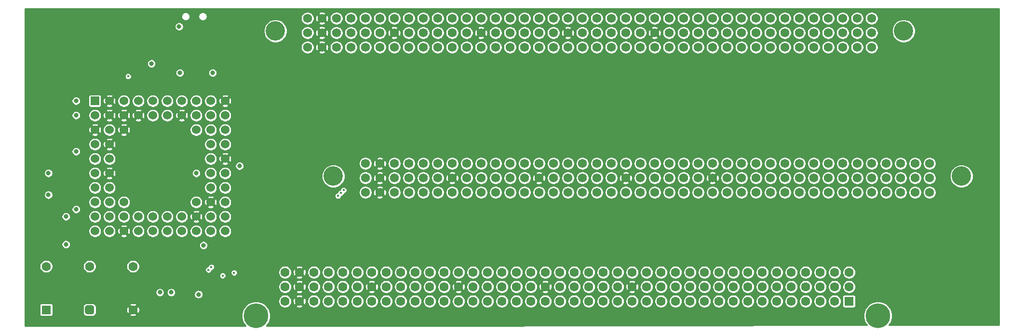
<source format=gbr>
%TF.GenerationSoftware,KiCad,Pcbnew,5.1.9+dfsg1-1~bpo10+1*%
%TF.CreationDate,2024-04-11T15:53:53+02:00*%
%TF.ProjectId,IIsiPDSAdapter,49497369-5044-4534-9164-61707465722e,rev?*%
%TF.SameCoordinates,Original*%
%TF.FileFunction,Copper,L2,Inr*%
%TF.FilePolarity,Positive*%
%FSLAX46Y46*%
G04 Gerber Fmt 4.6, Leading zero omitted, Abs format (unit mm)*
G04 Created by KiCad (PCBNEW 5.1.9+dfsg1-1~bpo10+1) date 2024-04-11 15:53:53*
%MOMM*%
%LPD*%
G01*
G04 APERTURE LIST*
%TA.AperFunction,ComponentPad*%
%ADD10C,3.403600*%
%TD*%
%TA.AperFunction,ComponentPad*%
%ADD11C,1.574800*%
%TD*%
%TA.AperFunction,ComponentPad*%
%ADD12C,1.600000*%
%TD*%
%TA.AperFunction,ComponentPad*%
%ADD13R,1.600000X1.600000*%
%TD*%
%TA.AperFunction,ComponentPad*%
%ADD14C,1.524000*%
%TD*%
%TA.AperFunction,ComponentPad*%
%ADD15R,1.524000X1.524000*%
%TD*%
%TA.AperFunction,ComponentPad*%
%ADD16C,4.335000*%
%TD*%
%TA.AperFunction,ComponentPad*%
%ADD17C,1.605000*%
%TD*%
%TA.AperFunction,ComponentPad*%
%ADD18R,1.605000X1.605000*%
%TD*%
%TA.AperFunction,ViaPad*%
%ADD19C,0.800000*%
%TD*%
%TA.AperFunction,ViaPad*%
%ADD20C,0.450000*%
%TD*%
%TA.AperFunction,Conductor*%
%ADD21C,0.254000*%
%TD*%
%TA.AperFunction,Conductor*%
%ADD22C,0.100000*%
%TD*%
G04 APERTURE END LIST*
D10*
%TO.N,N/C*%
%TO.C,J4*%
X219746100Y-128035200D03*
X109433900Y-128035200D03*
D11*
%TO.N,+12V*%
X115060000Y-130880000D03*
%TO.N,GND*%
X117600000Y-130880000D03*
%TO.N,C16M*%
X120140000Y-130880000D03*
%TO.N,+5V*%
X122680000Y-130880000D03*
%TO.N,A0*%
X125220000Y-130880000D03*
%TO.N,A3*%
X127760000Y-130880000D03*
%TO.N,A6*%
X130300000Y-130880000D03*
%TO.N,A8*%
X132840000Y-130880000D03*
%TO.N,A11*%
X135380000Y-130880000D03*
%TO.N,A14*%
X137920000Y-130880000D03*
%TO.N,A16*%
X140460000Y-130880000D03*
%TO.N,A19*%
X143000000Y-130880000D03*
%TO.N,A22*%
X145540000Y-130880000D03*
%TO.N,A24*%
X148080000Y-130880000D03*
%TO.N,A27*%
X150620000Y-130880000D03*
%TO.N,A30*%
X153160000Y-130880000D03*
%TO.N,D31*%
X155700000Y-130880000D03*
%TO.N,D28*%
X158240000Y-130880000D03*
%TO.N,D25*%
X160780000Y-130880000D03*
%TO.N,D23*%
X163320000Y-130880000D03*
%TO.N,D20*%
X165860000Y-130880000D03*
%TO.N,D17*%
X168400000Y-130880000D03*
%TO.N,D15*%
X170940000Y-130880000D03*
%TO.N,D12*%
X173480000Y-130880000D03*
%TO.N,D9*%
X176020000Y-130880000D03*
%TO.N,D7*%
X178560000Y-130880000D03*
%TO.N,D4*%
X181100000Y-130880000D03*
%TO.N,D1*%
X183640000Y-130880000D03*
%TO.N,~HALT*%
X186180000Y-130880000D03*
%TO.N,FC0*%
X188720000Y-130880000D03*
%TO.N,~BR*%
X191260000Y-130880000D03*
%TO.N,~AS*%
X193800000Y-130880000D03*
%TO.N,~RW*%
X196340000Y-130880000D03*
%TO.N,~CBREQ*%
X198880000Y-130880000D03*
%TO.N,RMC*%
X201420000Y-130880000D03*
%TO.N,IPL0*%
X203960000Y-130880000D03*
%TO.N,~IRQ1*%
X206500000Y-130880000D03*
%TO.N,~TM0A*%
X209040000Y-130880000D03*
%TO.N,~NUBUS*%
X211580000Y-130880000D03*
%TO.N,~PFW*%
X214120000Y-130880000D03*
%TO.N,-5V*%
X115060000Y-128340000D03*
%TO.N,GND*%
X117600000Y-128340000D03*
%TO.N,ECLK*%
X120140000Y-128340000D03*
%TO.N,+5V*%
X122680000Y-128340000D03*
%TO.N,A1*%
X125220000Y-128340000D03*
%TO.N,A4*%
X127760000Y-128340000D03*
%TO.N,GND*%
X130300000Y-128340000D03*
%TO.N,A9*%
X132840000Y-128340000D03*
%TO.N,A12*%
X135380000Y-128340000D03*
%TO.N,+5V*%
X137920000Y-128340000D03*
%TO.N,A17*%
X140460000Y-128340000D03*
%TO.N,A20*%
X143000000Y-128340000D03*
%TO.N,GND*%
X145540000Y-128340000D03*
%TO.N,A25*%
X148080000Y-128340000D03*
%TO.N,A28*%
X150620000Y-128340000D03*
%TO.N,+5V*%
X153160000Y-128340000D03*
%TO.N,D30*%
X155700000Y-128340000D03*
%TO.N,D27*%
X158240000Y-128340000D03*
%TO.N,GND*%
X160780000Y-128340000D03*
%TO.N,D22*%
X163320000Y-128340000D03*
%TO.N,D19*%
X165860000Y-128340000D03*
%TO.N,+5V*%
X168400000Y-128340000D03*
%TO.N,D14*%
X170940000Y-128340000D03*
%TO.N,D11*%
X173480000Y-128340000D03*
%TO.N,GND*%
X176020000Y-128340000D03*
%TO.N,D6*%
X178560000Y-128340000D03*
%TO.N,D3*%
X181100000Y-128340000D03*
%TO.N,+5V*%
X183640000Y-128340000D03*
%TO.N,~BERR*%
X186180000Y-128340000D03*
%TO.N,FC1*%
X188720000Y-128340000D03*
%TO.N,~BG*%
X191260000Y-128340000D03*
%TO.N,SIZ0*%
X193800000Y-128340000D03*
%TO.N,~DSACK0*%
X196340000Y-128340000D03*
%TO.N,~CBACK*%
X198880000Y-128340000D03*
%TO.N,~DS*%
X201420000Y-128340000D03*
%TO.N,IPL1*%
X203960000Y-128340000D03*
%TO.N,~IRQ2*%
X206500000Y-128340000D03*
%TO.N,~TM1A*%
X209040000Y-128340000D03*
%TO.N,CACHE*%
X211580000Y-128340000D03*
%TO.N,C40M*%
X214120000Y-128340000D03*
%TO.N,-12V*%
X115060000Y-125800000D03*
%TO.N,GND*%
X117600000Y-125800000D03*
%TO.N,CPUCLK*%
X120140000Y-125800000D03*
%TO.N,+5V*%
X122680000Y-125800000D03*
%TO.N,A2*%
X125220000Y-125800000D03*
%TO.N,A5*%
X127760000Y-125800000D03*
%TO.N,A7*%
X130300000Y-125800000D03*
%TO.N,A10*%
X132840000Y-125800000D03*
%TO.N,A13*%
X135380000Y-125800000D03*
%TO.N,A15*%
X137920000Y-125800000D03*
%TO.N,A18*%
X140460000Y-125800000D03*
%TO.N,A21*%
X143000000Y-125800000D03*
%TO.N,A23*%
X145540000Y-125800000D03*
%TO.N,A26*%
X148080000Y-125800000D03*
%TO.N,A29*%
X150620000Y-125800000D03*
%TO.N,A31*%
X153160000Y-125800000D03*
%TO.N,D29*%
X155700000Y-125800000D03*
%TO.N,D26*%
X158240000Y-125800000D03*
%TO.N,D24*%
X160780000Y-125800000D03*
%TO.N,D21*%
X163320000Y-125800000D03*
%TO.N,D18*%
X165860000Y-125800000D03*
%TO.N,D16*%
X168400000Y-125800000D03*
%TO.N,D13*%
X170940000Y-125800000D03*
%TO.N,D10*%
X173480000Y-125800000D03*
%TO.N,D8*%
X176020000Y-125800000D03*
%TO.N,D5*%
X178560000Y-125800000D03*
%TO.N,D2*%
X181100000Y-125800000D03*
%TO.N,D0*%
X183640000Y-125800000D03*
%TO.N,~RESET*%
X186180000Y-125800000D03*
%TO.N,FC2*%
X188720000Y-125800000D03*
%TO.N,~BGACK*%
X191260000Y-125800000D03*
%TO.N,SIZ1*%
X193800000Y-125800000D03*
%TO.N,~DSACK1*%
X196340000Y-125800000D03*
%TO.N,~STERM*%
X198880000Y-125800000D03*
%TO.N,~CIOUT*%
X201420000Y-125800000D03*
%TO.N,IPL2*%
X203960000Y-125800000D03*
%TO.N,~IRQ3*%
X206500000Y-125800000D03*
%TO.N,~BUSLOCk*%
X209040000Y-125800000D03*
%TO.N,~FPU*%
X211580000Y-125800000D03*
%TO.N,~RBV*%
X214120000Y-125800000D03*
%TD*%
%TO.N,N/C*%
%TO.C,X1*%
%TA.AperFunction,ComponentPad*%
G36*
G01*
X65820000Y-151900000D02*
X65820000Y-151100000D01*
G75*
G02*
X66220000Y-150700000I400000J0D01*
G01*
X67020000Y-150700000D01*
G75*
G02*
X67420000Y-151100000I0J-400000D01*
G01*
X67420000Y-151900000D01*
G75*
G02*
X67020000Y-152300000I-400000J0D01*
G01*
X66220000Y-152300000D01*
G75*
G02*
X65820000Y-151900000I0J400000D01*
G01*
G37*
%TD.AperFunction*%
D12*
%TO.N,+5V*%
X66620000Y-143880000D03*
%TO.N,GND*%
X74240000Y-151500000D03*
%TO.N,CLK_32_000*%
X74240000Y-143880000D03*
%TO.N,+5V*%
X59000000Y-143880000D03*
D13*
%TO.N,N/C*%
X59000000Y-151500000D03*
%TD*%
D14*
%TO.N,GND*%
%TO.C,J2*%
X90430000Y-114820000D03*
%TO.N,D8*%
X87890000Y-114820000D03*
%TO.N,D7*%
X85350000Y-114820000D03*
%TO.N,D6*%
X82810000Y-114820000D03*
%TO.N,D4*%
X80270000Y-114820000D03*
%TO.N,D3*%
X77730000Y-114820000D03*
%TO.N,D1*%
X75190000Y-114820000D03*
%TO.N,D0*%
X72650000Y-114820000D03*
%TO.N,GND*%
X70110000Y-114820000D03*
D15*
%TO.N,+5V*%
X67570000Y-114820000D03*
D14*
%TO.N,D11*%
X90430000Y-117360000D03*
%TO.N,D10*%
X87890000Y-117360000D03*
%TO.N,+5V*%
X85350000Y-117360000D03*
%TO.N,GND*%
X82810000Y-117360000D03*
%TO.N,D5*%
X80270000Y-117360000D03*
%TO.N,D2*%
X77730000Y-117360000D03*
%TO.N,GND*%
X75190000Y-117360000D03*
X72650000Y-117360000D03*
X70110000Y-117360000D03*
%TO.N,+5V*%
X67570000Y-117360000D03*
%TO.N,D14*%
X90430000Y-119900000D03*
%TO.N,D13*%
X87890000Y-119900000D03*
%TO.N,D9*%
X85350000Y-119900000D03*
%TO.N,GND*%
X72650000Y-119900000D03*
%TO.N,FPUCLK*%
X70110000Y-119900000D03*
%TO.N,GND*%
X67570000Y-119900000D03*
%TO.N,D15*%
X90430000Y-122440000D03*
%TO.N,D12*%
X87890000Y-122440000D03*
%TO.N,GND*%
X70110000Y-122440000D03*
%TO.N,~RESET*%
X67570000Y-122440000D03*
%TO.N,GND*%
X90430000Y-124980000D03*
%TO.N,+5V*%
X87890000Y-124980000D03*
X70110000Y-124980000D03*
%TO.N,N/C*%
X67570000Y-124980000D03*
%TO.N,D16*%
X90430000Y-127520000D03*
%TO.N,D17*%
X87890000Y-127520000D03*
%TO.N,GND*%
X70110000Y-127520000D03*
%TO.N,Net-(J2-PadF1)*%
X67570000Y-127520000D03*
%TO.N,D18*%
X90430000Y-130060000D03*
%TO.N,D20*%
X87890000Y-130060000D03*
%TO.N,A4*%
X70110000Y-130060000D03*
%TO.N,~DS*%
X67570000Y-130060000D03*
%TO.N,D19*%
X90430000Y-132600000D03*
%TO.N,GND*%
X87890000Y-132600000D03*
%TO.N,+5V*%
X85350000Y-132600000D03*
%TO.N,Net-(J2-PadH3)*%
X72650000Y-132600000D03*
%TO.N,A2*%
X70110000Y-132600000D03*
%TO.N,~AS*%
X67570000Y-132600000D03*
%TO.N,D21*%
X90430000Y-135140000D03*
%TO.N,D23*%
X87890000Y-135140000D03*
%TO.N,GND*%
X85350000Y-135140000D03*
%TO.N,D25*%
X82810000Y-135140000D03*
%TO.N,D28*%
X80270000Y-135140000D03*
%TO.N,D31*%
X77730000Y-135140000D03*
%TO.N,~DSACK0*%
X75190000Y-135140000D03*
%TO.N,~FPU*%
X72650000Y-135140000D03*
%TO.N,+5V*%
X70110000Y-135140000D03*
%TO.N,A3*%
X67570000Y-135140000D03*
%TO.N,D22*%
X90430000Y-137680000D03*
%TO.N,D24*%
X87890000Y-137680000D03*
%TO.N,D26*%
X85350000Y-137680000D03*
%TO.N,D27*%
X82810000Y-137680000D03*
%TO.N,D29*%
X80270000Y-137680000D03*
%TO.N,D30*%
X77730000Y-137680000D03*
%TO.N,~DSACK1*%
X75190000Y-137680000D03*
%TO.N,GND*%
X72650000Y-137680000D03*
%TO.N,~RW*%
X70110000Y-137680000D03*
%TO.N,A1*%
X67570000Y-137680000D03*
%TD*%
D16*
%TO.N,N/C*%
%TO.C,J1*%
X95860000Y-152540000D03*
X205080000Y-152540000D03*
D17*
%TO.N,+12V*%
X100940000Y-144920000D03*
%TO.N,GND*%
X103480000Y-144920000D03*
%TO.N,C16M*%
X106020000Y-144920000D03*
%TO.N,+5V*%
X108560000Y-144920000D03*
%TO.N,A0*%
X111100000Y-144920000D03*
%TO.N,A3*%
X113640000Y-144920000D03*
%TO.N,A6*%
X116180000Y-144920000D03*
%TO.N,A8*%
X118720000Y-144920000D03*
%TO.N,A11*%
X121260000Y-144920000D03*
%TO.N,A14*%
X123800000Y-144920000D03*
%TO.N,A16*%
X126340000Y-144920000D03*
%TO.N,A19*%
X128880000Y-144920000D03*
%TO.N,A22*%
X131420000Y-144920000D03*
%TO.N,A24*%
X133960000Y-144920000D03*
%TO.N,A27*%
X136500000Y-144920000D03*
%TO.N,A30*%
X139040000Y-144920000D03*
%TO.N,D31*%
X141580000Y-144920000D03*
%TO.N,D28*%
X144120000Y-144920000D03*
%TO.N,D25*%
X146660000Y-144920000D03*
%TO.N,D23*%
X149200000Y-144920000D03*
%TO.N,D20*%
X151740000Y-144920000D03*
%TO.N,D17*%
X154280000Y-144920000D03*
%TO.N,D15*%
X156820000Y-144920000D03*
%TO.N,D12*%
X159360000Y-144920000D03*
%TO.N,D9*%
X161900000Y-144920000D03*
%TO.N,D7*%
X164440000Y-144920000D03*
%TO.N,D4*%
X166980000Y-144920000D03*
%TO.N,D1*%
X169520000Y-144920000D03*
%TO.N,~HALT*%
X172060000Y-144920000D03*
%TO.N,FC0*%
X174600000Y-144920000D03*
%TO.N,~BR*%
X177140000Y-144920000D03*
%TO.N,~AS*%
X179680000Y-144920000D03*
%TO.N,~RW*%
X182220000Y-144920000D03*
%TO.N,~CBREQ*%
X184760000Y-144920000D03*
%TO.N,RMC*%
X187300000Y-144920000D03*
%TO.N,IPL0*%
X189840000Y-144920000D03*
%TO.N,~IRQ1*%
X192380000Y-144920000D03*
%TO.N,~TM0A*%
X194920000Y-144920000D03*
%TO.N,~NUBUS*%
X197460000Y-144920000D03*
%TO.N,~PFW*%
X200000000Y-144920000D03*
%TO.N,-5V*%
X100940000Y-147460000D03*
%TO.N,GND*%
X103480000Y-147460000D03*
%TO.N,ECLK*%
X106020000Y-147460000D03*
%TO.N,+5V*%
X108560000Y-147460000D03*
%TO.N,A1*%
X111100000Y-147460000D03*
%TO.N,A4*%
X113640000Y-147460000D03*
%TO.N,GND*%
X116180000Y-147460000D03*
%TO.N,A9*%
X118720000Y-147460000D03*
%TO.N,A12*%
X121260000Y-147460000D03*
%TO.N,+5V*%
X123800000Y-147460000D03*
%TO.N,A17*%
X126340000Y-147460000D03*
%TO.N,A20*%
X128880000Y-147460000D03*
%TO.N,GND*%
X131420000Y-147460000D03*
%TO.N,A25*%
X133960000Y-147460000D03*
%TO.N,A28*%
X136500000Y-147460000D03*
%TO.N,+5V*%
X139040000Y-147460000D03*
%TO.N,D30*%
X141580000Y-147460000D03*
%TO.N,D27*%
X144120000Y-147460000D03*
%TO.N,GND*%
X146660000Y-147460000D03*
%TO.N,D22*%
X149200000Y-147460000D03*
%TO.N,D19*%
X151740000Y-147460000D03*
%TO.N,+5V*%
X154280000Y-147460000D03*
%TO.N,D14*%
X156820000Y-147460000D03*
%TO.N,D11*%
X159360000Y-147460000D03*
%TO.N,GND*%
X161900000Y-147460000D03*
%TO.N,D6*%
X164440000Y-147460000D03*
%TO.N,D3*%
X166980000Y-147460000D03*
%TO.N,+5V*%
X169520000Y-147460000D03*
%TO.N,~BERR*%
X172060000Y-147460000D03*
%TO.N,FC1*%
X174600000Y-147460000D03*
%TO.N,~BG*%
X177140000Y-147460000D03*
%TO.N,SIZ0*%
X179680000Y-147460000D03*
%TO.N,~DSACK0*%
X182220000Y-147460000D03*
%TO.N,~CBACK*%
X184760000Y-147460000D03*
%TO.N,~DS*%
X187300000Y-147460000D03*
%TO.N,IPL1*%
X189840000Y-147460000D03*
%TO.N,~IRQ2*%
X192380000Y-147460000D03*
%TO.N,~TM1A*%
X194920000Y-147460000D03*
%TO.N,CACHE*%
X197460000Y-147460000D03*
%TO.N,C40M*%
X200000000Y-147460000D03*
%TO.N,-12V*%
X100940000Y-150000000D03*
%TO.N,GND*%
X103480000Y-150000000D03*
%TO.N,CPUCLK*%
X106020000Y-150000000D03*
%TO.N,+5V*%
X108560000Y-150000000D03*
%TO.N,A2*%
X111100000Y-150000000D03*
%TO.N,A5*%
X113640000Y-150000000D03*
%TO.N,A7*%
X116180000Y-150000000D03*
%TO.N,A10*%
X118720000Y-150000000D03*
%TO.N,A13*%
X121260000Y-150000000D03*
%TO.N,A15*%
X123800000Y-150000000D03*
%TO.N,A18*%
X126340000Y-150000000D03*
%TO.N,A21*%
X128880000Y-150000000D03*
%TO.N,A23*%
X131420000Y-150000000D03*
%TO.N,A26*%
X133960000Y-150000000D03*
%TO.N,A29*%
X136500000Y-150000000D03*
%TO.N,A31*%
X139040000Y-150000000D03*
%TO.N,D29*%
X141580000Y-150000000D03*
%TO.N,D26*%
X144120000Y-150000000D03*
%TO.N,D24*%
X146660000Y-150000000D03*
%TO.N,D21*%
X149200000Y-150000000D03*
%TO.N,D18*%
X151740000Y-150000000D03*
%TO.N,D16*%
X154280000Y-150000000D03*
%TO.N,D13*%
X156820000Y-150000000D03*
%TO.N,D10*%
X159360000Y-150000000D03*
%TO.N,D8*%
X161900000Y-150000000D03*
%TO.N,D5*%
X164440000Y-150000000D03*
%TO.N,D2*%
X166980000Y-150000000D03*
%TO.N,D0*%
X169520000Y-150000000D03*
%TO.N,~RESET*%
X172060000Y-150000000D03*
%TO.N,FC2*%
X174600000Y-150000000D03*
%TO.N,~BGACK*%
X177140000Y-150000000D03*
%TO.N,SIZ1*%
X179680000Y-150000000D03*
%TO.N,~DSACK1*%
X182220000Y-150000000D03*
%TO.N,~STERM*%
X184760000Y-150000000D03*
%TO.N,~CIOUT*%
X187300000Y-150000000D03*
%TO.N,IPL2*%
X189840000Y-150000000D03*
%TO.N,~IRQ3*%
X192380000Y-150000000D03*
%TO.N,~BUSLOCk*%
X194920000Y-150000000D03*
%TO.N,~FPU*%
X197460000Y-150000000D03*
D18*
%TO.N,~RBV*%
X200000000Y-150000000D03*
%TD*%
D10*
%TO.N,N/C*%
%TO.C,J3*%
X209576100Y-102535200D03*
X99263900Y-102535200D03*
D11*
%TO.N,+12V*%
X104890000Y-105380000D03*
%TO.N,GND*%
X107430000Y-105380000D03*
%TO.N,C16M*%
X109970000Y-105380000D03*
%TO.N,+5V*%
X112510000Y-105380000D03*
%TO.N,A0*%
X115050000Y-105380000D03*
%TO.N,A3*%
X117590000Y-105380000D03*
%TO.N,A6*%
X120130000Y-105380000D03*
%TO.N,A8*%
X122670000Y-105380000D03*
%TO.N,A11*%
X125210000Y-105380000D03*
%TO.N,A14*%
X127750000Y-105380000D03*
%TO.N,A16*%
X130290000Y-105380000D03*
%TO.N,A19*%
X132830000Y-105380000D03*
%TO.N,A22*%
X135370000Y-105380000D03*
%TO.N,A24*%
X137910000Y-105380000D03*
%TO.N,A27*%
X140450000Y-105380000D03*
%TO.N,A30*%
X142990000Y-105380000D03*
%TO.N,D31*%
X145530000Y-105380000D03*
%TO.N,D28*%
X148070000Y-105380000D03*
%TO.N,D25*%
X150610000Y-105380000D03*
%TO.N,D23*%
X153150000Y-105380000D03*
%TO.N,D20*%
X155690000Y-105380000D03*
%TO.N,D17*%
X158230000Y-105380000D03*
%TO.N,D15*%
X160770000Y-105380000D03*
%TO.N,D12*%
X163310000Y-105380000D03*
%TO.N,D9*%
X165850000Y-105380000D03*
%TO.N,D7*%
X168390000Y-105380000D03*
%TO.N,D4*%
X170930000Y-105380000D03*
%TO.N,D1*%
X173470000Y-105380000D03*
%TO.N,~HALT*%
X176010000Y-105380000D03*
%TO.N,FC0*%
X178550000Y-105380000D03*
%TO.N,~BR*%
X181090000Y-105380000D03*
%TO.N,~AS*%
X183630000Y-105380000D03*
%TO.N,~RW*%
X186170000Y-105380000D03*
%TO.N,~CBREQ*%
X188710000Y-105380000D03*
%TO.N,RMC*%
X191250000Y-105380000D03*
%TO.N,IPL0*%
X193790000Y-105380000D03*
%TO.N,~IRQ1*%
X196330000Y-105380000D03*
%TO.N,~TM0A*%
X198870000Y-105380000D03*
%TO.N,~NUBUS*%
X201410000Y-105380000D03*
%TO.N,~PFW*%
X203950000Y-105380000D03*
%TO.N,-5V*%
X104890000Y-102840000D03*
%TO.N,GND*%
X107430000Y-102840000D03*
%TO.N,ECLK*%
X109970000Y-102840000D03*
%TO.N,+5V*%
X112510000Y-102840000D03*
%TO.N,A1*%
X115050000Y-102840000D03*
%TO.N,A4*%
X117590000Y-102840000D03*
%TO.N,GND*%
X120130000Y-102840000D03*
%TO.N,A9*%
X122670000Y-102840000D03*
%TO.N,A12*%
X125210000Y-102840000D03*
%TO.N,+5V*%
X127750000Y-102840000D03*
%TO.N,A17*%
X130290000Y-102840000D03*
%TO.N,A20*%
X132830000Y-102840000D03*
%TO.N,GND*%
X135370000Y-102840000D03*
%TO.N,A25*%
X137910000Y-102840000D03*
%TO.N,A28*%
X140450000Y-102840000D03*
%TO.N,+5V*%
X142990000Y-102840000D03*
%TO.N,D30*%
X145530000Y-102840000D03*
%TO.N,D27*%
X148070000Y-102840000D03*
%TO.N,GND*%
X150610000Y-102840000D03*
%TO.N,D22*%
X153150000Y-102840000D03*
%TO.N,D19*%
X155690000Y-102840000D03*
%TO.N,+5V*%
X158230000Y-102840000D03*
%TO.N,D14*%
X160770000Y-102840000D03*
%TO.N,D11*%
X163310000Y-102840000D03*
%TO.N,GND*%
X165850000Y-102840000D03*
%TO.N,D6*%
X168390000Y-102840000D03*
%TO.N,D3*%
X170930000Y-102840000D03*
%TO.N,+5V*%
X173470000Y-102840000D03*
%TO.N,~BERR*%
X176010000Y-102840000D03*
%TO.N,FC1*%
X178550000Y-102840000D03*
%TO.N,~BG*%
X181090000Y-102840000D03*
%TO.N,SIZ0*%
X183630000Y-102840000D03*
%TO.N,~DSACK0*%
X186170000Y-102840000D03*
%TO.N,~CBACK*%
X188710000Y-102840000D03*
%TO.N,~DS*%
X191250000Y-102840000D03*
%TO.N,IPL1*%
X193790000Y-102840000D03*
%TO.N,~IRQ2*%
X196330000Y-102840000D03*
%TO.N,~TM1A*%
X198870000Y-102840000D03*
%TO.N,CACHE*%
X201410000Y-102840000D03*
%TO.N,C40M*%
X203950000Y-102840000D03*
%TO.N,-12V*%
X104890000Y-100300000D03*
%TO.N,GND*%
X107430000Y-100300000D03*
%TO.N,CPUCLK*%
X109970000Y-100300000D03*
%TO.N,+5V*%
X112510000Y-100300000D03*
%TO.N,A2*%
X115050000Y-100300000D03*
%TO.N,A5*%
X117590000Y-100300000D03*
%TO.N,A7*%
X120130000Y-100300000D03*
%TO.N,A10*%
X122670000Y-100300000D03*
%TO.N,A13*%
X125210000Y-100300000D03*
%TO.N,A15*%
X127750000Y-100300000D03*
%TO.N,A18*%
X130290000Y-100300000D03*
%TO.N,A21*%
X132830000Y-100300000D03*
%TO.N,A23*%
X135370000Y-100300000D03*
%TO.N,A26*%
X137910000Y-100300000D03*
%TO.N,A29*%
X140450000Y-100300000D03*
%TO.N,A31*%
X142990000Y-100300000D03*
%TO.N,D29*%
X145530000Y-100300000D03*
%TO.N,D26*%
X148070000Y-100300000D03*
%TO.N,D24*%
X150610000Y-100300000D03*
%TO.N,D21*%
X153150000Y-100300000D03*
%TO.N,D18*%
X155690000Y-100300000D03*
%TO.N,D16*%
X158230000Y-100300000D03*
%TO.N,D13*%
X160770000Y-100300000D03*
%TO.N,D10*%
X163310000Y-100300000D03*
%TO.N,D8*%
X165850000Y-100300000D03*
%TO.N,D5*%
X168390000Y-100300000D03*
%TO.N,D2*%
X170930000Y-100300000D03*
%TO.N,D0*%
X173470000Y-100300000D03*
%TO.N,~RESET*%
X176010000Y-100300000D03*
%TO.N,FC2*%
X178550000Y-100300000D03*
%TO.N,~BGACK*%
X181090000Y-100300000D03*
%TO.N,SIZ1*%
X183630000Y-100300000D03*
%TO.N,~DSACK1*%
X186170000Y-100300000D03*
%TO.N,~STERM*%
X188710000Y-100300000D03*
%TO.N,~CIOUT*%
X191250000Y-100300000D03*
%TO.N,IPL2*%
X193790000Y-100300000D03*
%TO.N,~IRQ3*%
X196330000Y-100300000D03*
%TO.N,~BUSLOCk*%
X198870000Y-100300000D03*
%TO.N,~FPU*%
X201410000Y-100300000D03*
%TO.N,~RBV*%
X203950000Y-100300000D03*
%TD*%
D19*
%TO.N,GND*%
X222000000Y-150000000D03*
X102000000Y-153000000D03*
X81750000Y-140500000D03*
X91000000Y-143500000D03*
X96000000Y-130500000D03*
X59445000Y-133870000D03*
X69000000Y-108325000D03*
X82500000Y-108325000D03*
X59445000Y-123710000D03*
X59770000Y-112750000D03*
X87641000Y-101750000D03*
X77500000Y-106700000D03*
X71750000Y-108250000D03*
X78970000Y-152950000D03*
X80970000Y-152950000D03*
X85750000Y-151500000D03*
X60920000Y-119000000D03*
X112000000Y-153000000D03*
X122000000Y-153000000D03*
X132000000Y-153000000D03*
X142000000Y-153000000D03*
X152000000Y-153000000D03*
X162000000Y-153000000D03*
X172000000Y-153000000D03*
X182000000Y-153000000D03*
X192000000Y-153000000D03*
X88250000Y-108325000D03*
X212000000Y-150000000D03*
X222000000Y-140000000D03*
X212000000Y-140000000D03*
X222000000Y-110000000D03*
X212000000Y-110000000D03*
X222000000Y-100000000D03*
%TO.N,+5V*%
X59395000Y-127520000D03*
X59395000Y-131330000D03*
X86620000Y-140170000D03*
X85350000Y-127520000D03*
X62470000Y-140000000D03*
X62470000Y-135140000D03*
X64250000Y-114820000D03*
X64250000Y-117360000D03*
X64250000Y-123710000D03*
X64250000Y-133870000D03*
X92950000Y-126250000D03*
X82350000Y-101750000D03*
X77500000Y-108250000D03*
X80970000Y-148450000D03*
X78970000Y-148450000D03*
X85750000Y-148800000D03*
X82500000Y-109875000D03*
X88250000Y-109875000D03*
D20*
%TO.N,A3*%
X92000000Y-145000000D03*
%TO.N,~AS*%
X110750000Y-131000000D03*
%TO.N,~RW*%
X110250000Y-131500000D03*
%TO.N,A1*%
X90000000Y-145500000D03*
%TO.N,A4*%
X88000000Y-144000000D03*
%TO.N,~DS*%
X111250000Y-130500000D03*
%TO.N,A2*%
X87500000Y-144500000D03*
%TO.N,CLK_32_000*%
X73400000Y-110500000D03*
%TD*%
D21*
%TO.N,GND*%
X226323000Y-154173148D02*
X207028467Y-154195656D01*
X207059549Y-154164574D01*
X207338451Y-153747167D01*
X207530562Y-153283370D01*
X207628500Y-152791005D01*
X207628500Y-152288995D01*
X207530562Y-151796630D01*
X207338451Y-151332833D01*
X207059549Y-150915426D01*
X206704574Y-150560451D01*
X206287167Y-150281549D01*
X205823370Y-150089438D01*
X205331005Y-149991500D01*
X204828995Y-149991500D01*
X204336630Y-150089438D01*
X203872833Y-150281549D01*
X203455426Y-150560451D01*
X203100451Y-150915426D01*
X202821549Y-151332833D01*
X202629438Y-151796630D01*
X202531500Y-152288995D01*
X202531500Y-152791005D01*
X202629438Y-153283370D01*
X202821549Y-153747167D01*
X203100451Y-154164574D01*
X203136073Y-154200196D01*
X122722777Y-154294000D01*
X97710123Y-154294000D01*
X97839549Y-154164574D01*
X98118451Y-153747167D01*
X98310562Y-153283370D01*
X98408500Y-152791005D01*
X98408500Y-152288995D01*
X98310562Y-151796630D01*
X98118451Y-151332833D01*
X97839549Y-150915426D01*
X97484574Y-150560451D01*
X97067167Y-150281549D01*
X96603370Y-150089438D01*
X96111005Y-149991500D01*
X95608995Y-149991500D01*
X95116630Y-150089438D01*
X94652833Y-150281549D01*
X94235426Y-150560451D01*
X93880451Y-150915426D01*
X93601549Y-151332833D01*
X93409438Y-151796630D01*
X93311500Y-152288995D01*
X93311500Y-152791005D01*
X93409438Y-153283370D01*
X93601549Y-153747167D01*
X93880451Y-154164574D01*
X94009877Y-154294000D01*
X55306000Y-154294000D01*
X55306000Y-150700000D01*
X57817157Y-150700000D01*
X57817157Y-152300000D01*
X57824513Y-152374689D01*
X57846299Y-152446508D01*
X57881678Y-152512696D01*
X57929289Y-152570711D01*
X57987304Y-152618322D01*
X58053492Y-152653701D01*
X58125311Y-152675487D01*
X58200000Y-152682843D01*
X59800000Y-152682843D01*
X59874689Y-152675487D01*
X59946508Y-152653701D01*
X60012696Y-152618322D01*
X60070711Y-152570711D01*
X60118322Y-152512696D01*
X60153701Y-152446508D01*
X60175487Y-152374689D01*
X60182843Y-152300000D01*
X60182843Y-151100000D01*
X65437157Y-151100000D01*
X65437157Y-151900000D01*
X65452199Y-152052725D01*
X65496747Y-152199581D01*
X65569090Y-152334924D01*
X65666446Y-152453554D01*
X65785076Y-152550910D01*
X65920419Y-152623253D01*
X66067275Y-152667801D01*
X66220000Y-152682843D01*
X67020000Y-152682843D01*
X67172725Y-152667801D01*
X67319581Y-152623253D01*
X67454924Y-152550910D01*
X67573554Y-152453554D01*
X67653332Y-152356342D01*
X73563263Y-152356342D01*
X73649218Y-152529207D01*
X73861358Y-152624687D01*
X74088048Y-152676945D01*
X74320578Y-152683975D01*
X74550012Y-152645505D01*
X74767532Y-152563014D01*
X74830782Y-152529207D01*
X74916737Y-152356342D01*
X74240000Y-151679605D01*
X73563263Y-152356342D01*
X67653332Y-152356342D01*
X67670910Y-152334924D01*
X67743253Y-152199581D01*
X67787801Y-152052725D01*
X67802843Y-151900000D01*
X67802843Y-151580578D01*
X73056025Y-151580578D01*
X73094495Y-151810012D01*
X73176986Y-152027532D01*
X73210793Y-152090782D01*
X73383658Y-152176737D01*
X74060395Y-151500000D01*
X74419605Y-151500000D01*
X75096342Y-152176737D01*
X75269207Y-152090782D01*
X75364687Y-151878642D01*
X75416945Y-151651952D01*
X75423975Y-151419422D01*
X75385505Y-151189988D01*
X75303014Y-150972468D01*
X75269207Y-150909218D01*
X75096342Y-150823263D01*
X74419605Y-151500000D01*
X74060395Y-151500000D01*
X73383658Y-150823263D01*
X73210793Y-150909218D01*
X73115313Y-151121358D01*
X73063055Y-151348048D01*
X73056025Y-151580578D01*
X67802843Y-151580578D01*
X67802843Y-151100000D01*
X67787801Y-150947275D01*
X67743253Y-150800419D01*
X67670910Y-150665076D01*
X67653333Y-150643658D01*
X73563263Y-150643658D01*
X74240000Y-151320395D01*
X74916737Y-150643658D01*
X74830782Y-150470793D01*
X74618642Y-150375313D01*
X74391952Y-150323055D01*
X74159422Y-150316025D01*
X73929988Y-150354495D01*
X73712468Y-150436986D01*
X73649218Y-150470793D01*
X73563263Y-150643658D01*
X67653333Y-150643658D01*
X67573554Y-150546446D01*
X67454924Y-150449090D01*
X67319581Y-150376747D01*
X67172725Y-150332199D01*
X67020000Y-150317157D01*
X66220000Y-150317157D01*
X66067275Y-150332199D01*
X65920419Y-150376747D01*
X65785076Y-150449090D01*
X65666446Y-150546446D01*
X65569090Y-150665076D01*
X65496747Y-150800419D01*
X65452199Y-150947275D01*
X65437157Y-151100000D01*
X60182843Y-151100000D01*
X60182843Y-150700000D01*
X60175487Y-150625311D01*
X60153701Y-150553492D01*
X60118322Y-150487304D01*
X60070711Y-150429289D01*
X60012696Y-150381678D01*
X59946508Y-150346299D01*
X59874689Y-150324513D01*
X59800000Y-150317157D01*
X58200000Y-150317157D01*
X58125311Y-150324513D01*
X58053492Y-150346299D01*
X57987304Y-150381678D01*
X57929289Y-150429289D01*
X57881678Y-150487304D01*
X57846299Y-150553492D01*
X57824513Y-150625311D01*
X57817157Y-150700000D01*
X55306000Y-150700000D01*
X55306000Y-149883435D01*
X99756500Y-149883435D01*
X99756500Y-150116565D01*
X99801982Y-150345214D01*
X99891196Y-150560597D01*
X100020716Y-150754437D01*
X100185563Y-150919284D01*
X100379403Y-151048804D01*
X100594786Y-151138018D01*
X100823435Y-151183500D01*
X101056565Y-151183500D01*
X101285214Y-151138018D01*
X101500597Y-151048804D01*
X101694437Y-150919284D01*
X101755591Y-150858130D01*
X102801475Y-150858130D01*
X102887733Y-151031250D01*
X103100300Y-151126980D01*
X103327459Y-151179402D01*
X103560479Y-151186499D01*
X103790408Y-151148000D01*
X104008407Y-151065384D01*
X104072267Y-151031250D01*
X104158525Y-150858130D01*
X103480000Y-150179605D01*
X102801475Y-150858130D01*
X101755591Y-150858130D01*
X101859284Y-150754437D01*
X101988804Y-150560597D01*
X102078018Y-150345214D01*
X102123500Y-150116565D01*
X102123500Y-150080479D01*
X102293501Y-150080479D01*
X102332000Y-150310408D01*
X102414616Y-150528407D01*
X102448750Y-150592267D01*
X102621870Y-150678525D01*
X103300395Y-150000000D01*
X103659605Y-150000000D01*
X104338130Y-150678525D01*
X104511250Y-150592267D01*
X104606980Y-150379700D01*
X104659402Y-150152541D01*
X104666499Y-149919521D01*
X104660457Y-149883435D01*
X104836500Y-149883435D01*
X104836500Y-150116565D01*
X104881982Y-150345214D01*
X104971196Y-150560597D01*
X105100716Y-150754437D01*
X105265563Y-150919284D01*
X105459403Y-151048804D01*
X105674786Y-151138018D01*
X105903435Y-151183500D01*
X106136565Y-151183500D01*
X106365214Y-151138018D01*
X106580597Y-151048804D01*
X106774437Y-150919284D01*
X106939284Y-150754437D01*
X107068804Y-150560597D01*
X107158018Y-150345214D01*
X107203500Y-150116565D01*
X107203500Y-149883435D01*
X107376500Y-149883435D01*
X107376500Y-150116565D01*
X107421982Y-150345214D01*
X107511196Y-150560597D01*
X107640716Y-150754437D01*
X107805563Y-150919284D01*
X107999403Y-151048804D01*
X108214786Y-151138018D01*
X108443435Y-151183500D01*
X108676565Y-151183500D01*
X108905214Y-151138018D01*
X109120597Y-151048804D01*
X109314437Y-150919284D01*
X109479284Y-150754437D01*
X109608804Y-150560597D01*
X109698018Y-150345214D01*
X109743500Y-150116565D01*
X109743500Y-149883435D01*
X109916500Y-149883435D01*
X109916500Y-150116565D01*
X109961982Y-150345214D01*
X110051196Y-150560597D01*
X110180716Y-150754437D01*
X110345563Y-150919284D01*
X110539403Y-151048804D01*
X110754786Y-151138018D01*
X110983435Y-151183500D01*
X111216565Y-151183500D01*
X111445214Y-151138018D01*
X111660597Y-151048804D01*
X111854437Y-150919284D01*
X112019284Y-150754437D01*
X112148804Y-150560597D01*
X112238018Y-150345214D01*
X112283500Y-150116565D01*
X112283500Y-149883435D01*
X112456500Y-149883435D01*
X112456500Y-150116565D01*
X112501982Y-150345214D01*
X112591196Y-150560597D01*
X112720716Y-150754437D01*
X112885563Y-150919284D01*
X113079403Y-151048804D01*
X113294786Y-151138018D01*
X113523435Y-151183500D01*
X113756565Y-151183500D01*
X113985214Y-151138018D01*
X114200597Y-151048804D01*
X114394437Y-150919284D01*
X114559284Y-150754437D01*
X114688804Y-150560597D01*
X114778018Y-150345214D01*
X114823500Y-150116565D01*
X114823500Y-149883435D01*
X114996500Y-149883435D01*
X114996500Y-150116565D01*
X115041982Y-150345214D01*
X115131196Y-150560597D01*
X115260716Y-150754437D01*
X115425563Y-150919284D01*
X115619403Y-151048804D01*
X115834786Y-151138018D01*
X116063435Y-151183500D01*
X116296565Y-151183500D01*
X116525214Y-151138018D01*
X116740597Y-151048804D01*
X116934437Y-150919284D01*
X117099284Y-150754437D01*
X117228804Y-150560597D01*
X117318018Y-150345214D01*
X117363500Y-150116565D01*
X117363500Y-149883435D01*
X117536500Y-149883435D01*
X117536500Y-150116565D01*
X117581982Y-150345214D01*
X117671196Y-150560597D01*
X117800716Y-150754437D01*
X117965563Y-150919284D01*
X118159403Y-151048804D01*
X118374786Y-151138018D01*
X118603435Y-151183500D01*
X118836565Y-151183500D01*
X119065214Y-151138018D01*
X119280597Y-151048804D01*
X119474437Y-150919284D01*
X119639284Y-150754437D01*
X119768804Y-150560597D01*
X119858018Y-150345214D01*
X119903500Y-150116565D01*
X119903500Y-149883435D01*
X120076500Y-149883435D01*
X120076500Y-150116565D01*
X120121982Y-150345214D01*
X120211196Y-150560597D01*
X120340716Y-150754437D01*
X120505563Y-150919284D01*
X120699403Y-151048804D01*
X120914786Y-151138018D01*
X121143435Y-151183500D01*
X121376565Y-151183500D01*
X121605214Y-151138018D01*
X121820597Y-151048804D01*
X122014437Y-150919284D01*
X122179284Y-150754437D01*
X122308804Y-150560597D01*
X122398018Y-150345214D01*
X122443500Y-150116565D01*
X122443500Y-149883435D01*
X122616500Y-149883435D01*
X122616500Y-150116565D01*
X122661982Y-150345214D01*
X122751196Y-150560597D01*
X122880716Y-150754437D01*
X123045563Y-150919284D01*
X123239403Y-151048804D01*
X123454786Y-151138018D01*
X123683435Y-151183500D01*
X123916565Y-151183500D01*
X124145214Y-151138018D01*
X124360597Y-151048804D01*
X124554437Y-150919284D01*
X124719284Y-150754437D01*
X124848804Y-150560597D01*
X124938018Y-150345214D01*
X124983500Y-150116565D01*
X124983500Y-149883435D01*
X125156500Y-149883435D01*
X125156500Y-150116565D01*
X125201982Y-150345214D01*
X125291196Y-150560597D01*
X125420716Y-150754437D01*
X125585563Y-150919284D01*
X125779403Y-151048804D01*
X125994786Y-151138018D01*
X126223435Y-151183500D01*
X126456565Y-151183500D01*
X126685214Y-151138018D01*
X126900597Y-151048804D01*
X127094437Y-150919284D01*
X127259284Y-150754437D01*
X127388804Y-150560597D01*
X127478018Y-150345214D01*
X127523500Y-150116565D01*
X127523500Y-149883435D01*
X127696500Y-149883435D01*
X127696500Y-150116565D01*
X127741982Y-150345214D01*
X127831196Y-150560597D01*
X127960716Y-150754437D01*
X128125563Y-150919284D01*
X128319403Y-151048804D01*
X128534786Y-151138018D01*
X128763435Y-151183500D01*
X128996565Y-151183500D01*
X129225214Y-151138018D01*
X129440597Y-151048804D01*
X129634437Y-150919284D01*
X129799284Y-150754437D01*
X129928804Y-150560597D01*
X130018018Y-150345214D01*
X130063500Y-150116565D01*
X130063500Y-149883435D01*
X130236500Y-149883435D01*
X130236500Y-150116565D01*
X130281982Y-150345214D01*
X130371196Y-150560597D01*
X130500716Y-150754437D01*
X130665563Y-150919284D01*
X130859403Y-151048804D01*
X131074786Y-151138018D01*
X131303435Y-151183500D01*
X131536565Y-151183500D01*
X131765214Y-151138018D01*
X131980597Y-151048804D01*
X132174437Y-150919284D01*
X132339284Y-150754437D01*
X132468804Y-150560597D01*
X132558018Y-150345214D01*
X132603500Y-150116565D01*
X132603500Y-149883435D01*
X132776500Y-149883435D01*
X132776500Y-150116565D01*
X132821982Y-150345214D01*
X132911196Y-150560597D01*
X133040716Y-150754437D01*
X133205563Y-150919284D01*
X133399403Y-151048804D01*
X133614786Y-151138018D01*
X133843435Y-151183500D01*
X134076565Y-151183500D01*
X134305214Y-151138018D01*
X134520597Y-151048804D01*
X134714437Y-150919284D01*
X134879284Y-150754437D01*
X135008804Y-150560597D01*
X135098018Y-150345214D01*
X135143500Y-150116565D01*
X135143500Y-149883435D01*
X135316500Y-149883435D01*
X135316500Y-150116565D01*
X135361982Y-150345214D01*
X135451196Y-150560597D01*
X135580716Y-150754437D01*
X135745563Y-150919284D01*
X135939403Y-151048804D01*
X136154786Y-151138018D01*
X136383435Y-151183500D01*
X136616565Y-151183500D01*
X136845214Y-151138018D01*
X137060597Y-151048804D01*
X137254437Y-150919284D01*
X137419284Y-150754437D01*
X137548804Y-150560597D01*
X137638018Y-150345214D01*
X137683500Y-150116565D01*
X137683500Y-149883435D01*
X137856500Y-149883435D01*
X137856500Y-150116565D01*
X137901982Y-150345214D01*
X137991196Y-150560597D01*
X138120716Y-150754437D01*
X138285563Y-150919284D01*
X138479403Y-151048804D01*
X138694786Y-151138018D01*
X138923435Y-151183500D01*
X139156565Y-151183500D01*
X139385214Y-151138018D01*
X139600597Y-151048804D01*
X139794437Y-150919284D01*
X139959284Y-150754437D01*
X140088804Y-150560597D01*
X140178018Y-150345214D01*
X140223500Y-150116565D01*
X140223500Y-149883435D01*
X140396500Y-149883435D01*
X140396500Y-150116565D01*
X140441982Y-150345214D01*
X140531196Y-150560597D01*
X140660716Y-150754437D01*
X140825563Y-150919284D01*
X141019403Y-151048804D01*
X141234786Y-151138018D01*
X141463435Y-151183500D01*
X141696565Y-151183500D01*
X141925214Y-151138018D01*
X142140597Y-151048804D01*
X142334437Y-150919284D01*
X142499284Y-150754437D01*
X142628804Y-150560597D01*
X142718018Y-150345214D01*
X142763500Y-150116565D01*
X142763500Y-149883435D01*
X142936500Y-149883435D01*
X142936500Y-150116565D01*
X142981982Y-150345214D01*
X143071196Y-150560597D01*
X143200716Y-150754437D01*
X143365563Y-150919284D01*
X143559403Y-151048804D01*
X143774786Y-151138018D01*
X144003435Y-151183500D01*
X144236565Y-151183500D01*
X144465214Y-151138018D01*
X144680597Y-151048804D01*
X144874437Y-150919284D01*
X145039284Y-150754437D01*
X145168804Y-150560597D01*
X145258018Y-150345214D01*
X145303500Y-150116565D01*
X145303500Y-149883435D01*
X145476500Y-149883435D01*
X145476500Y-150116565D01*
X145521982Y-150345214D01*
X145611196Y-150560597D01*
X145740716Y-150754437D01*
X145905563Y-150919284D01*
X146099403Y-151048804D01*
X146314786Y-151138018D01*
X146543435Y-151183500D01*
X146776565Y-151183500D01*
X147005214Y-151138018D01*
X147220597Y-151048804D01*
X147414437Y-150919284D01*
X147579284Y-150754437D01*
X147708804Y-150560597D01*
X147798018Y-150345214D01*
X147843500Y-150116565D01*
X147843500Y-149883435D01*
X148016500Y-149883435D01*
X148016500Y-150116565D01*
X148061982Y-150345214D01*
X148151196Y-150560597D01*
X148280716Y-150754437D01*
X148445563Y-150919284D01*
X148639403Y-151048804D01*
X148854786Y-151138018D01*
X149083435Y-151183500D01*
X149316565Y-151183500D01*
X149545214Y-151138018D01*
X149760597Y-151048804D01*
X149954437Y-150919284D01*
X150119284Y-150754437D01*
X150248804Y-150560597D01*
X150338018Y-150345214D01*
X150383500Y-150116565D01*
X150383500Y-149883435D01*
X150556500Y-149883435D01*
X150556500Y-150116565D01*
X150601982Y-150345214D01*
X150691196Y-150560597D01*
X150820716Y-150754437D01*
X150985563Y-150919284D01*
X151179403Y-151048804D01*
X151394786Y-151138018D01*
X151623435Y-151183500D01*
X151856565Y-151183500D01*
X152085214Y-151138018D01*
X152300597Y-151048804D01*
X152494437Y-150919284D01*
X152659284Y-150754437D01*
X152788804Y-150560597D01*
X152878018Y-150345214D01*
X152923500Y-150116565D01*
X152923500Y-149883435D01*
X153096500Y-149883435D01*
X153096500Y-150116565D01*
X153141982Y-150345214D01*
X153231196Y-150560597D01*
X153360716Y-150754437D01*
X153525563Y-150919284D01*
X153719403Y-151048804D01*
X153934786Y-151138018D01*
X154163435Y-151183500D01*
X154396565Y-151183500D01*
X154625214Y-151138018D01*
X154840597Y-151048804D01*
X155034437Y-150919284D01*
X155199284Y-150754437D01*
X155328804Y-150560597D01*
X155418018Y-150345214D01*
X155463500Y-150116565D01*
X155463500Y-149883435D01*
X155636500Y-149883435D01*
X155636500Y-150116565D01*
X155681982Y-150345214D01*
X155771196Y-150560597D01*
X155900716Y-150754437D01*
X156065563Y-150919284D01*
X156259403Y-151048804D01*
X156474786Y-151138018D01*
X156703435Y-151183500D01*
X156936565Y-151183500D01*
X157165214Y-151138018D01*
X157380597Y-151048804D01*
X157574437Y-150919284D01*
X157739284Y-150754437D01*
X157868804Y-150560597D01*
X157958018Y-150345214D01*
X158003500Y-150116565D01*
X158003500Y-149883435D01*
X158176500Y-149883435D01*
X158176500Y-150116565D01*
X158221982Y-150345214D01*
X158311196Y-150560597D01*
X158440716Y-150754437D01*
X158605563Y-150919284D01*
X158799403Y-151048804D01*
X159014786Y-151138018D01*
X159243435Y-151183500D01*
X159476565Y-151183500D01*
X159705214Y-151138018D01*
X159920597Y-151048804D01*
X160114437Y-150919284D01*
X160279284Y-150754437D01*
X160408804Y-150560597D01*
X160498018Y-150345214D01*
X160543500Y-150116565D01*
X160543500Y-149883435D01*
X160716500Y-149883435D01*
X160716500Y-150116565D01*
X160761982Y-150345214D01*
X160851196Y-150560597D01*
X160980716Y-150754437D01*
X161145563Y-150919284D01*
X161339403Y-151048804D01*
X161554786Y-151138018D01*
X161783435Y-151183500D01*
X162016565Y-151183500D01*
X162245214Y-151138018D01*
X162460597Y-151048804D01*
X162654437Y-150919284D01*
X162819284Y-150754437D01*
X162948804Y-150560597D01*
X163038018Y-150345214D01*
X163083500Y-150116565D01*
X163083500Y-149883435D01*
X163256500Y-149883435D01*
X163256500Y-150116565D01*
X163301982Y-150345214D01*
X163391196Y-150560597D01*
X163520716Y-150754437D01*
X163685563Y-150919284D01*
X163879403Y-151048804D01*
X164094786Y-151138018D01*
X164323435Y-151183500D01*
X164556565Y-151183500D01*
X164785214Y-151138018D01*
X165000597Y-151048804D01*
X165194437Y-150919284D01*
X165359284Y-150754437D01*
X165488804Y-150560597D01*
X165578018Y-150345214D01*
X165623500Y-150116565D01*
X165623500Y-149883435D01*
X165796500Y-149883435D01*
X165796500Y-150116565D01*
X165841982Y-150345214D01*
X165931196Y-150560597D01*
X166060716Y-150754437D01*
X166225563Y-150919284D01*
X166419403Y-151048804D01*
X166634786Y-151138018D01*
X166863435Y-151183500D01*
X167096565Y-151183500D01*
X167325214Y-151138018D01*
X167540597Y-151048804D01*
X167734437Y-150919284D01*
X167899284Y-150754437D01*
X168028804Y-150560597D01*
X168118018Y-150345214D01*
X168163500Y-150116565D01*
X168163500Y-149883435D01*
X168336500Y-149883435D01*
X168336500Y-150116565D01*
X168381982Y-150345214D01*
X168471196Y-150560597D01*
X168600716Y-150754437D01*
X168765563Y-150919284D01*
X168959403Y-151048804D01*
X169174786Y-151138018D01*
X169403435Y-151183500D01*
X169636565Y-151183500D01*
X169865214Y-151138018D01*
X170080597Y-151048804D01*
X170274437Y-150919284D01*
X170439284Y-150754437D01*
X170568804Y-150560597D01*
X170658018Y-150345214D01*
X170703500Y-150116565D01*
X170703500Y-149883435D01*
X170876500Y-149883435D01*
X170876500Y-150116565D01*
X170921982Y-150345214D01*
X171011196Y-150560597D01*
X171140716Y-150754437D01*
X171305563Y-150919284D01*
X171499403Y-151048804D01*
X171714786Y-151138018D01*
X171943435Y-151183500D01*
X172176565Y-151183500D01*
X172405214Y-151138018D01*
X172620597Y-151048804D01*
X172814437Y-150919284D01*
X172979284Y-150754437D01*
X173108804Y-150560597D01*
X173198018Y-150345214D01*
X173243500Y-150116565D01*
X173243500Y-149883435D01*
X173416500Y-149883435D01*
X173416500Y-150116565D01*
X173461982Y-150345214D01*
X173551196Y-150560597D01*
X173680716Y-150754437D01*
X173845563Y-150919284D01*
X174039403Y-151048804D01*
X174254786Y-151138018D01*
X174483435Y-151183500D01*
X174716565Y-151183500D01*
X174945214Y-151138018D01*
X175160597Y-151048804D01*
X175354437Y-150919284D01*
X175519284Y-150754437D01*
X175648804Y-150560597D01*
X175738018Y-150345214D01*
X175783500Y-150116565D01*
X175783500Y-149883435D01*
X175956500Y-149883435D01*
X175956500Y-150116565D01*
X176001982Y-150345214D01*
X176091196Y-150560597D01*
X176220716Y-150754437D01*
X176385563Y-150919284D01*
X176579403Y-151048804D01*
X176794786Y-151138018D01*
X177023435Y-151183500D01*
X177256565Y-151183500D01*
X177485214Y-151138018D01*
X177700597Y-151048804D01*
X177894437Y-150919284D01*
X178059284Y-150754437D01*
X178188804Y-150560597D01*
X178278018Y-150345214D01*
X178323500Y-150116565D01*
X178323500Y-149883435D01*
X178496500Y-149883435D01*
X178496500Y-150116565D01*
X178541982Y-150345214D01*
X178631196Y-150560597D01*
X178760716Y-150754437D01*
X178925563Y-150919284D01*
X179119403Y-151048804D01*
X179334786Y-151138018D01*
X179563435Y-151183500D01*
X179796565Y-151183500D01*
X180025214Y-151138018D01*
X180240597Y-151048804D01*
X180434437Y-150919284D01*
X180599284Y-150754437D01*
X180728804Y-150560597D01*
X180818018Y-150345214D01*
X180863500Y-150116565D01*
X180863500Y-149883435D01*
X181036500Y-149883435D01*
X181036500Y-150116565D01*
X181081982Y-150345214D01*
X181171196Y-150560597D01*
X181300716Y-150754437D01*
X181465563Y-150919284D01*
X181659403Y-151048804D01*
X181874786Y-151138018D01*
X182103435Y-151183500D01*
X182336565Y-151183500D01*
X182565214Y-151138018D01*
X182780597Y-151048804D01*
X182974437Y-150919284D01*
X183139284Y-150754437D01*
X183268804Y-150560597D01*
X183358018Y-150345214D01*
X183403500Y-150116565D01*
X183403500Y-149883435D01*
X183576500Y-149883435D01*
X183576500Y-150116565D01*
X183621982Y-150345214D01*
X183711196Y-150560597D01*
X183840716Y-150754437D01*
X184005563Y-150919284D01*
X184199403Y-151048804D01*
X184414786Y-151138018D01*
X184643435Y-151183500D01*
X184876565Y-151183500D01*
X185105214Y-151138018D01*
X185320597Y-151048804D01*
X185514437Y-150919284D01*
X185679284Y-150754437D01*
X185808804Y-150560597D01*
X185898018Y-150345214D01*
X185943500Y-150116565D01*
X185943500Y-149883435D01*
X186116500Y-149883435D01*
X186116500Y-150116565D01*
X186161982Y-150345214D01*
X186251196Y-150560597D01*
X186380716Y-150754437D01*
X186545563Y-150919284D01*
X186739403Y-151048804D01*
X186954786Y-151138018D01*
X187183435Y-151183500D01*
X187416565Y-151183500D01*
X187645214Y-151138018D01*
X187860597Y-151048804D01*
X188054437Y-150919284D01*
X188219284Y-150754437D01*
X188348804Y-150560597D01*
X188438018Y-150345214D01*
X188483500Y-150116565D01*
X188483500Y-149883435D01*
X188656500Y-149883435D01*
X188656500Y-150116565D01*
X188701982Y-150345214D01*
X188791196Y-150560597D01*
X188920716Y-150754437D01*
X189085563Y-150919284D01*
X189279403Y-151048804D01*
X189494786Y-151138018D01*
X189723435Y-151183500D01*
X189956565Y-151183500D01*
X190185214Y-151138018D01*
X190400597Y-151048804D01*
X190594437Y-150919284D01*
X190759284Y-150754437D01*
X190888804Y-150560597D01*
X190978018Y-150345214D01*
X191023500Y-150116565D01*
X191023500Y-149883435D01*
X191196500Y-149883435D01*
X191196500Y-150116565D01*
X191241982Y-150345214D01*
X191331196Y-150560597D01*
X191460716Y-150754437D01*
X191625563Y-150919284D01*
X191819403Y-151048804D01*
X192034786Y-151138018D01*
X192263435Y-151183500D01*
X192496565Y-151183500D01*
X192725214Y-151138018D01*
X192940597Y-151048804D01*
X193134437Y-150919284D01*
X193299284Y-150754437D01*
X193428804Y-150560597D01*
X193518018Y-150345214D01*
X193563500Y-150116565D01*
X193563500Y-149883435D01*
X193736500Y-149883435D01*
X193736500Y-150116565D01*
X193781982Y-150345214D01*
X193871196Y-150560597D01*
X194000716Y-150754437D01*
X194165563Y-150919284D01*
X194359403Y-151048804D01*
X194574786Y-151138018D01*
X194803435Y-151183500D01*
X195036565Y-151183500D01*
X195265214Y-151138018D01*
X195480597Y-151048804D01*
X195674437Y-150919284D01*
X195839284Y-150754437D01*
X195968804Y-150560597D01*
X196058018Y-150345214D01*
X196103500Y-150116565D01*
X196103500Y-149883435D01*
X196276500Y-149883435D01*
X196276500Y-150116565D01*
X196321982Y-150345214D01*
X196411196Y-150560597D01*
X196540716Y-150754437D01*
X196705563Y-150919284D01*
X196899403Y-151048804D01*
X197114786Y-151138018D01*
X197343435Y-151183500D01*
X197576565Y-151183500D01*
X197805214Y-151138018D01*
X198020597Y-151048804D01*
X198214437Y-150919284D01*
X198379284Y-150754437D01*
X198508804Y-150560597D01*
X198598018Y-150345214D01*
X198643500Y-150116565D01*
X198643500Y-149883435D01*
X198598018Y-149654786D01*
X198508804Y-149439403D01*
X198379284Y-149245563D01*
X198331221Y-149197500D01*
X198814657Y-149197500D01*
X198814657Y-150802500D01*
X198822013Y-150877189D01*
X198843799Y-150949008D01*
X198879178Y-151015196D01*
X198926789Y-151073211D01*
X198984804Y-151120822D01*
X199050992Y-151156201D01*
X199122811Y-151177987D01*
X199197500Y-151185343D01*
X200802500Y-151185343D01*
X200877189Y-151177987D01*
X200949008Y-151156201D01*
X201015196Y-151120822D01*
X201073211Y-151073211D01*
X201120822Y-151015196D01*
X201156201Y-150949008D01*
X201177987Y-150877189D01*
X201185343Y-150802500D01*
X201185343Y-149197500D01*
X201177987Y-149122811D01*
X201156201Y-149050992D01*
X201120822Y-148984804D01*
X201073211Y-148926789D01*
X201015196Y-148879178D01*
X200949008Y-148843799D01*
X200877189Y-148822013D01*
X200802500Y-148814657D01*
X199197500Y-148814657D01*
X199122811Y-148822013D01*
X199050992Y-148843799D01*
X198984804Y-148879178D01*
X198926789Y-148926789D01*
X198879178Y-148984804D01*
X198843799Y-149050992D01*
X198822013Y-149122811D01*
X198814657Y-149197500D01*
X198331221Y-149197500D01*
X198214437Y-149080716D01*
X198020597Y-148951196D01*
X197805214Y-148861982D01*
X197576565Y-148816500D01*
X197343435Y-148816500D01*
X197114786Y-148861982D01*
X196899403Y-148951196D01*
X196705563Y-149080716D01*
X196540716Y-149245563D01*
X196411196Y-149439403D01*
X196321982Y-149654786D01*
X196276500Y-149883435D01*
X196103500Y-149883435D01*
X196058018Y-149654786D01*
X195968804Y-149439403D01*
X195839284Y-149245563D01*
X195674437Y-149080716D01*
X195480597Y-148951196D01*
X195265214Y-148861982D01*
X195036565Y-148816500D01*
X194803435Y-148816500D01*
X194574786Y-148861982D01*
X194359403Y-148951196D01*
X194165563Y-149080716D01*
X194000716Y-149245563D01*
X193871196Y-149439403D01*
X193781982Y-149654786D01*
X193736500Y-149883435D01*
X193563500Y-149883435D01*
X193518018Y-149654786D01*
X193428804Y-149439403D01*
X193299284Y-149245563D01*
X193134437Y-149080716D01*
X192940597Y-148951196D01*
X192725214Y-148861982D01*
X192496565Y-148816500D01*
X192263435Y-148816500D01*
X192034786Y-148861982D01*
X191819403Y-148951196D01*
X191625563Y-149080716D01*
X191460716Y-149245563D01*
X191331196Y-149439403D01*
X191241982Y-149654786D01*
X191196500Y-149883435D01*
X191023500Y-149883435D01*
X190978018Y-149654786D01*
X190888804Y-149439403D01*
X190759284Y-149245563D01*
X190594437Y-149080716D01*
X190400597Y-148951196D01*
X190185214Y-148861982D01*
X189956565Y-148816500D01*
X189723435Y-148816500D01*
X189494786Y-148861982D01*
X189279403Y-148951196D01*
X189085563Y-149080716D01*
X188920716Y-149245563D01*
X188791196Y-149439403D01*
X188701982Y-149654786D01*
X188656500Y-149883435D01*
X188483500Y-149883435D01*
X188438018Y-149654786D01*
X188348804Y-149439403D01*
X188219284Y-149245563D01*
X188054437Y-149080716D01*
X187860597Y-148951196D01*
X187645214Y-148861982D01*
X187416565Y-148816500D01*
X187183435Y-148816500D01*
X186954786Y-148861982D01*
X186739403Y-148951196D01*
X186545563Y-149080716D01*
X186380716Y-149245563D01*
X186251196Y-149439403D01*
X186161982Y-149654786D01*
X186116500Y-149883435D01*
X185943500Y-149883435D01*
X185898018Y-149654786D01*
X185808804Y-149439403D01*
X185679284Y-149245563D01*
X185514437Y-149080716D01*
X185320597Y-148951196D01*
X185105214Y-148861982D01*
X184876565Y-148816500D01*
X184643435Y-148816500D01*
X184414786Y-148861982D01*
X184199403Y-148951196D01*
X184005563Y-149080716D01*
X183840716Y-149245563D01*
X183711196Y-149439403D01*
X183621982Y-149654786D01*
X183576500Y-149883435D01*
X183403500Y-149883435D01*
X183358018Y-149654786D01*
X183268804Y-149439403D01*
X183139284Y-149245563D01*
X182974437Y-149080716D01*
X182780597Y-148951196D01*
X182565214Y-148861982D01*
X182336565Y-148816500D01*
X182103435Y-148816500D01*
X181874786Y-148861982D01*
X181659403Y-148951196D01*
X181465563Y-149080716D01*
X181300716Y-149245563D01*
X181171196Y-149439403D01*
X181081982Y-149654786D01*
X181036500Y-149883435D01*
X180863500Y-149883435D01*
X180818018Y-149654786D01*
X180728804Y-149439403D01*
X180599284Y-149245563D01*
X180434437Y-149080716D01*
X180240597Y-148951196D01*
X180025214Y-148861982D01*
X179796565Y-148816500D01*
X179563435Y-148816500D01*
X179334786Y-148861982D01*
X179119403Y-148951196D01*
X178925563Y-149080716D01*
X178760716Y-149245563D01*
X178631196Y-149439403D01*
X178541982Y-149654786D01*
X178496500Y-149883435D01*
X178323500Y-149883435D01*
X178278018Y-149654786D01*
X178188804Y-149439403D01*
X178059284Y-149245563D01*
X177894437Y-149080716D01*
X177700597Y-148951196D01*
X177485214Y-148861982D01*
X177256565Y-148816500D01*
X177023435Y-148816500D01*
X176794786Y-148861982D01*
X176579403Y-148951196D01*
X176385563Y-149080716D01*
X176220716Y-149245563D01*
X176091196Y-149439403D01*
X176001982Y-149654786D01*
X175956500Y-149883435D01*
X175783500Y-149883435D01*
X175738018Y-149654786D01*
X175648804Y-149439403D01*
X175519284Y-149245563D01*
X175354437Y-149080716D01*
X175160597Y-148951196D01*
X174945214Y-148861982D01*
X174716565Y-148816500D01*
X174483435Y-148816500D01*
X174254786Y-148861982D01*
X174039403Y-148951196D01*
X173845563Y-149080716D01*
X173680716Y-149245563D01*
X173551196Y-149439403D01*
X173461982Y-149654786D01*
X173416500Y-149883435D01*
X173243500Y-149883435D01*
X173198018Y-149654786D01*
X173108804Y-149439403D01*
X172979284Y-149245563D01*
X172814437Y-149080716D01*
X172620597Y-148951196D01*
X172405214Y-148861982D01*
X172176565Y-148816500D01*
X171943435Y-148816500D01*
X171714786Y-148861982D01*
X171499403Y-148951196D01*
X171305563Y-149080716D01*
X171140716Y-149245563D01*
X171011196Y-149439403D01*
X170921982Y-149654786D01*
X170876500Y-149883435D01*
X170703500Y-149883435D01*
X170658018Y-149654786D01*
X170568804Y-149439403D01*
X170439284Y-149245563D01*
X170274437Y-149080716D01*
X170080597Y-148951196D01*
X169865214Y-148861982D01*
X169636565Y-148816500D01*
X169403435Y-148816500D01*
X169174786Y-148861982D01*
X168959403Y-148951196D01*
X168765563Y-149080716D01*
X168600716Y-149245563D01*
X168471196Y-149439403D01*
X168381982Y-149654786D01*
X168336500Y-149883435D01*
X168163500Y-149883435D01*
X168118018Y-149654786D01*
X168028804Y-149439403D01*
X167899284Y-149245563D01*
X167734437Y-149080716D01*
X167540597Y-148951196D01*
X167325214Y-148861982D01*
X167096565Y-148816500D01*
X166863435Y-148816500D01*
X166634786Y-148861982D01*
X166419403Y-148951196D01*
X166225563Y-149080716D01*
X166060716Y-149245563D01*
X165931196Y-149439403D01*
X165841982Y-149654786D01*
X165796500Y-149883435D01*
X165623500Y-149883435D01*
X165578018Y-149654786D01*
X165488804Y-149439403D01*
X165359284Y-149245563D01*
X165194437Y-149080716D01*
X165000597Y-148951196D01*
X164785214Y-148861982D01*
X164556565Y-148816500D01*
X164323435Y-148816500D01*
X164094786Y-148861982D01*
X163879403Y-148951196D01*
X163685563Y-149080716D01*
X163520716Y-149245563D01*
X163391196Y-149439403D01*
X163301982Y-149654786D01*
X163256500Y-149883435D01*
X163083500Y-149883435D01*
X163038018Y-149654786D01*
X162948804Y-149439403D01*
X162819284Y-149245563D01*
X162654437Y-149080716D01*
X162460597Y-148951196D01*
X162245214Y-148861982D01*
X162016565Y-148816500D01*
X161783435Y-148816500D01*
X161554786Y-148861982D01*
X161339403Y-148951196D01*
X161145563Y-149080716D01*
X160980716Y-149245563D01*
X160851196Y-149439403D01*
X160761982Y-149654786D01*
X160716500Y-149883435D01*
X160543500Y-149883435D01*
X160498018Y-149654786D01*
X160408804Y-149439403D01*
X160279284Y-149245563D01*
X160114437Y-149080716D01*
X159920597Y-148951196D01*
X159705214Y-148861982D01*
X159476565Y-148816500D01*
X159243435Y-148816500D01*
X159014786Y-148861982D01*
X158799403Y-148951196D01*
X158605563Y-149080716D01*
X158440716Y-149245563D01*
X158311196Y-149439403D01*
X158221982Y-149654786D01*
X158176500Y-149883435D01*
X158003500Y-149883435D01*
X157958018Y-149654786D01*
X157868804Y-149439403D01*
X157739284Y-149245563D01*
X157574437Y-149080716D01*
X157380597Y-148951196D01*
X157165214Y-148861982D01*
X156936565Y-148816500D01*
X156703435Y-148816500D01*
X156474786Y-148861982D01*
X156259403Y-148951196D01*
X156065563Y-149080716D01*
X155900716Y-149245563D01*
X155771196Y-149439403D01*
X155681982Y-149654786D01*
X155636500Y-149883435D01*
X155463500Y-149883435D01*
X155418018Y-149654786D01*
X155328804Y-149439403D01*
X155199284Y-149245563D01*
X155034437Y-149080716D01*
X154840597Y-148951196D01*
X154625214Y-148861982D01*
X154396565Y-148816500D01*
X154163435Y-148816500D01*
X153934786Y-148861982D01*
X153719403Y-148951196D01*
X153525563Y-149080716D01*
X153360716Y-149245563D01*
X153231196Y-149439403D01*
X153141982Y-149654786D01*
X153096500Y-149883435D01*
X152923500Y-149883435D01*
X152878018Y-149654786D01*
X152788804Y-149439403D01*
X152659284Y-149245563D01*
X152494437Y-149080716D01*
X152300597Y-148951196D01*
X152085214Y-148861982D01*
X151856565Y-148816500D01*
X151623435Y-148816500D01*
X151394786Y-148861982D01*
X151179403Y-148951196D01*
X150985563Y-149080716D01*
X150820716Y-149245563D01*
X150691196Y-149439403D01*
X150601982Y-149654786D01*
X150556500Y-149883435D01*
X150383500Y-149883435D01*
X150338018Y-149654786D01*
X150248804Y-149439403D01*
X150119284Y-149245563D01*
X149954437Y-149080716D01*
X149760597Y-148951196D01*
X149545214Y-148861982D01*
X149316565Y-148816500D01*
X149083435Y-148816500D01*
X148854786Y-148861982D01*
X148639403Y-148951196D01*
X148445563Y-149080716D01*
X148280716Y-149245563D01*
X148151196Y-149439403D01*
X148061982Y-149654786D01*
X148016500Y-149883435D01*
X147843500Y-149883435D01*
X147798018Y-149654786D01*
X147708804Y-149439403D01*
X147579284Y-149245563D01*
X147414437Y-149080716D01*
X147220597Y-148951196D01*
X147005214Y-148861982D01*
X146776565Y-148816500D01*
X146543435Y-148816500D01*
X146314786Y-148861982D01*
X146099403Y-148951196D01*
X145905563Y-149080716D01*
X145740716Y-149245563D01*
X145611196Y-149439403D01*
X145521982Y-149654786D01*
X145476500Y-149883435D01*
X145303500Y-149883435D01*
X145258018Y-149654786D01*
X145168804Y-149439403D01*
X145039284Y-149245563D01*
X144874437Y-149080716D01*
X144680597Y-148951196D01*
X144465214Y-148861982D01*
X144236565Y-148816500D01*
X144003435Y-148816500D01*
X143774786Y-148861982D01*
X143559403Y-148951196D01*
X143365563Y-149080716D01*
X143200716Y-149245563D01*
X143071196Y-149439403D01*
X142981982Y-149654786D01*
X142936500Y-149883435D01*
X142763500Y-149883435D01*
X142718018Y-149654786D01*
X142628804Y-149439403D01*
X142499284Y-149245563D01*
X142334437Y-149080716D01*
X142140597Y-148951196D01*
X141925214Y-148861982D01*
X141696565Y-148816500D01*
X141463435Y-148816500D01*
X141234786Y-148861982D01*
X141019403Y-148951196D01*
X140825563Y-149080716D01*
X140660716Y-149245563D01*
X140531196Y-149439403D01*
X140441982Y-149654786D01*
X140396500Y-149883435D01*
X140223500Y-149883435D01*
X140178018Y-149654786D01*
X140088804Y-149439403D01*
X139959284Y-149245563D01*
X139794437Y-149080716D01*
X139600597Y-148951196D01*
X139385214Y-148861982D01*
X139156565Y-148816500D01*
X138923435Y-148816500D01*
X138694786Y-148861982D01*
X138479403Y-148951196D01*
X138285563Y-149080716D01*
X138120716Y-149245563D01*
X137991196Y-149439403D01*
X137901982Y-149654786D01*
X137856500Y-149883435D01*
X137683500Y-149883435D01*
X137638018Y-149654786D01*
X137548804Y-149439403D01*
X137419284Y-149245563D01*
X137254437Y-149080716D01*
X137060597Y-148951196D01*
X136845214Y-148861982D01*
X136616565Y-148816500D01*
X136383435Y-148816500D01*
X136154786Y-148861982D01*
X135939403Y-148951196D01*
X135745563Y-149080716D01*
X135580716Y-149245563D01*
X135451196Y-149439403D01*
X135361982Y-149654786D01*
X135316500Y-149883435D01*
X135143500Y-149883435D01*
X135098018Y-149654786D01*
X135008804Y-149439403D01*
X134879284Y-149245563D01*
X134714437Y-149080716D01*
X134520597Y-148951196D01*
X134305214Y-148861982D01*
X134076565Y-148816500D01*
X133843435Y-148816500D01*
X133614786Y-148861982D01*
X133399403Y-148951196D01*
X133205563Y-149080716D01*
X133040716Y-149245563D01*
X132911196Y-149439403D01*
X132821982Y-149654786D01*
X132776500Y-149883435D01*
X132603500Y-149883435D01*
X132558018Y-149654786D01*
X132468804Y-149439403D01*
X132339284Y-149245563D01*
X132174437Y-149080716D01*
X131980597Y-148951196D01*
X131765214Y-148861982D01*
X131536565Y-148816500D01*
X131303435Y-148816500D01*
X131074786Y-148861982D01*
X130859403Y-148951196D01*
X130665563Y-149080716D01*
X130500716Y-149245563D01*
X130371196Y-149439403D01*
X130281982Y-149654786D01*
X130236500Y-149883435D01*
X130063500Y-149883435D01*
X130018018Y-149654786D01*
X129928804Y-149439403D01*
X129799284Y-149245563D01*
X129634437Y-149080716D01*
X129440597Y-148951196D01*
X129225214Y-148861982D01*
X128996565Y-148816500D01*
X128763435Y-148816500D01*
X128534786Y-148861982D01*
X128319403Y-148951196D01*
X128125563Y-149080716D01*
X127960716Y-149245563D01*
X127831196Y-149439403D01*
X127741982Y-149654786D01*
X127696500Y-149883435D01*
X127523500Y-149883435D01*
X127478018Y-149654786D01*
X127388804Y-149439403D01*
X127259284Y-149245563D01*
X127094437Y-149080716D01*
X126900597Y-148951196D01*
X126685214Y-148861982D01*
X126456565Y-148816500D01*
X126223435Y-148816500D01*
X125994786Y-148861982D01*
X125779403Y-148951196D01*
X125585563Y-149080716D01*
X125420716Y-149245563D01*
X125291196Y-149439403D01*
X125201982Y-149654786D01*
X125156500Y-149883435D01*
X124983500Y-149883435D01*
X124938018Y-149654786D01*
X124848804Y-149439403D01*
X124719284Y-149245563D01*
X124554437Y-149080716D01*
X124360597Y-148951196D01*
X124145214Y-148861982D01*
X123916565Y-148816500D01*
X123683435Y-148816500D01*
X123454786Y-148861982D01*
X123239403Y-148951196D01*
X123045563Y-149080716D01*
X122880716Y-149245563D01*
X122751196Y-149439403D01*
X122661982Y-149654786D01*
X122616500Y-149883435D01*
X122443500Y-149883435D01*
X122398018Y-149654786D01*
X122308804Y-149439403D01*
X122179284Y-149245563D01*
X122014437Y-149080716D01*
X121820597Y-148951196D01*
X121605214Y-148861982D01*
X121376565Y-148816500D01*
X121143435Y-148816500D01*
X120914786Y-148861982D01*
X120699403Y-148951196D01*
X120505563Y-149080716D01*
X120340716Y-149245563D01*
X120211196Y-149439403D01*
X120121982Y-149654786D01*
X120076500Y-149883435D01*
X119903500Y-149883435D01*
X119858018Y-149654786D01*
X119768804Y-149439403D01*
X119639284Y-149245563D01*
X119474437Y-149080716D01*
X119280597Y-148951196D01*
X119065214Y-148861982D01*
X118836565Y-148816500D01*
X118603435Y-148816500D01*
X118374786Y-148861982D01*
X118159403Y-148951196D01*
X117965563Y-149080716D01*
X117800716Y-149245563D01*
X117671196Y-149439403D01*
X117581982Y-149654786D01*
X117536500Y-149883435D01*
X117363500Y-149883435D01*
X117318018Y-149654786D01*
X117228804Y-149439403D01*
X117099284Y-149245563D01*
X116934437Y-149080716D01*
X116740597Y-148951196D01*
X116525214Y-148861982D01*
X116296565Y-148816500D01*
X116063435Y-148816500D01*
X115834786Y-148861982D01*
X115619403Y-148951196D01*
X115425563Y-149080716D01*
X115260716Y-149245563D01*
X115131196Y-149439403D01*
X115041982Y-149654786D01*
X114996500Y-149883435D01*
X114823500Y-149883435D01*
X114778018Y-149654786D01*
X114688804Y-149439403D01*
X114559284Y-149245563D01*
X114394437Y-149080716D01*
X114200597Y-148951196D01*
X113985214Y-148861982D01*
X113756565Y-148816500D01*
X113523435Y-148816500D01*
X113294786Y-148861982D01*
X113079403Y-148951196D01*
X112885563Y-149080716D01*
X112720716Y-149245563D01*
X112591196Y-149439403D01*
X112501982Y-149654786D01*
X112456500Y-149883435D01*
X112283500Y-149883435D01*
X112238018Y-149654786D01*
X112148804Y-149439403D01*
X112019284Y-149245563D01*
X111854437Y-149080716D01*
X111660597Y-148951196D01*
X111445214Y-148861982D01*
X111216565Y-148816500D01*
X110983435Y-148816500D01*
X110754786Y-148861982D01*
X110539403Y-148951196D01*
X110345563Y-149080716D01*
X110180716Y-149245563D01*
X110051196Y-149439403D01*
X109961982Y-149654786D01*
X109916500Y-149883435D01*
X109743500Y-149883435D01*
X109698018Y-149654786D01*
X109608804Y-149439403D01*
X109479284Y-149245563D01*
X109314437Y-149080716D01*
X109120597Y-148951196D01*
X108905214Y-148861982D01*
X108676565Y-148816500D01*
X108443435Y-148816500D01*
X108214786Y-148861982D01*
X107999403Y-148951196D01*
X107805563Y-149080716D01*
X107640716Y-149245563D01*
X107511196Y-149439403D01*
X107421982Y-149654786D01*
X107376500Y-149883435D01*
X107203500Y-149883435D01*
X107158018Y-149654786D01*
X107068804Y-149439403D01*
X106939284Y-149245563D01*
X106774437Y-149080716D01*
X106580597Y-148951196D01*
X106365214Y-148861982D01*
X106136565Y-148816500D01*
X105903435Y-148816500D01*
X105674786Y-148861982D01*
X105459403Y-148951196D01*
X105265563Y-149080716D01*
X105100716Y-149245563D01*
X104971196Y-149439403D01*
X104881982Y-149654786D01*
X104836500Y-149883435D01*
X104660457Y-149883435D01*
X104628000Y-149689592D01*
X104545384Y-149471593D01*
X104511250Y-149407733D01*
X104338130Y-149321475D01*
X103659605Y-150000000D01*
X103300395Y-150000000D01*
X102621870Y-149321475D01*
X102448750Y-149407733D01*
X102353020Y-149620300D01*
X102300598Y-149847459D01*
X102293501Y-150080479D01*
X102123500Y-150080479D01*
X102123500Y-149883435D01*
X102078018Y-149654786D01*
X101988804Y-149439403D01*
X101859284Y-149245563D01*
X101755591Y-149141870D01*
X102801475Y-149141870D01*
X103480000Y-149820395D01*
X104158525Y-149141870D01*
X104072267Y-148968750D01*
X103859700Y-148873020D01*
X103632541Y-148820598D01*
X103399521Y-148813501D01*
X103169592Y-148852000D01*
X102951593Y-148934616D01*
X102887733Y-148968750D01*
X102801475Y-149141870D01*
X101755591Y-149141870D01*
X101694437Y-149080716D01*
X101500597Y-148951196D01*
X101285214Y-148861982D01*
X101056565Y-148816500D01*
X100823435Y-148816500D01*
X100594786Y-148861982D01*
X100379403Y-148951196D01*
X100185563Y-149080716D01*
X100020716Y-149245563D01*
X99891196Y-149439403D01*
X99801982Y-149654786D01*
X99756500Y-149883435D01*
X55306000Y-149883435D01*
X55306000Y-148373078D01*
X78189000Y-148373078D01*
X78189000Y-148526922D01*
X78219013Y-148677809D01*
X78277887Y-148819942D01*
X78363358Y-148947859D01*
X78472141Y-149056642D01*
X78600058Y-149142113D01*
X78742191Y-149200987D01*
X78893078Y-149231000D01*
X79046922Y-149231000D01*
X79197809Y-149200987D01*
X79339942Y-149142113D01*
X79467859Y-149056642D01*
X79576642Y-148947859D01*
X79662113Y-148819942D01*
X79720987Y-148677809D01*
X79751000Y-148526922D01*
X79751000Y-148373078D01*
X80189000Y-148373078D01*
X80189000Y-148526922D01*
X80219013Y-148677809D01*
X80277887Y-148819942D01*
X80363358Y-148947859D01*
X80472141Y-149056642D01*
X80600058Y-149142113D01*
X80742191Y-149200987D01*
X80893078Y-149231000D01*
X81046922Y-149231000D01*
X81197809Y-149200987D01*
X81339942Y-149142113D01*
X81467859Y-149056642D01*
X81576642Y-148947859D01*
X81662113Y-148819942D01*
X81702235Y-148723078D01*
X84969000Y-148723078D01*
X84969000Y-148876922D01*
X84999013Y-149027809D01*
X85057887Y-149169942D01*
X85143358Y-149297859D01*
X85252141Y-149406642D01*
X85380058Y-149492113D01*
X85522191Y-149550987D01*
X85673078Y-149581000D01*
X85826922Y-149581000D01*
X85977809Y-149550987D01*
X86119942Y-149492113D01*
X86247859Y-149406642D01*
X86356642Y-149297859D01*
X86442113Y-149169942D01*
X86500987Y-149027809D01*
X86531000Y-148876922D01*
X86531000Y-148723078D01*
X86500987Y-148572191D01*
X86442113Y-148430058D01*
X86356642Y-148302141D01*
X86247859Y-148193358D01*
X86119942Y-148107887D01*
X85977809Y-148049013D01*
X85826922Y-148019000D01*
X85673078Y-148019000D01*
X85522191Y-148049013D01*
X85380058Y-148107887D01*
X85252141Y-148193358D01*
X85143358Y-148302141D01*
X85057887Y-148430058D01*
X84999013Y-148572191D01*
X84969000Y-148723078D01*
X81702235Y-148723078D01*
X81720987Y-148677809D01*
X81751000Y-148526922D01*
X81751000Y-148373078D01*
X81720987Y-148222191D01*
X81662113Y-148080058D01*
X81576642Y-147952141D01*
X81467859Y-147843358D01*
X81339942Y-147757887D01*
X81197809Y-147699013D01*
X81046922Y-147669000D01*
X80893078Y-147669000D01*
X80742191Y-147699013D01*
X80600058Y-147757887D01*
X80472141Y-147843358D01*
X80363358Y-147952141D01*
X80277887Y-148080058D01*
X80219013Y-148222191D01*
X80189000Y-148373078D01*
X79751000Y-148373078D01*
X79720987Y-148222191D01*
X79662113Y-148080058D01*
X79576642Y-147952141D01*
X79467859Y-147843358D01*
X79339942Y-147757887D01*
X79197809Y-147699013D01*
X79046922Y-147669000D01*
X78893078Y-147669000D01*
X78742191Y-147699013D01*
X78600058Y-147757887D01*
X78472141Y-147843358D01*
X78363358Y-147952141D01*
X78277887Y-148080058D01*
X78219013Y-148222191D01*
X78189000Y-148373078D01*
X55306000Y-148373078D01*
X55306000Y-147343435D01*
X99756500Y-147343435D01*
X99756500Y-147576565D01*
X99801982Y-147805214D01*
X99891196Y-148020597D01*
X100020716Y-148214437D01*
X100185563Y-148379284D01*
X100379403Y-148508804D01*
X100594786Y-148598018D01*
X100823435Y-148643500D01*
X101056565Y-148643500D01*
X101285214Y-148598018D01*
X101500597Y-148508804D01*
X101694437Y-148379284D01*
X101755591Y-148318130D01*
X102801475Y-148318130D01*
X102887733Y-148491250D01*
X103100300Y-148586980D01*
X103327459Y-148639402D01*
X103560479Y-148646499D01*
X103790408Y-148608000D01*
X104008407Y-148525384D01*
X104072267Y-148491250D01*
X104158525Y-148318130D01*
X103480000Y-147639605D01*
X102801475Y-148318130D01*
X101755591Y-148318130D01*
X101859284Y-148214437D01*
X101988804Y-148020597D01*
X102078018Y-147805214D01*
X102123500Y-147576565D01*
X102123500Y-147540479D01*
X102293501Y-147540479D01*
X102332000Y-147770408D01*
X102414616Y-147988407D01*
X102448750Y-148052267D01*
X102621870Y-148138525D01*
X103300395Y-147460000D01*
X103659605Y-147460000D01*
X104338130Y-148138525D01*
X104511250Y-148052267D01*
X104606980Y-147839700D01*
X104659402Y-147612541D01*
X104666499Y-147379521D01*
X104660457Y-147343435D01*
X104836500Y-147343435D01*
X104836500Y-147576565D01*
X104881982Y-147805214D01*
X104971196Y-148020597D01*
X105100716Y-148214437D01*
X105265563Y-148379284D01*
X105459403Y-148508804D01*
X105674786Y-148598018D01*
X105903435Y-148643500D01*
X106136565Y-148643500D01*
X106365214Y-148598018D01*
X106580597Y-148508804D01*
X106774437Y-148379284D01*
X106939284Y-148214437D01*
X107068804Y-148020597D01*
X107158018Y-147805214D01*
X107203500Y-147576565D01*
X107203500Y-147343435D01*
X107376500Y-147343435D01*
X107376500Y-147576565D01*
X107421982Y-147805214D01*
X107511196Y-148020597D01*
X107640716Y-148214437D01*
X107805563Y-148379284D01*
X107999403Y-148508804D01*
X108214786Y-148598018D01*
X108443435Y-148643500D01*
X108676565Y-148643500D01*
X108905214Y-148598018D01*
X109120597Y-148508804D01*
X109314437Y-148379284D01*
X109479284Y-148214437D01*
X109608804Y-148020597D01*
X109698018Y-147805214D01*
X109743500Y-147576565D01*
X109743500Y-147343435D01*
X109916500Y-147343435D01*
X109916500Y-147576565D01*
X109961982Y-147805214D01*
X110051196Y-148020597D01*
X110180716Y-148214437D01*
X110345563Y-148379284D01*
X110539403Y-148508804D01*
X110754786Y-148598018D01*
X110983435Y-148643500D01*
X111216565Y-148643500D01*
X111445214Y-148598018D01*
X111660597Y-148508804D01*
X111854437Y-148379284D01*
X112019284Y-148214437D01*
X112148804Y-148020597D01*
X112238018Y-147805214D01*
X112283500Y-147576565D01*
X112283500Y-147343435D01*
X112456500Y-147343435D01*
X112456500Y-147576565D01*
X112501982Y-147805214D01*
X112591196Y-148020597D01*
X112720716Y-148214437D01*
X112885563Y-148379284D01*
X113079403Y-148508804D01*
X113294786Y-148598018D01*
X113523435Y-148643500D01*
X113756565Y-148643500D01*
X113985214Y-148598018D01*
X114200597Y-148508804D01*
X114394437Y-148379284D01*
X114455591Y-148318130D01*
X115501475Y-148318130D01*
X115587733Y-148491250D01*
X115800300Y-148586980D01*
X116027459Y-148639402D01*
X116260479Y-148646499D01*
X116490408Y-148608000D01*
X116708407Y-148525384D01*
X116772267Y-148491250D01*
X116858525Y-148318130D01*
X116180000Y-147639605D01*
X115501475Y-148318130D01*
X114455591Y-148318130D01*
X114559284Y-148214437D01*
X114688804Y-148020597D01*
X114778018Y-147805214D01*
X114823500Y-147576565D01*
X114823500Y-147540479D01*
X114993501Y-147540479D01*
X115032000Y-147770408D01*
X115114616Y-147988407D01*
X115148750Y-148052267D01*
X115321870Y-148138525D01*
X116000395Y-147460000D01*
X116359605Y-147460000D01*
X117038130Y-148138525D01*
X117211250Y-148052267D01*
X117306980Y-147839700D01*
X117359402Y-147612541D01*
X117366499Y-147379521D01*
X117360457Y-147343435D01*
X117536500Y-147343435D01*
X117536500Y-147576565D01*
X117581982Y-147805214D01*
X117671196Y-148020597D01*
X117800716Y-148214437D01*
X117965563Y-148379284D01*
X118159403Y-148508804D01*
X118374786Y-148598018D01*
X118603435Y-148643500D01*
X118836565Y-148643500D01*
X119065214Y-148598018D01*
X119280597Y-148508804D01*
X119474437Y-148379284D01*
X119639284Y-148214437D01*
X119768804Y-148020597D01*
X119858018Y-147805214D01*
X119903500Y-147576565D01*
X119903500Y-147343435D01*
X120076500Y-147343435D01*
X120076500Y-147576565D01*
X120121982Y-147805214D01*
X120211196Y-148020597D01*
X120340716Y-148214437D01*
X120505563Y-148379284D01*
X120699403Y-148508804D01*
X120914786Y-148598018D01*
X121143435Y-148643500D01*
X121376565Y-148643500D01*
X121605214Y-148598018D01*
X121820597Y-148508804D01*
X122014437Y-148379284D01*
X122179284Y-148214437D01*
X122308804Y-148020597D01*
X122398018Y-147805214D01*
X122443500Y-147576565D01*
X122443500Y-147343435D01*
X122616500Y-147343435D01*
X122616500Y-147576565D01*
X122661982Y-147805214D01*
X122751196Y-148020597D01*
X122880716Y-148214437D01*
X123045563Y-148379284D01*
X123239403Y-148508804D01*
X123454786Y-148598018D01*
X123683435Y-148643500D01*
X123916565Y-148643500D01*
X124145214Y-148598018D01*
X124360597Y-148508804D01*
X124554437Y-148379284D01*
X124719284Y-148214437D01*
X124848804Y-148020597D01*
X124938018Y-147805214D01*
X124983500Y-147576565D01*
X124983500Y-147343435D01*
X125156500Y-147343435D01*
X125156500Y-147576565D01*
X125201982Y-147805214D01*
X125291196Y-148020597D01*
X125420716Y-148214437D01*
X125585563Y-148379284D01*
X125779403Y-148508804D01*
X125994786Y-148598018D01*
X126223435Y-148643500D01*
X126456565Y-148643500D01*
X126685214Y-148598018D01*
X126900597Y-148508804D01*
X127094437Y-148379284D01*
X127259284Y-148214437D01*
X127388804Y-148020597D01*
X127478018Y-147805214D01*
X127523500Y-147576565D01*
X127523500Y-147343435D01*
X127696500Y-147343435D01*
X127696500Y-147576565D01*
X127741982Y-147805214D01*
X127831196Y-148020597D01*
X127960716Y-148214437D01*
X128125563Y-148379284D01*
X128319403Y-148508804D01*
X128534786Y-148598018D01*
X128763435Y-148643500D01*
X128996565Y-148643500D01*
X129225214Y-148598018D01*
X129440597Y-148508804D01*
X129634437Y-148379284D01*
X129695591Y-148318130D01*
X130741475Y-148318130D01*
X130827733Y-148491250D01*
X131040300Y-148586980D01*
X131267459Y-148639402D01*
X131500479Y-148646499D01*
X131730408Y-148608000D01*
X131948407Y-148525384D01*
X132012267Y-148491250D01*
X132098525Y-148318130D01*
X131420000Y-147639605D01*
X130741475Y-148318130D01*
X129695591Y-148318130D01*
X129799284Y-148214437D01*
X129928804Y-148020597D01*
X130018018Y-147805214D01*
X130063500Y-147576565D01*
X130063500Y-147540479D01*
X130233501Y-147540479D01*
X130272000Y-147770408D01*
X130354616Y-147988407D01*
X130388750Y-148052267D01*
X130561870Y-148138525D01*
X131240395Y-147460000D01*
X131599605Y-147460000D01*
X132278130Y-148138525D01*
X132451250Y-148052267D01*
X132546980Y-147839700D01*
X132599402Y-147612541D01*
X132606499Y-147379521D01*
X132600457Y-147343435D01*
X132776500Y-147343435D01*
X132776500Y-147576565D01*
X132821982Y-147805214D01*
X132911196Y-148020597D01*
X133040716Y-148214437D01*
X133205563Y-148379284D01*
X133399403Y-148508804D01*
X133614786Y-148598018D01*
X133843435Y-148643500D01*
X134076565Y-148643500D01*
X134305214Y-148598018D01*
X134520597Y-148508804D01*
X134714437Y-148379284D01*
X134879284Y-148214437D01*
X135008804Y-148020597D01*
X135098018Y-147805214D01*
X135143500Y-147576565D01*
X135143500Y-147343435D01*
X135316500Y-147343435D01*
X135316500Y-147576565D01*
X135361982Y-147805214D01*
X135451196Y-148020597D01*
X135580716Y-148214437D01*
X135745563Y-148379284D01*
X135939403Y-148508804D01*
X136154786Y-148598018D01*
X136383435Y-148643500D01*
X136616565Y-148643500D01*
X136845214Y-148598018D01*
X137060597Y-148508804D01*
X137254437Y-148379284D01*
X137419284Y-148214437D01*
X137548804Y-148020597D01*
X137638018Y-147805214D01*
X137683500Y-147576565D01*
X137683500Y-147343435D01*
X137856500Y-147343435D01*
X137856500Y-147576565D01*
X137901982Y-147805214D01*
X137991196Y-148020597D01*
X138120716Y-148214437D01*
X138285563Y-148379284D01*
X138479403Y-148508804D01*
X138694786Y-148598018D01*
X138923435Y-148643500D01*
X139156565Y-148643500D01*
X139385214Y-148598018D01*
X139600597Y-148508804D01*
X139794437Y-148379284D01*
X139959284Y-148214437D01*
X140088804Y-148020597D01*
X140178018Y-147805214D01*
X140223500Y-147576565D01*
X140223500Y-147343435D01*
X140396500Y-147343435D01*
X140396500Y-147576565D01*
X140441982Y-147805214D01*
X140531196Y-148020597D01*
X140660716Y-148214437D01*
X140825563Y-148379284D01*
X141019403Y-148508804D01*
X141234786Y-148598018D01*
X141463435Y-148643500D01*
X141696565Y-148643500D01*
X141925214Y-148598018D01*
X142140597Y-148508804D01*
X142334437Y-148379284D01*
X142499284Y-148214437D01*
X142628804Y-148020597D01*
X142718018Y-147805214D01*
X142763500Y-147576565D01*
X142763500Y-147343435D01*
X142936500Y-147343435D01*
X142936500Y-147576565D01*
X142981982Y-147805214D01*
X143071196Y-148020597D01*
X143200716Y-148214437D01*
X143365563Y-148379284D01*
X143559403Y-148508804D01*
X143774786Y-148598018D01*
X144003435Y-148643500D01*
X144236565Y-148643500D01*
X144465214Y-148598018D01*
X144680597Y-148508804D01*
X144874437Y-148379284D01*
X144935591Y-148318130D01*
X145981475Y-148318130D01*
X146067733Y-148491250D01*
X146280300Y-148586980D01*
X146507459Y-148639402D01*
X146740479Y-148646499D01*
X146970408Y-148608000D01*
X147188407Y-148525384D01*
X147252267Y-148491250D01*
X147338525Y-148318130D01*
X146660000Y-147639605D01*
X145981475Y-148318130D01*
X144935591Y-148318130D01*
X145039284Y-148214437D01*
X145168804Y-148020597D01*
X145258018Y-147805214D01*
X145303500Y-147576565D01*
X145303500Y-147540479D01*
X145473501Y-147540479D01*
X145512000Y-147770408D01*
X145594616Y-147988407D01*
X145628750Y-148052267D01*
X145801870Y-148138525D01*
X146480395Y-147460000D01*
X146839605Y-147460000D01*
X147518130Y-148138525D01*
X147691250Y-148052267D01*
X147786980Y-147839700D01*
X147839402Y-147612541D01*
X147846499Y-147379521D01*
X147840457Y-147343435D01*
X148016500Y-147343435D01*
X148016500Y-147576565D01*
X148061982Y-147805214D01*
X148151196Y-148020597D01*
X148280716Y-148214437D01*
X148445563Y-148379284D01*
X148639403Y-148508804D01*
X148854786Y-148598018D01*
X149083435Y-148643500D01*
X149316565Y-148643500D01*
X149545214Y-148598018D01*
X149760597Y-148508804D01*
X149954437Y-148379284D01*
X150119284Y-148214437D01*
X150248804Y-148020597D01*
X150338018Y-147805214D01*
X150383500Y-147576565D01*
X150383500Y-147343435D01*
X150556500Y-147343435D01*
X150556500Y-147576565D01*
X150601982Y-147805214D01*
X150691196Y-148020597D01*
X150820716Y-148214437D01*
X150985563Y-148379284D01*
X151179403Y-148508804D01*
X151394786Y-148598018D01*
X151623435Y-148643500D01*
X151856565Y-148643500D01*
X152085214Y-148598018D01*
X152300597Y-148508804D01*
X152494437Y-148379284D01*
X152659284Y-148214437D01*
X152788804Y-148020597D01*
X152878018Y-147805214D01*
X152923500Y-147576565D01*
X152923500Y-147343435D01*
X153096500Y-147343435D01*
X153096500Y-147576565D01*
X153141982Y-147805214D01*
X153231196Y-148020597D01*
X153360716Y-148214437D01*
X153525563Y-148379284D01*
X153719403Y-148508804D01*
X153934786Y-148598018D01*
X154163435Y-148643500D01*
X154396565Y-148643500D01*
X154625214Y-148598018D01*
X154840597Y-148508804D01*
X155034437Y-148379284D01*
X155199284Y-148214437D01*
X155328804Y-148020597D01*
X155418018Y-147805214D01*
X155463500Y-147576565D01*
X155463500Y-147343435D01*
X155636500Y-147343435D01*
X155636500Y-147576565D01*
X155681982Y-147805214D01*
X155771196Y-148020597D01*
X155900716Y-148214437D01*
X156065563Y-148379284D01*
X156259403Y-148508804D01*
X156474786Y-148598018D01*
X156703435Y-148643500D01*
X156936565Y-148643500D01*
X157165214Y-148598018D01*
X157380597Y-148508804D01*
X157574437Y-148379284D01*
X157739284Y-148214437D01*
X157868804Y-148020597D01*
X157958018Y-147805214D01*
X158003500Y-147576565D01*
X158003500Y-147343435D01*
X158176500Y-147343435D01*
X158176500Y-147576565D01*
X158221982Y-147805214D01*
X158311196Y-148020597D01*
X158440716Y-148214437D01*
X158605563Y-148379284D01*
X158799403Y-148508804D01*
X159014786Y-148598018D01*
X159243435Y-148643500D01*
X159476565Y-148643500D01*
X159705214Y-148598018D01*
X159920597Y-148508804D01*
X160114437Y-148379284D01*
X160175591Y-148318130D01*
X161221475Y-148318130D01*
X161307733Y-148491250D01*
X161520300Y-148586980D01*
X161747459Y-148639402D01*
X161980479Y-148646499D01*
X162210408Y-148608000D01*
X162428407Y-148525384D01*
X162492267Y-148491250D01*
X162578525Y-148318130D01*
X161900000Y-147639605D01*
X161221475Y-148318130D01*
X160175591Y-148318130D01*
X160279284Y-148214437D01*
X160408804Y-148020597D01*
X160498018Y-147805214D01*
X160543500Y-147576565D01*
X160543500Y-147540479D01*
X160713501Y-147540479D01*
X160752000Y-147770408D01*
X160834616Y-147988407D01*
X160868750Y-148052267D01*
X161041870Y-148138525D01*
X161720395Y-147460000D01*
X162079605Y-147460000D01*
X162758130Y-148138525D01*
X162931250Y-148052267D01*
X163026980Y-147839700D01*
X163079402Y-147612541D01*
X163086499Y-147379521D01*
X163080457Y-147343435D01*
X163256500Y-147343435D01*
X163256500Y-147576565D01*
X163301982Y-147805214D01*
X163391196Y-148020597D01*
X163520716Y-148214437D01*
X163685563Y-148379284D01*
X163879403Y-148508804D01*
X164094786Y-148598018D01*
X164323435Y-148643500D01*
X164556565Y-148643500D01*
X164785214Y-148598018D01*
X165000597Y-148508804D01*
X165194437Y-148379284D01*
X165359284Y-148214437D01*
X165488804Y-148020597D01*
X165578018Y-147805214D01*
X165623500Y-147576565D01*
X165623500Y-147343435D01*
X165796500Y-147343435D01*
X165796500Y-147576565D01*
X165841982Y-147805214D01*
X165931196Y-148020597D01*
X166060716Y-148214437D01*
X166225563Y-148379284D01*
X166419403Y-148508804D01*
X166634786Y-148598018D01*
X166863435Y-148643500D01*
X167096565Y-148643500D01*
X167325214Y-148598018D01*
X167540597Y-148508804D01*
X167734437Y-148379284D01*
X167899284Y-148214437D01*
X168028804Y-148020597D01*
X168118018Y-147805214D01*
X168163500Y-147576565D01*
X168163500Y-147343435D01*
X168336500Y-147343435D01*
X168336500Y-147576565D01*
X168381982Y-147805214D01*
X168471196Y-148020597D01*
X168600716Y-148214437D01*
X168765563Y-148379284D01*
X168959403Y-148508804D01*
X169174786Y-148598018D01*
X169403435Y-148643500D01*
X169636565Y-148643500D01*
X169865214Y-148598018D01*
X170080597Y-148508804D01*
X170274437Y-148379284D01*
X170439284Y-148214437D01*
X170568804Y-148020597D01*
X170658018Y-147805214D01*
X170703500Y-147576565D01*
X170703500Y-147343435D01*
X170876500Y-147343435D01*
X170876500Y-147576565D01*
X170921982Y-147805214D01*
X171011196Y-148020597D01*
X171140716Y-148214437D01*
X171305563Y-148379284D01*
X171499403Y-148508804D01*
X171714786Y-148598018D01*
X171943435Y-148643500D01*
X172176565Y-148643500D01*
X172405214Y-148598018D01*
X172620597Y-148508804D01*
X172814437Y-148379284D01*
X172979284Y-148214437D01*
X173108804Y-148020597D01*
X173198018Y-147805214D01*
X173243500Y-147576565D01*
X173243500Y-147343435D01*
X173416500Y-147343435D01*
X173416500Y-147576565D01*
X173461982Y-147805214D01*
X173551196Y-148020597D01*
X173680716Y-148214437D01*
X173845563Y-148379284D01*
X174039403Y-148508804D01*
X174254786Y-148598018D01*
X174483435Y-148643500D01*
X174716565Y-148643500D01*
X174945214Y-148598018D01*
X175160597Y-148508804D01*
X175354437Y-148379284D01*
X175519284Y-148214437D01*
X175648804Y-148020597D01*
X175738018Y-147805214D01*
X175783500Y-147576565D01*
X175783500Y-147343435D01*
X175956500Y-147343435D01*
X175956500Y-147576565D01*
X176001982Y-147805214D01*
X176091196Y-148020597D01*
X176220716Y-148214437D01*
X176385563Y-148379284D01*
X176579403Y-148508804D01*
X176794786Y-148598018D01*
X177023435Y-148643500D01*
X177256565Y-148643500D01*
X177485214Y-148598018D01*
X177700597Y-148508804D01*
X177894437Y-148379284D01*
X178059284Y-148214437D01*
X178188804Y-148020597D01*
X178278018Y-147805214D01*
X178323500Y-147576565D01*
X178323500Y-147343435D01*
X178496500Y-147343435D01*
X178496500Y-147576565D01*
X178541982Y-147805214D01*
X178631196Y-148020597D01*
X178760716Y-148214437D01*
X178925563Y-148379284D01*
X179119403Y-148508804D01*
X179334786Y-148598018D01*
X179563435Y-148643500D01*
X179796565Y-148643500D01*
X180025214Y-148598018D01*
X180240597Y-148508804D01*
X180434437Y-148379284D01*
X180599284Y-148214437D01*
X180728804Y-148020597D01*
X180818018Y-147805214D01*
X180863500Y-147576565D01*
X180863500Y-147343435D01*
X181036500Y-147343435D01*
X181036500Y-147576565D01*
X181081982Y-147805214D01*
X181171196Y-148020597D01*
X181300716Y-148214437D01*
X181465563Y-148379284D01*
X181659403Y-148508804D01*
X181874786Y-148598018D01*
X182103435Y-148643500D01*
X182336565Y-148643500D01*
X182565214Y-148598018D01*
X182780597Y-148508804D01*
X182974437Y-148379284D01*
X183139284Y-148214437D01*
X183268804Y-148020597D01*
X183358018Y-147805214D01*
X183403500Y-147576565D01*
X183403500Y-147343435D01*
X183576500Y-147343435D01*
X183576500Y-147576565D01*
X183621982Y-147805214D01*
X183711196Y-148020597D01*
X183840716Y-148214437D01*
X184005563Y-148379284D01*
X184199403Y-148508804D01*
X184414786Y-148598018D01*
X184643435Y-148643500D01*
X184876565Y-148643500D01*
X185105214Y-148598018D01*
X185320597Y-148508804D01*
X185514437Y-148379284D01*
X185679284Y-148214437D01*
X185808804Y-148020597D01*
X185898018Y-147805214D01*
X185943500Y-147576565D01*
X185943500Y-147343435D01*
X186116500Y-147343435D01*
X186116500Y-147576565D01*
X186161982Y-147805214D01*
X186251196Y-148020597D01*
X186380716Y-148214437D01*
X186545563Y-148379284D01*
X186739403Y-148508804D01*
X186954786Y-148598018D01*
X187183435Y-148643500D01*
X187416565Y-148643500D01*
X187645214Y-148598018D01*
X187860597Y-148508804D01*
X188054437Y-148379284D01*
X188219284Y-148214437D01*
X188348804Y-148020597D01*
X188438018Y-147805214D01*
X188483500Y-147576565D01*
X188483500Y-147343435D01*
X188656500Y-147343435D01*
X188656500Y-147576565D01*
X188701982Y-147805214D01*
X188791196Y-148020597D01*
X188920716Y-148214437D01*
X189085563Y-148379284D01*
X189279403Y-148508804D01*
X189494786Y-148598018D01*
X189723435Y-148643500D01*
X189956565Y-148643500D01*
X190185214Y-148598018D01*
X190400597Y-148508804D01*
X190594437Y-148379284D01*
X190759284Y-148214437D01*
X190888804Y-148020597D01*
X190978018Y-147805214D01*
X191023500Y-147576565D01*
X191023500Y-147343435D01*
X191196500Y-147343435D01*
X191196500Y-147576565D01*
X191241982Y-147805214D01*
X191331196Y-148020597D01*
X191460716Y-148214437D01*
X191625563Y-148379284D01*
X191819403Y-148508804D01*
X192034786Y-148598018D01*
X192263435Y-148643500D01*
X192496565Y-148643500D01*
X192725214Y-148598018D01*
X192940597Y-148508804D01*
X193134437Y-148379284D01*
X193299284Y-148214437D01*
X193428804Y-148020597D01*
X193518018Y-147805214D01*
X193563500Y-147576565D01*
X193563500Y-147343435D01*
X193736500Y-147343435D01*
X193736500Y-147576565D01*
X193781982Y-147805214D01*
X193871196Y-148020597D01*
X194000716Y-148214437D01*
X194165563Y-148379284D01*
X194359403Y-148508804D01*
X194574786Y-148598018D01*
X194803435Y-148643500D01*
X195036565Y-148643500D01*
X195265214Y-148598018D01*
X195480597Y-148508804D01*
X195674437Y-148379284D01*
X195839284Y-148214437D01*
X195968804Y-148020597D01*
X196058018Y-147805214D01*
X196103500Y-147576565D01*
X196103500Y-147343435D01*
X196276500Y-147343435D01*
X196276500Y-147576565D01*
X196321982Y-147805214D01*
X196411196Y-148020597D01*
X196540716Y-148214437D01*
X196705563Y-148379284D01*
X196899403Y-148508804D01*
X197114786Y-148598018D01*
X197343435Y-148643500D01*
X197576565Y-148643500D01*
X197805214Y-148598018D01*
X198020597Y-148508804D01*
X198214437Y-148379284D01*
X198379284Y-148214437D01*
X198508804Y-148020597D01*
X198598018Y-147805214D01*
X198643500Y-147576565D01*
X198643500Y-147343435D01*
X198816500Y-147343435D01*
X198816500Y-147576565D01*
X198861982Y-147805214D01*
X198951196Y-148020597D01*
X199080716Y-148214437D01*
X199245563Y-148379284D01*
X199439403Y-148508804D01*
X199654786Y-148598018D01*
X199883435Y-148643500D01*
X200116565Y-148643500D01*
X200345214Y-148598018D01*
X200560597Y-148508804D01*
X200754437Y-148379284D01*
X200919284Y-148214437D01*
X201048804Y-148020597D01*
X201138018Y-147805214D01*
X201183500Y-147576565D01*
X201183500Y-147343435D01*
X201138018Y-147114786D01*
X201048804Y-146899403D01*
X200919284Y-146705563D01*
X200754437Y-146540716D01*
X200560597Y-146411196D01*
X200345214Y-146321982D01*
X200116565Y-146276500D01*
X199883435Y-146276500D01*
X199654786Y-146321982D01*
X199439403Y-146411196D01*
X199245563Y-146540716D01*
X199080716Y-146705563D01*
X198951196Y-146899403D01*
X198861982Y-147114786D01*
X198816500Y-147343435D01*
X198643500Y-147343435D01*
X198598018Y-147114786D01*
X198508804Y-146899403D01*
X198379284Y-146705563D01*
X198214437Y-146540716D01*
X198020597Y-146411196D01*
X197805214Y-146321982D01*
X197576565Y-146276500D01*
X197343435Y-146276500D01*
X197114786Y-146321982D01*
X196899403Y-146411196D01*
X196705563Y-146540716D01*
X196540716Y-146705563D01*
X196411196Y-146899403D01*
X196321982Y-147114786D01*
X196276500Y-147343435D01*
X196103500Y-147343435D01*
X196058018Y-147114786D01*
X195968804Y-146899403D01*
X195839284Y-146705563D01*
X195674437Y-146540716D01*
X195480597Y-146411196D01*
X195265214Y-146321982D01*
X195036565Y-146276500D01*
X194803435Y-146276500D01*
X194574786Y-146321982D01*
X194359403Y-146411196D01*
X194165563Y-146540716D01*
X194000716Y-146705563D01*
X193871196Y-146899403D01*
X193781982Y-147114786D01*
X193736500Y-147343435D01*
X193563500Y-147343435D01*
X193518018Y-147114786D01*
X193428804Y-146899403D01*
X193299284Y-146705563D01*
X193134437Y-146540716D01*
X192940597Y-146411196D01*
X192725214Y-146321982D01*
X192496565Y-146276500D01*
X192263435Y-146276500D01*
X192034786Y-146321982D01*
X191819403Y-146411196D01*
X191625563Y-146540716D01*
X191460716Y-146705563D01*
X191331196Y-146899403D01*
X191241982Y-147114786D01*
X191196500Y-147343435D01*
X191023500Y-147343435D01*
X190978018Y-147114786D01*
X190888804Y-146899403D01*
X190759284Y-146705563D01*
X190594437Y-146540716D01*
X190400597Y-146411196D01*
X190185214Y-146321982D01*
X189956565Y-146276500D01*
X189723435Y-146276500D01*
X189494786Y-146321982D01*
X189279403Y-146411196D01*
X189085563Y-146540716D01*
X188920716Y-146705563D01*
X188791196Y-146899403D01*
X188701982Y-147114786D01*
X188656500Y-147343435D01*
X188483500Y-147343435D01*
X188438018Y-147114786D01*
X188348804Y-146899403D01*
X188219284Y-146705563D01*
X188054437Y-146540716D01*
X187860597Y-146411196D01*
X187645214Y-146321982D01*
X187416565Y-146276500D01*
X187183435Y-146276500D01*
X186954786Y-146321982D01*
X186739403Y-146411196D01*
X186545563Y-146540716D01*
X186380716Y-146705563D01*
X186251196Y-146899403D01*
X186161982Y-147114786D01*
X186116500Y-147343435D01*
X185943500Y-147343435D01*
X185898018Y-147114786D01*
X185808804Y-146899403D01*
X185679284Y-146705563D01*
X185514437Y-146540716D01*
X185320597Y-146411196D01*
X185105214Y-146321982D01*
X184876565Y-146276500D01*
X184643435Y-146276500D01*
X184414786Y-146321982D01*
X184199403Y-146411196D01*
X184005563Y-146540716D01*
X183840716Y-146705563D01*
X183711196Y-146899403D01*
X183621982Y-147114786D01*
X183576500Y-147343435D01*
X183403500Y-147343435D01*
X183358018Y-147114786D01*
X183268804Y-146899403D01*
X183139284Y-146705563D01*
X182974437Y-146540716D01*
X182780597Y-146411196D01*
X182565214Y-146321982D01*
X182336565Y-146276500D01*
X182103435Y-146276500D01*
X181874786Y-146321982D01*
X181659403Y-146411196D01*
X181465563Y-146540716D01*
X181300716Y-146705563D01*
X181171196Y-146899403D01*
X181081982Y-147114786D01*
X181036500Y-147343435D01*
X180863500Y-147343435D01*
X180818018Y-147114786D01*
X180728804Y-146899403D01*
X180599284Y-146705563D01*
X180434437Y-146540716D01*
X180240597Y-146411196D01*
X180025214Y-146321982D01*
X179796565Y-146276500D01*
X179563435Y-146276500D01*
X179334786Y-146321982D01*
X179119403Y-146411196D01*
X178925563Y-146540716D01*
X178760716Y-146705563D01*
X178631196Y-146899403D01*
X178541982Y-147114786D01*
X178496500Y-147343435D01*
X178323500Y-147343435D01*
X178278018Y-147114786D01*
X178188804Y-146899403D01*
X178059284Y-146705563D01*
X177894437Y-146540716D01*
X177700597Y-146411196D01*
X177485214Y-146321982D01*
X177256565Y-146276500D01*
X177023435Y-146276500D01*
X176794786Y-146321982D01*
X176579403Y-146411196D01*
X176385563Y-146540716D01*
X176220716Y-146705563D01*
X176091196Y-146899403D01*
X176001982Y-147114786D01*
X175956500Y-147343435D01*
X175783500Y-147343435D01*
X175738018Y-147114786D01*
X175648804Y-146899403D01*
X175519284Y-146705563D01*
X175354437Y-146540716D01*
X175160597Y-146411196D01*
X174945214Y-146321982D01*
X174716565Y-146276500D01*
X174483435Y-146276500D01*
X174254786Y-146321982D01*
X174039403Y-146411196D01*
X173845563Y-146540716D01*
X173680716Y-146705563D01*
X173551196Y-146899403D01*
X173461982Y-147114786D01*
X173416500Y-147343435D01*
X173243500Y-147343435D01*
X173198018Y-147114786D01*
X173108804Y-146899403D01*
X172979284Y-146705563D01*
X172814437Y-146540716D01*
X172620597Y-146411196D01*
X172405214Y-146321982D01*
X172176565Y-146276500D01*
X171943435Y-146276500D01*
X171714786Y-146321982D01*
X171499403Y-146411196D01*
X171305563Y-146540716D01*
X171140716Y-146705563D01*
X171011196Y-146899403D01*
X170921982Y-147114786D01*
X170876500Y-147343435D01*
X170703500Y-147343435D01*
X170658018Y-147114786D01*
X170568804Y-146899403D01*
X170439284Y-146705563D01*
X170274437Y-146540716D01*
X170080597Y-146411196D01*
X169865214Y-146321982D01*
X169636565Y-146276500D01*
X169403435Y-146276500D01*
X169174786Y-146321982D01*
X168959403Y-146411196D01*
X168765563Y-146540716D01*
X168600716Y-146705563D01*
X168471196Y-146899403D01*
X168381982Y-147114786D01*
X168336500Y-147343435D01*
X168163500Y-147343435D01*
X168118018Y-147114786D01*
X168028804Y-146899403D01*
X167899284Y-146705563D01*
X167734437Y-146540716D01*
X167540597Y-146411196D01*
X167325214Y-146321982D01*
X167096565Y-146276500D01*
X166863435Y-146276500D01*
X166634786Y-146321982D01*
X166419403Y-146411196D01*
X166225563Y-146540716D01*
X166060716Y-146705563D01*
X165931196Y-146899403D01*
X165841982Y-147114786D01*
X165796500Y-147343435D01*
X165623500Y-147343435D01*
X165578018Y-147114786D01*
X165488804Y-146899403D01*
X165359284Y-146705563D01*
X165194437Y-146540716D01*
X165000597Y-146411196D01*
X164785214Y-146321982D01*
X164556565Y-146276500D01*
X164323435Y-146276500D01*
X164094786Y-146321982D01*
X163879403Y-146411196D01*
X163685563Y-146540716D01*
X163520716Y-146705563D01*
X163391196Y-146899403D01*
X163301982Y-147114786D01*
X163256500Y-147343435D01*
X163080457Y-147343435D01*
X163048000Y-147149592D01*
X162965384Y-146931593D01*
X162931250Y-146867733D01*
X162758130Y-146781475D01*
X162079605Y-147460000D01*
X161720395Y-147460000D01*
X161041870Y-146781475D01*
X160868750Y-146867733D01*
X160773020Y-147080300D01*
X160720598Y-147307459D01*
X160713501Y-147540479D01*
X160543500Y-147540479D01*
X160543500Y-147343435D01*
X160498018Y-147114786D01*
X160408804Y-146899403D01*
X160279284Y-146705563D01*
X160175591Y-146601870D01*
X161221475Y-146601870D01*
X161900000Y-147280395D01*
X162578525Y-146601870D01*
X162492267Y-146428750D01*
X162279700Y-146333020D01*
X162052541Y-146280598D01*
X161819521Y-146273501D01*
X161589592Y-146312000D01*
X161371593Y-146394616D01*
X161307733Y-146428750D01*
X161221475Y-146601870D01*
X160175591Y-146601870D01*
X160114437Y-146540716D01*
X159920597Y-146411196D01*
X159705214Y-146321982D01*
X159476565Y-146276500D01*
X159243435Y-146276500D01*
X159014786Y-146321982D01*
X158799403Y-146411196D01*
X158605563Y-146540716D01*
X158440716Y-146705563D01*
X158311196Y-146899403D01*
X158221982Y-147114786D01*
X158176500Y-147343435D01*
X158003500Y-147343435D01*
X157958018Y-147114786D01*
X157868804Y-146899403D01*
X157739284Y-146705563D01*
X157574437Y-146540716D01*
X157380597Y-146411196D01*
X157165214Y-146321982D01*
X156936565Y-146276500D01*
X156703435Y-146276500D01*
X156474786Y-146321982D01*
X156259403Y-146411196D01*
X156065563Y-146540716D01*
X155900716Y-146705563D01*
X155771196Y-146899403D01*
X155681982Y-147114786D01*
X155636500Y-147343435D01*
X155463500Y-147343435D01*
X155418018Y-147114786D01*
X155328804Y-146899403D01*
X155199284Y-146705563D01*
X155034437Y-146540716D01*
X154840597Y-146411196D01*
X154625214Y-146321982D01*
X154396565Y-146276500D01*
X154163435Y-146276500D01*
X153934786Y-146321982D01*
X153719403Y-146411196D01*
X153525563Y-146540716D01*
X153360716Y-146705563D01*
X153231196Y-146899403D01*
X153141982Y-147114786D01*
X153096500Y-147343435D01*
X152923500Y-147343435D01*
X152878018Y-147114786D01*
X152788804Y-146899403D01*
X152659284Y-146705563D01*
X152494437Y-146540716D01*
X152300597Y-146411196D01*
X152085214Y-146321982D01*
X151856565Y-146276500D01*
X151623435Y-146276500D01*
X151394786Y-146321982D01*
X151179403Y-146411196D01*
X150985563Y-146540716D01*
X150820716Y-146705563D01*
X150691196Y-146899403D01*
X150601982Y-147114786D01*
X150556500Y-147343435D01*
X150383500Y-147343435D01*
X150338018Y-147114786D01*
X150248804Y-146899403D01*
X150119284Y-146705563D01*
X149954437Y-146540716D01*
X149760597Y-146411196D01*
X149545214Y-146321982D01*
X149316565Y-146276500D01*
X149083435Y-146276500D01*
X148854786Y-146321982D01*
X148639403Y-146411196D01*
X148445563Y-146540716D01*
X148280716Y-146705563D01*
X148151196Y-146899403D01*
X148061982Y-147114786D01*
X148016500Y-147343435D01*
X147840457Y-147343435D01*
X147808000Y-147149592D01*
X147725384Y-146931593D01*
X147691250Y-146867733D01*
X147518130Y-146781475D01*
X146839605Y-147460000D01*
X146480395Y-147460000D01*
X145801870Y-146781475D01*
X145628750Y-146867733D01*
X145533020Y-147080300D01*
X145480598Y-147307459D01*
X145473501Y-147540479D01*
X145303500Y-147540479D01*
X145303500Y-147343435D01*
X145258018Y-147114786D01*
X145168804Y-146899403D01*
X145039284Y-146705563D01*
X144935591Y-146601870D01*
X145981475Y-146601870D01*
X146660000Y-147280395D01*
X147338525Y-146601870D01*
X147252267Y-146428750D01*
X147039700Y-146333020D01*
X146812541Y-146280598D01*
X146579521Y-146273501D01*
X146349592Y-146312000D01*
X146131593Y-146394616D01*
X146067733Y-146428750D01*
X145981475Y-146601870D01*
X144935591Y-146601870D01*
X144874437Y-146540716D01*
X144680597Y-146411196D01*
X144465214Y-146321982D01*
X144236565Y-146276500D01*
X144003435Y-146276500D01*
X143774786Y-146321982D01*
X143559403Y-146411196D01*
X143365563Y-146540716D01*
X143200716Y-146705563D01*
X143071196Y-146899403D01*
X142981982Y-147114786D01*
X142936500Y-147343435D01*
X142763500Y-147343435D01*
X142718018Y-147114786D01*
X142628804Y-146899403D01*
X142499284Y-146705563D01*
X142334437Y-146540716D01*
X142140597Y-146411196D01*
X141925214Y-146321982D01*
X141696565Y-146276500D01*
X141463435Y-146276500D01*
X141234786Y-146321982D01*
X141019403Y-146411196D01*
X140825563Y-146540716D01*
X140660716Y-146705563D01*
X140531196Y-146899403D01*
X140441982Y-147114786D01*
X140396500Y-147343435D01*
X140223500Y-147343435D01*
X140178018Y-147114786D01*
X140088804Y-146899403D01*
X139959284Y-146705563D01*
X139794437Y-146540716D01*
X139600597Y-146411196D01*
X139385214Y-146321982D01*
X139156565Y-146276500D01*
X138923435Y-146276500D01*
X138694786Y-146321982D01*
X138479403Y-146411196D01*
X138285563Y-146540716D01*
X138120716Y-146705563D01*
X137991196Y-146899403D01*
X137901982Y-147114786D01*
X137856500Y-147343435D01*
X137683500Y-147343435D01*
X137638018Y-147114786D01*
X137548804Y-146899403D01*
X137419284Y-146705563D01*
X137254437Y-146540716D01*
X137060597Y-146411196D01*
X136845214Y-146321982D01*
X136616565Y-146276500D01*
X136383435Y-146276500D01*
X136154786Y-146321982D01*
X135939403Y-146411196D01*
X135745563Y-146540716D01*
X135580716Y-146705563D01*
X135451196Y-146899403D01*
X135361982Y-147114786D01*
X135316500Y-147343435D01*
X135143500Y-147343435D01*
X135098018Y-147114786D01*
X135008804Y-146899403D01*
X134879284Y-146705563D01*
X134714437Y-146540716D01*
X134520597Y-146411196D01*
X134305214Y-146321982D01*
X134076565Y-146276500D01*
X133843435Y-146276500D01*
X133614786Y-146321982D01*
X133399403Y-146411196D01*
X133205563Y-146540716D01*
X133040716Y-146705563D01*
X132911196Y-146899403D01*
X132821982Y-147114786D01*
X132776500Y-147343435D01*
X132600457Y-147343435D01*
X132568000Y-147149592D01*
X132485384Y-146931593D01*
X132451250Y-146867733D01*
X132278130Y-146781475D01*
X131599605Y-147460000D01*
X131240395Y-147460000D01*
X130561870Y-146781475D01*
X130388750Y-146867733D01*
X130293020Y-147080300D01*
X130240598Y-147307459D01*
X130233501Y-147540479D01*
X130063500Y-147540479D01*
X130063500Y-147343435D01*
X130018018Y-147114786D01*
X129928804Y-146899403D01*
X129799284Y-146705563D01*
X129695591Y-146601870D01*
X130741475Y-146601870D01*
X131420000Y-147280395D01*
X132098525Y-146601870D01*
X132012267Y-146428750D01*
X131799700Y-146333020D01*
X131572541Y-146280598D01*
X131339521Y-146273501D01*
X131109592Y-146312000D01*
X130891593Y-146394616D01*
X130827733Y-146428750D01*
X130741475Y-146601870D01*
X129695591Y-146601870D01*
X129634437Y-146540716D01*
X129440597Y-146411196D01*
X129225214Y-146321982D01*
X128996565Y-146276500D01*
X128763435Y-146276500D01*
X128534786Y-146321982D01*
X128319403Y-146411196D01*
X128125563Y-146540716D01*
X127960716Y-146705563D01*
X127831196Y-146899403D01*
X127741982Y-147114786D01*
X127696500Y-147343435D01*
X127523500Y-147343435D01*
X127478018Y-147114786D01*
X127388804Y-146899403D01*
X127259284Y-146705563D01*
X127094437Y-146540716D01*
X126900597Y-146411196D01*
X126685214Y-146321982D01*
X126456565Y-146276500D01*
X126223435Y-146276500D01*
X125994786Y-146321982D01*
X125779403Y-146411196D01*
X125585563Y-146540716D01*
X125420716Y-146705563D01*
X125291196Y-146899403D01*
X125201982Y-147114786D01*
X125156500Y-147343435D01*
X124983500Y-147343435D01*
X124938018Y-147114786D01*
X124848804Y-146899403D01*
X124719284Y-146705563D01*
X124554437Y-146540716D01*
X124360597Y-146411196D01*
X124145214Y-146321982D01*
X123916565Y-146276500D01*
X123683435Y-146276500D01*
X123454786Y-146321982D01*
X123239403Y-146411196D01*
X123045563Y-146540716D01*
X122880716Y-146705563D01*
X122751196Y-146899403D01*
X122661982Y-147114786D01*
X122616500Y-147343435D01*
X122443500Y-147343435D01*
X122398018Y-147114786D01*
X122308804Y-146899403D01*
X122179284Y-146705563D01*
X122014437Y-146540716D01*
X121820597Y-146411196D01*
X121605214Y-146321982D01*
X121376565Y-146276500D01*
X121143435Y-146276500D01*
X120914786Y-146321982D01*
X120699403Y-146411196D01*
X120505563Y-146540716D01*
X120340716Y-146705563D01*
X120211196Y-146899403D01*
X120121982Y-147114786D01*
X120076500Y-147343435D01*
X119903500Y-147343435D01*
X119858018Y-147114786D01*
X119768804Y-146899403D01*
X119639284Y-146705563D01*
X119474437Y-146540716D01*
X119280597Y-146411196D01*
X119065214Y-146321982D01*
X118836565Y-146276500D01*
X118603435Y-146276500D01*
X118374786Y-146321982D01*
X118159403Y-146411196D01*
X117965563Y-146540716D01*
X117800716Y-146705563D01*
X117671196Y-146899403D01*
X117581982Y-147114786D01*
X117536500Y-147343435D01*
X117360457Y-147343435D01*
X117328000Y-147149592D01*
X117245384Y-146931593D01*
X117211250Y-146867733D01*
X117038130Y-146781475D01*
X116359605Y-147460000D01*
X116000395Y-147460000D01*
X115321870Y-146781475D01*
X115148750Y-146867733D01*
X115053020Y-147080300D01*
X115000598Y-147307459D01*
X114993501Y-147540479D01*
X114823500Y-147540479D01*
X114823500Y-147343435D01*
X114778018Y-147114786D01*
X114688804Y-146899403D01*
X114559284Y-146705563D01*
X114455591Y-146601870D01*
X115501475Y-146601870D01*
X116180000Y-147280395D01*
X116858525Y-146601870D01*
X116772267Y-146428750D01*
X116559700Y-146333020D01*
X116332541Y-146280598D01*
X116099521Y-146273501D01*
X115869592Y-146312000D01*
X115651593Y-146394616D01*
X115587733Y-146428750D01*
X115501475Y-146601870D01*
X114455591Y-146601870D01*
X114394437Y-146540716D01*
X114200597Y-146411196D01*
X113985214Y-146321982D01*
X113756565Y-146276500D01*
X113523435Y-146276500D01*
X113294786Y-146321982D01*
X113079403Y-146411196D01*
X112885563Y-146540716D01*
X112720716Y-146705563D01*
X112591196Y-146899403D01*
X112501982Y-147114786D01*
X112456500Y-147343435D01*
X112283500Y-147343435D01*
X112238018Y-147114786D01*
X112148804Y-146899403D01*
X112019284Y-146705563D01*
X111854437Y-146540716D01*
X111660597Y-146411196D01*
X111445214Y-146321982D01*
X111216565Y-146276500D01*
X110983435Y-146276500D01*
X110754786Y-146321982D01*
X110539403Y-146411196D01*
X110345563Y-146540716D01*
X110180716Y-146705563D01*
X110051196Y-146899403D01*
X109961982Y-147114786D01*
X109916500Y-147343435D01*
X109743500Y-147343435D01*
X109698018Y-147114786D01*
X109608804Y-146899403D01*
X109479284Y-146705563D01*
X109314437Y-146540716D01*
X109120597Y-146411196D01*
X108905214Y-146321982D01*
X108676565Y-146276500D01*
X108443435Y-146276500D01*
X108214786Y-146321982D01*
X107999403Y-146411196D01*
X107805563Y-146540716D01*
X107640716Y-146705563D01*
X107511196Y-146899403D01*
X107421982Y-147114786D01*
X107376500Y-147343435D01*
X107203500Y-147343435D01*
X107158018Y-147114786D01*
X107068804Y-146899403D01*
X106939284Y-146705563D01*
X106774437Y-146540716D01*
X106580597Y-146411196D01*
X106365214Y-146321982D01*
X106136565Y-146276500D01*
X105903435Y-146276500D01*
X105674786Y-146321982D01*
X105459403Y-146411196D01*
X105265563Y-146540716D01*
X105100716Y-146705563D01*
X104971196Y-146899403D01*
X104881982Y-147114786D01*
X104836500Y-147343435D01*
X104660457Y-147343435D01*
X104628000Y-147149592D01*
X104545384Y-146931593D01*
X104511250Y-146867733D01*
X104338130Y-146781475D01*
X103659605Y-147460000D01*
X103300395Y-147460000D01*
X102621870Y-146781475D01*
X102448750Y-146867733D01*
X102353020Y-147080300D01*
X102300598Y-147307459D01*
X102293501Y-147540479D01*
X102123500Y-147540479D01*
X102123500Y-147343435D01*
X102078018Y-147114786D01*
X101988804Y-146899403D01*
X101859284Y-146705563D01*
X101755591Y-146601870D01*
X102801475Y-146601870D01*
X103480000Y-147280395D01*
X104158525Y-146601870D01*
X104072267Y-146428750D01*
X103859700Y-146333020D01*
X103632541Y-146280598D01*
X103399521Y-146273501D01*
X103169592Y-146312000D01*
X102951593Y-146394616D01*
X102887733Y-146428750D01*
X102801475Y-146601870D01*
X101755591Y-146601870D01*
X101694437Y-146540716D01*
X101500597Y-146411196D01*
X101285214Y-146321982D01*
X101056565Y-146276500D01*
X100823435Y-146276500D01*
X100594786Y-146321982D01*
X100379403Y-146411196D01*
X100185563Y-146540716D01*
X100020716Y-146705563D01*
X99891196Y-146899403D01*
X99801982Y-147114786D01*
X99756500Y-147343435D01*
X55306000Y-147343435D01*
X55306000Y-145440314D01*
X89394000Y-145440314D01*
X89394000Y-145559686D01*
X89417288Y-145676764D01*
X89462970Y-145787049D01*
X89529289Y-145886302D01*
X89613698Y-145970711D01*
X89712951Y-146037030D01*
X89823236Y-146082712D01*
X89940314Y-146106000D01*
X90059686Y-146106000D01*
X90176764Y-146082712D01*
X90287049Y-146037030D01*
X90386302Y-145970711D01*
X90470711Y-145886302D01*
X90537030Y-145787049D01*
X90582712Y-145676764D01*
X90606000Y-145559686D01*
X90606000Y-145440314D01*
X90582712Y-145323236D01*
X90537030Y-145212951D01*
X90470711Y-145113698D01*
X90386302Y-145029289D01*
X90287049Y-144962970D01*
X90232354Y-144940314D01*
X91394000Y-144940314D01*
X91394000Y-145059686D01*
X91417288Y-145176764D01*
X91462970Y-145287049D01*
X91529289Y-145386302D01*
X91613698Y-145470711D01*
X91712951Y-145537030D01*
X91823236Y-145582712D01*
X91940314Y-145606000D01*
X92059686Y-145606000D01*
X92176764Y-145582712D01*
X92287049Y-145537030D01*
X92386302Y-145470711D01*
X92470711Y-145386302D01*
X92537030Y-145287049D01*
X92582712Y-145176764D01*
X92606000Y-145059686D01*
X92606000Y-144940314D01*
X92582712Y-144823236D01*
X92574511Y-144803435D01*
X99756500Y-144803435D01*
X99756500Y-145036565D01*
X99801982Y-145265214D01*
X99891196Y-145480597D01*
X100020716Y-145674437D01*
X100185563Y-145839284D01*
X100379403Y-145968804D01*
X100594786Y-146058018D01*
X100823435Y-146103500D01*
X101056565Y-146103500D01*
X101285214Y-146058018D01*
X101500597Y-145968804D01*
X101694437Y-145839284D01*
X101755591Y-145778130D01*
X102801475Y-145778130D01*
X102887733Y-145951250D01*
X103100300Y-146046980D01*
X103327459Y-146099402D01*
X103560479Y-146106499D01*
X103790408Y-146068000D01*
X104008407Y-145985384D01*
X104072267Y-145951250D01*
X104158525Y-145778130D01*
X103480000Y-145099605D01*
X102801475Y-145778130D01*
X101755591Y-145778130D01*
X101859284Y-145674437D01*
X101988804Y-145480597D01*
X102078018Y-145265214D01*
X102123500Y-145036565D01*
X102123500Y-145000479D01*
X102293501Y-145000479D01*
X102332000Y-145230408D01*
X102414616Y-145448407D01*
X102448750Y-145512267D01*
X102621870Y-145598525D01*
X103300395Y-144920000D01*
X103659605Y-144920000D01*
X104338130Y-145598525D01*
X104511250Y-145512267D01*
X104606980Y-145299700D01*
X104659402Y-145072541D01*
X104666499Y-144839521D01*
X104660457Y-144803435D01*
X104836500Y-144803435D01*
X104836500Y-145036565D01*
X104881982Y-145265214D01*
X104971196Y-145480597D01*
X105100716Y-145674437D01*
X105265563Y-145839284D01*
X105459403Y-145968804D01*
X105674786Y-146058018D01*
X105903435Y-146103500D01*
X106136565Y-146103500D01*
X106365214Y-146058018D01*
X106580597Y-145968804D01*
X106774437Y-145839284D01*
X106939284Y-145674437D01*
X107068804Y-145480597D01*
X107158018Y-145265214D01*
X107203500Y-145036565D01*
X107203500Y-144803435D01*
X107376500Y-144803435D01*
X107376500Y-145036565D01*
X107421982Y-145265214D01*
X107511196Y-145480597D01*
X107640716Y-145674437D01*
X107805563Y-145839284D01*
X107999403Y-145968804D01*
X108214786Y-146058018D01*
X108443435Y-146103500D01*
X108676565Y-146103500D01*
X108905214Y-146058018D01*
X109120597Y-145968804D01*
X109314437Y-145839284D01*
X109479284Y-145674437D01*
X109608804Y-145480597D01*
X109698018Y-145265214D01*
X109743500Y-145036565D01*
X109743500Y-144803435D01*
X109916500Y-144803435D01*
X109916500Y-145036565D01*
X109961982Y-145265214D01*
X110051196Y-145480597D01*
X110180716Y-145674437D01*
X110345563Y-145839284D01*
X110539403Y-145968804D01*
X110754786Y-146058018D01*
X110983435Y-146103500D01*
X111216565Y-146103500D01*
X111445214Y-146058018D01*
X111660597Y-145968804D01*
X111854437Y-145839284D01*
X112019284Y-145674437D01*
X112148804Y-145480597D01*
X112238018Y-145265214D01*
X112283500Y-145036565D01*
X112283500Y-144803435D01*
X112456500Y-144803435D01*
X112456500Y-145036565D01*
X112501982Y-145265214D01*
X112591196Y-145480597D01*
X112720716Y-145674437D01*
X112885563Y-145839284D01*
X113079403Y-145968804D01*
X113294786Y-146058018D01*
X113523435Y-146103500D01*
X113756565Y-146103500D01*
X113985214Y-146058018D01*
X114200597Y-145968804D01*
X114394437Y-145839284D01*
X114559284Y-145674437D01*
X114688804Y-145480597D01*
X114778018Y-145265214D01*
X114823500Y-145036565D01*
X114823500Y-144803435D01*
X114996500Y-144803435D01*
X114996500Y-145036565D01*
X115041982Y-145265214D01*
X115131196Y-145480597D01*
X115260716Y-145674437D01*
X115425563Y-145839284D01*
X115619403Y-145968804D01*
X115834786Y-146058018D01*
X116063435Y-146103500D01*
X116296565Y-146103500D01*
X116525214Y-146058018D01*
X116740597Y-145968804D01*
X116934437Y-145839284D01*
X117099284Y-145674437D01*
X117228804Y-145480597D01*
X117318018Y-145265214D01*
X117363500Y-145036565D01*
X117363500Y-144803435D01*
X117536500Y-144803435D01*
X117536500Y-145036565D01*
X117581982Y-145265214D01*
X117671196Y-145480597D01*
X117800716Y-145674437D01*
X117965563Y-145839284D01*
X118159403Y-145968804D01*
X118374786Y-146058018D01*
X118603435Y-146103500D01*
X118836565Y-146103500D01*
X119065214Y-146058018D01*
X119280597Y-145968804D01*
X119474437Y-145839284D01*
X119639284Y-145674437D01*
X119768804Y-145480597D01*
X119858018Y-145265214D01*
X119903500Y-145036565D01*
X119903500Y-144803435D01*
X120076500Y-144803435D01*
X120076500Y-145036565D01*
X120121982Y-145265214D01*
X120211196Y-145480597D01*
X120340716Y-145674437D01*
X120505563Y-145839284D01*
X120699403Y-145968804D01*
X120914786Y-146058018D01*
X121143435Y-146103500D01*
X121376565Y-146103500D01*
X121605214Y-146058018D01*
X121820597Y-145968804D01*
X122014437Y-145839284D01*
X122179284Y-145674437D01*
X122308804Y-145480597D01*
X122398018Y-145265214D01*
X122443500Y-145036565D01*
X122443500Y-144803435D01*
X122616500Y-144803435D01*
X122616500Y-145036565D01*
X122661982Y-145265214D01*
X122751196Y-145480597D01*
X122880716Y-145674437D01*
X123045563Y-145839284D01*
X123239403Y-145968804D01*
X123454786Y-146058018D01*
X123683435Y-146103500D01*
X123916565Y-146103500D01*
X124145214Y-146058018D01*
X124360597Y-145968804D01*
X124554437Y-145839284D01*
X124719284Y-145674437D01*
X124848804Y-145480597D01*
X124938018Y-145265214D01*
X124983500Y-145036565D01*
X124983500Y-144803435D01*
X125156500Y-144803435D01*
X125156500Y-145036565D01*
X125201982Y-145265214D01*
X125291196Y-145480597D01*
X125420716Y-145674437D01*
X125585563Y-145839284D01*
X125779403Y-145968804D01*
X125994786Y-146058018D01*
X126223435Y-146103500D01*
X126456565Y-146103500D01*
X126685214Y-146058018D01*
X126900597Y-145968804D01*
X127094437Y-145839284D01*
X127259284Y-145674437D01*
X127388804Y-145480597D01*
X127478018Y-145265214D01*
X127523500Y-145036565D01*
X127523500Y-144803435D01*
X127696500Y-144803435D01*
X127696500Y-145036565D01*
X127741982Y-145265214D01*
X127831196Y-145480597D01*
X127960716Y-145674437D01*
X128125563Y-145839284D01*
X128319403Y-145968804D01*
X128534786Y-146058018D01*
X128763435Y-146103500D01*
X128996565Y-146103500D01*
X129225214Y-146058018D01*
X129440597Y-145968804D01*
X129634437Y-145839284D01*
X129799284Y-145674437D01*
X129928804Y-145480597D01*
X130018018Y-145265214D01*
X130063500Y-145036565D01*
X130063500Y-144803435D01*
X130236500Y-144803435D01*
X130236500Y-145036565D01*
X130281982Y-145265214D01*
X130371196Y-145480597D01*
X130500716Y-145674437D01*
X130665563Y-145839284D01*
X130859403Y-145968804D01*
X131074786Y-146058018D01*
X131303435Y-146103500D01*
X131536565Y-146103500D01*
X131765214Y-146058018D01*
X131980597Y-145968804D01*
X132174437Y-145839284D01*
X132339284Y-145674437D01*
X132468804Y-145480597D01*
X132558018Y-145265214D01*
X132603500Y-145036565D01*
X132603500Y-144803435D01*
X132776500Y-144803435D01*
X132776500Y-145036565D01*
X132821982Y-145265214D01*
X132911196Y-145480597D01*
X133040716Y-145674437D01*
X133205563Y-145839284D01*
X133399403Y-145968804D01*
X133614786Y-146058018D01*
X133843435Y-146103500D01*
X134076565Y-146103500D01*
X134305214Y-146058018D01*
X134520597Y-145968804D01*
X134714437Y-145839284D01*
X134879284Y-145674437D01*
X135008804Y-145480597D01*
X135098018Y-145265214D01*
X135143500Y-145036565D01*
X135143500Y-144803435D01*
X135316500Y-144803435D01*
X135316500Y-145036565D01*
X135361982Y-145265214D01*
X135451196Y-145480597D01*
X135580716Y-145674437D01*
X135745563Y-145839284D01*
X135939403Y-145968804D01*
X136154786Y-146058018D01*
X136383435Y-146103500D01*
X136616565Y-146103500D01*
X136845214Y-146058018D01*
X137060597Y-145968804D01*
X137254437Y-145839284D01*
X137419284Y-145674437D01*
X137548804Y-145480597D01*
X137638018Y-145265214D01*
X137683500Y-145036565D01*
X137683500Y-144803435D01*
X137856500Y-144803435D01*
X137856500Y-145036565D01*
X137901982Y-145265214D01*
X137991196Y-145480597D01*
X138120716Y-145674437D01*
X138285563Y-145839284D01*
X138479403Y-145968804D01*
X138694786Y-146058018D01*
X138923435Y-146103500D01*
X139156565Y-146103500D01*
X139385214Y-146058018D01*
X139600597Y-145968804D01*
X139794437Y-145839284D01*
X139959284Y-145674437D01*
X140088804Y-145480597D01*
X140178018Y-145265214D01*
X140223500Y-145036565D01*
X140223500Y-144803435D01*
X140396500Y-144803435D01*
X140396500Y-145036565D01*
X140441982Y-145265214D01*
X140531196Y-145480597D01*
X140660716Y-145674437D01*
X140825563Y-145839284D01*
X141019403Y-145968804D01*
X141234786Y-146058018D01*
X141463435Y-146103500D01*
X141696565Y-146103500D01*
X141925214Y-146058018D01*
X142140597Y-145968804D01*
X142334437Y-145839284D01*
X142499284Y-145674437D01*
X142628804Y-145480597D01*
X142718018Y-145265214D01*
X142763500Y-145036565D01*
X142763500Y-144803435D01*
X142936500Y-144803435D01*
X142936500Y-145036565D01*
X142981982Y-145265214D01*
X143071196Y-145480597D01*
X143200716Y-145674437D01*
X143365563Y-145839284D01*
X143559403Y-145968804D01*
X143774786Y-146058018D01*
X144003435Y-146103500D01*
X144236565Y-146103500D01*
X144465214Y-146058018D01*
X144680597Y-145968804D01*
X144874437Y-145839284D01*
X145039284Y-145674437D01*
X145168804Y-145480597D01*
X145258018Y-145265214D01*
X145303500Y-145036565D01*
X145303500Y-144803435D01*
X145476500Y-144803435D01*
X145476500Y-145036565D01*
X145521982Y-145265214D01*
X145611196Y-145480597D01*
X145740716Y-145674437D01*
X145905563Y-145839284D01*
X146099403Y-145968804D01*
X146314786Y-146058018D01*
X146543435Y-146103500D01*
X146776565Y-146103500D01*
X147005214Y-146058018D01*
X147220597Y-145968804D01*
X147414437Y-145839284D01*
X147579284Y-145674437D01*
X147708804Y-145480597D01*
X147798018Y-145265214D01*
X147843500Y-145036565D01*
X147843500Y-144803435D01*
X148016500Y-144803435D01*
X148016500Y-145036565D01*
X148061982Y-145265214D01*
X148151196Y-145480597D01*
X148280716Y-145674437D01*
X148445563Y-145839284D01*
X148639403Y-145968804D01*
X148854786Y-146058018D01*
X149083435Y-146103500D01*
X149316565Y-146103500D01*
X149545214Y-146058018D01*
X149760597Y-145968804D01*
X149954437Y-145839284D01*
X150119284Y-145674437D01*
X150248804Y-145480597D01*
X150338018Y-145265214D01*
X150383500Y-145036565D01*
X150383500Y-144803435D01*
X150556500Y-144803435D01*
X150556500Y-145036565D01*
X150601982Y-145265214D01*
X150691196Y-145480597D01*
X150820716Y-145674437D01*
X150985563Y-145839284D01*
X151179403Y-145968804D01*
X151394786Y-146058018D01*
X151623435Y-146103500D01*
X151856565Y-146103500D01*
X152085214Y-146058018D01*
X152300597Y-145968804D01*
X152494437Y-145839284D01*
X152659284Y-145674437D01*
X152788804Y-145480597D01*
X152878018Y-145265214D01*
X152923500Y-145036565D01*
X152923500Y-144803435D01*
X153096500Y-144803435D01*
X153096500Y-145036565D01*
X153141982Y-145265214D01*
X153231196Y-145480597D01*
X153360716Y-145674437D01*
X153525563Y-145839284D01*
X153719403Y-145968804D01*
X153934786Y-146058018D01*
X154163435Y-146103500D01*
X154396565Y-146103500D01*
X154625214Y-146058018D01*
X154840597Y-145968804D01*
X155034437Y-145839284D01*
X155199284Y-145674437D01*
X155328804Y-145480597D01*
X155418018Y-145265214D01*
X155463500Y-145036565D01*
X155463500Y-144803435D01*
X155636500Y-144803435D01*
X155636500Y-145036565D01*
X155681982Y-145265214D01*
X155771196Y-145480597D01*
X155900716Y-145674437D01*
X156065563Y-145839284D01*
X156259403Y-145968804D01*
X156474786Y-146058018D01*
X156703435Y-146103500D01*
X156936565Y-146103500D01*
X157165214Y-146058018D01*
X157380597Y-145968804D01*
X157574437Y-145839284D01*
X157739284Y-145674437D01*
X157868804Y-145480597D01*
X157958018Y-145265214D01*
X158003500Y-145036565D01*
X158003500Y-144803435D01*
X158176500Y-144803435D01*
X158176500Y-145036565D01*
X158221982Y-145265214D01*
X158311196Y-145480597D01*
X158440716Y-145674437D01*
X158605563Y-145839284D01*
X158799403Y-145968804D01*
X159014786Y-146058018D01*
X159243435Y-146103500D01*
X159476565Y-146103500D01*
X159705214Y-146058018D01*
X159920597Y-145968804D01*
X160114437Y-145839284D01*
X160279284Y-145674437D01*
X160408804Y-145480597D01*
X160498018Y-145265214D01*
X160543500Y-145036565D01*
X160543500Y-144803435D01*
X160716500Y-144803435D01*
X160716500Y-145036565D01*
X160761982Y-145265214D01*
X160851196Y-145480597D01*
X160980716Y-145674437D01*
X161145563Y-145839284D01*
X161339403Y-145968804D01*
X161554786Y-146058018D01*
X161783435Y-146103500D01*
X162016565Y-146103500D01*
X162245214Y-146058018D01*
X162460597Y-145968804D01*
X162654437Y-145839284D01*
X162819284Y-145674437D01*
X162948804Y-145480597D01*
X163038018Y-145265214D01*
X163083500Y-145036565D01*
X163083500Y-144803435D01*
X163256500Y-144803435D01*
X163256500Y-145036565D01*
X163301982Y-145265214D01*
X163391196Y-145480597D01*
X163520716Y-145674437D01*
X163685563Y-145839284D01*
X163879403Y-145968804D01*
X164094786Y-146058018D01*
X164323435Y-146103500D01*
X164556565Y-146103500D01*
X164785214Y-146058018D01*
X165000597Y-145968804D01*
X165194437Y-145839284D01*
X165359284Y-145674437D01*
X165488804Y-145480597D01*
X165578018Y-145265214D01*
X165623500Y-145036565D01*
X165623500Y-144803435D01*
X165796500Y-144803435D01*
X165796500Y-145036565D01*
X165841982Y-145265214D01*
X165931196Y-145480597D01*
X166060716Y-145674437D01*
X166225563Y-145839284D01*
X166419403Y-145968804D01*
X166634786Y-146058018D01*
X166863435Y-146103500D01*
X167096565Y-146103500D01*
X167325214Y-146058018D01*
X167540597Y-145968804D01*
X167734437Y-145839284D01*
X167899284Y-145674437D01*
X168028804Y-145480597D01*
X168118018Y-145265214D01*
X168163500Y-145036565D01*
X168163500Y-144803435D01*
X168336500Y-144803435D01*
X168336500Y-145036565D01*
X168381982Y-145265214D01*
X168471196Y-145480597D01*
X168600716Y-145674437D01*
X168765563Y-145839284D01*
X168959403Y-145968804D01*
X169174786Y-146058018D01*
X169403435Y-146103500D01*
X169636565Y-146103500D01*
X169865214Y-146058018D01*
X170080597Y-145968804D01*
X170274437Y-145839284D01*
X170439284Y-145674437D01*
X170568804Y-145480597D01*
X170658018Y-145265214D01*
X170703500Y-145036565D01*
X170703500Y-144803435D01*
X170876500Y-144803435D01*
X170876500Y-145036565D01*
X170921982Y-145265214D01*
X171011196Y-145480597D01*
X171140716Y-145674437D01*
X171305563Y-145839284D01*
X171499403Y-145968804D01*
X171714786Y-146058018D01*
X171943435Y-146103500D01*
X172176565Y-146103500D01*
X172405214Y-146058018D01*
X172620597Y-145968804D01*
X172814437Y-145839284D01*
X172979284Y-145674437D01*
X173108804Y-145480597D01*
X173198018Y-145265214D01*
X173243500Y-145036565D01*
X173243500Y-144803435D01*
X173416500Y-144803435D01*
X173416500Y-145036565D01*
X173461982Y-145265214D01*
X173551196Y-145480597D01*
X173680716Y-145674437D01*
X173845563Y-145839284D01*
X174039403Y-145968804D01*
X174254786Y-146058018D01*
X174483435Y-146103500D01*
X174716565Y-146103500D01*
X174945214Y-146058018D01*
X175160597Y-145968804D01*
X175354437Y-145839284D01*
X175519284Y-145674437D01*
X175648804Y-145480597D01*
X175738018Y-145265214D01*
X175783500Y-145036565D01*
X175783500Y-144803435D01*
X175956500Y-144803435D01*
X175956500Y-145036565D01*
X176001982Y-145265214D01*
X176091196Y-145480597D01*
X176220716Y-145674437D01*
X176385563Y-145839284D01*
X176579403Y-145968804D01*
X176794786Y-146058018D01*
X177023435Y-146103500D01*
X177256565Y-146103500D01*
X177485214Y-146058018D01*
X177700597Y-145968804D01*
X177894437Y-145839284D01*
X178059284Y-145674437D01*
X178188804Y-145480597D01*
X178278018Y-145265214D01*
X178323500Y-145036565D01*
X178323500Y-144803435D01*
X178496500Y-144803435D01*
X178496500Y-145036565D01*
X178541982Y-145265214D01*
X178631196Y-145480597D01*
X178760716Y-145674437D01*
X178925563Y-145839284D01*
X179119403Y-145968804D01*
X179334786Y-146058018D01*
X179563435Y-146103500D01*
X179796565Y-146103500D01*
X180025214Y-146058018D01*
X180240597Y-145968804D01*
X180434437Y-145839284D01*
X180599284Y-145674437D01*
X180728804Y-145480597D01*
X180818018Y-145265214D01*
X180863500Y-145036565D01*
X180863500Y-144803435D01*
X181036500Y-144803435D01*
X181036500Y-145036565D01*
X181081982Y-145265214D01*
X181171196Y-145480597D01*
X181300716Y-145674437D01*
X181465563Y-145839284D01*
X181659403Y-145968804D01*
X181874786Y-146058018D01*
X182103435Y-146103500D01*
X182336565Y-146103500D01*
X182565214Y-146058018D01*
X182780597Y-145968804D01*
X182974437Y-145839284D01*
X183139284Y-145674437D01*
X183268804Y-145480597D01*
X183358018Y-145265214D01*
X183403500Y-145036565D01*
X183403500Y-144803435D01*
X183576500Y-144803435D01*
X183576500Y-145036565D01*
X183621982Y-145265214D01*
X183711196Y-145480597D01*
X183840716Y-145674437D01*
X184005563Y-145839284D01*
X184199403Y-145968804D01*
X184414786Y-146058018D01*
X184643435Y-146103500D01*
X184876565Y-146103500D01*
X185105214Y-146058018D01*
X185320597Y-145968804D01*
X185514437Y-145839284D01*
X185679284Y-145674437D01*
X185808804Y-145480597D01*
X185898018Y-145265214D01*
X185943500Y-145036565D01*
X185943500Y-144803435D01*
X186116500Y-144803435D01*
X186116500Y-145036565D01*
X186161982Y-145265214D01*
X186251196Y-145480597D01*
X186380716Y-145674437D01*
X186545563Y-145839284D01*
X186739403Y-145968804D01*
X186954786Y-146058018D01*
X187183435Y-146103500D01*
X187416565Y-146103500D01*
X187645214Y-146058018D01*
X187860597Y-145968804D01*
X188054437Y-145839284D01*
X188219284Y-145674437D01*
X188348804Y-145480597D01*
X188438018Y-145265214D01*
X188483500Y-145036565D01*
X188483500Y-144803435D01*
X188656500Y-144803435D01*
X188656500Y-145036565D01*
X188701982Y-145265214D01*
X188791196Y-145480597D01*
X188920716Y-145674437D01*
X189085563Y-145839284D01*
X189279403Y-145968804D01*
X189494786Y-146058018D01*
X189723435Y-146103500D01*
X189956565Y-146103500D01*
X190185214Y-146058018D01*
X190400597Y-145968804D01*
X190594437Y-145839284D01*
X190759284Y-145674437D01*
X190888804Y-145480597D01*
X190978018Y-145265214D01*
X191023500Y-145036565D01*
X191023500Y-144803435D01*
X191196500Y-144803435D01*
X191196500Y-145036565D01*
X191241982Y-145265214D01*
X191331196Y-145480597D01*
X191460716Y-145674437D01*
X191625563Y-145839284D01*
X191819403Y-145968804D01*
X192034786Y-146058018D01*
X192263435Y-146103500D01*
X192496565Y-146103500D01*
X192725214Y-146058018D01*
X192940597Y-145968804D01*
X193134437Y-145839284D01*
X193299284Y-145674437D01*
X193428804Y-145480597D01*
X193518018Y-145265214D01*
X193563500Y-145036565D01*
X193563500Y-144803435D01*
X193736500Y-144803435D01*
X193736500Y-145036565D01*
X193781982Y-145265214D01*
X193871196Y-145480597D01*
X194000716Y-145674437D01*
X194165563Y-145839284D01*
X194359403Y-145968804D01*
X194574786Y-146058018D01*
X194803435Y-146103500D01*
X195036565Y-146103500D01*
X195265214Y-146058018D01*
X195480597Y-145968804D01*
X195674437Y-145839284D01*
X195839284Y-145674437D01*
X195968804Y-145480597D01*
X196058018Y-145265214D01*
X196103500Y-145036565D01*
X196103500Y-144803435D01*
X196276500Y-144803435D01*
X196276500Y-145036565D01*
X196321982Y-145265214D01*
X196411196Y-145480597D01*
X196540716Y-145674437D01*
X196705563Y-145839284D01*
X196899403Y-145968804D01*
X197114786Y-146058018D01*
X197343435Y-146103500D01*
X197576565Y-146103500D01*
X197805214Y-146058018D01*
X198020597Y-145968804D01*
X198214437Y-145839284D01*
X198379284Y-145674437D01*
X198508804Y-145480597D01*
X198598018Y-145265214D01*
X198643500Y-145036565D01*
X198643500Y-144803435D01*
X198816500Y-144803435D01*
X198816500Y-145036565D01*
X198861982Y-145265214D01*
X198951196Y-145480597D01*
X199080716Y-145674437D01*
X199245563Y-145839284D01*
X199439403Y-145968804D01*
X199654786Y-146058018D01*
X199883435Y-146103500D01*
X200116565Y-146103500D01*
X200345214Y-146058018D01*
X200560597Y-145968804D01*
X200754437Y-145839284D01*
X200919284Y-145674437D01*
X201048804Y-145480597D01*
X201138018Y-145265214D01*
X201183500Y-145036565D01*
X201183500Y-144803435D01*
X201138018Y-144574786D01*
X201048804Y-144359403D01*
X200919284Y-144165563D01*
X200754437Y-144000716D01*
X200560597Y-143871196D01*
X200345214Y-143781982D01*
X200116565Y-143736500D01*
X199883435Y-143736500D01*
X199654786Y-143781982D01*
X199439403Y-143871196D01*
X199245563Y-144000716D01*
X199080716Y-144165563D01*
X198951196Y-144359403D01*
X198861982Y-144574786D01*
X198816500Y-144803435D01*
X198643500Y-144803435D01*
X198598018Y-144574786D01*
X198508804Y-144359403D01*
X198379284Y-144165563D01*
X198214437Y-144000716D01*
X198020597Y-143871196D01*
X197805214Y-143781982D01*
X197576565Y-143736500D01*
X197343435Y-143736500D01*
X197114786Y-143781982D01*
X196899403Y-143871196D01*
X196705563Y-144000716D01*
X196540716Y-144165563D01*
X196411196Y-144359403D01*
X196321982Y-144574786D01*
X196276500Y-144803435D01*
X196103500Y-144803435D01*
X196058018Y-144574786D01*
X195968804Y-144359403D01*
X195839284Y-144165563D01*
X195674437Y-144000716D01*
X195480597Y-143871196D01*
X195265214Y-143781982D01*
X195036565Y-143736500D01*
X194803435Y-143736500D01*
X194574786Y-143781982D01*
X194359403Y-143871196D01*
X194165563Y-144000716D01*
X194000716Y-144165563D01*
X193871196Y-144359403D01*
X193781982Y-144574786D01*
X193736500Y-144803435D01*
X193563500Y-144803435D01*
X193518018Y-144574786D01*
X193428804Y-144359403D01*
X193299284Y-144165563D01*
X193134437Y-144000716D01*
X192940597Y-143871196D01*
X192725214Y-143781982D01*
X192496565Y-143736500D01*
X192263435Y-143736500D01*
X192034786Y-143781982D01*
X191819403Y-143871196D01*
X191625563Y-144000716D01*
X191460716Y-144165563D01*
X191331196Y-144359403D01*
X191241982Y-144574786D01*
X191196500Y-144803435D01*
X191023500Y-144803435D01*
X190978018Y-144574786D01*
X190888804Y-144359403D01*
X190759284Y-144165563D01*
X190594437Y-144000716D01*
X190400597Y-143871196D01*
X190185214Y-143781982D01*
X189956565Y-143736500D01*
X189723435Y-143736500D01*
X189494786Y-143781982D01*
X189279403Y-143871196D01*
X189085563Y-144000716D01*
X188920716Y-144165563D01*
X188791196Y-144359403D01*
X188701982Y-144574786D01*
X188656500Y-144803435D01*
X188483500Y-144803435D01*
X188438018Y-144574786D01*
X188348804Y-144359403D01*
X188219284Y-144165563D01*
X188054437Y-144000716D01*
X187860597Y-143871196D01*
X187645214Y-143781982D01*
X187416565Y-143736500D01*
X187183435Y-143736500D01*
X186954786Y-143781982D01*
X186739403Y-143871196D01*
X186545563Y-144000716D01*
X186380716Y-144165563D01*
X186251196Y-144359403D01*
X186161982Y-144574786D01*
X186116500Y-144803435D01*
X185943500Y-144803435D01*
X185898018Y-144574786D01*
X185808804Y-144359403D01*
X185679284Y-144165563D01*
X185514437Y-144000716D01*
X185320597Y-143871196D01*
X185105214Y-143781982D01*
X184876565Y-143736500D01*
X184643435Y-143736500D01*
X184414786Y-143781982D01*
X184199403Y-143871196D01*
X184005563Y-144000716D01*
X183840716Y-144165563D01*
X183711196Y-144359403D01*
X183621982Y-144574786D01*
X183576500Y-144803435D01*
X183403500Y-144803435D01*
X183358018Y-144574786D01*
X183268804Y-144359403D01*
X183139284Y-144165563D01*
X182974437Y-144000716D01*
X182780597Y-143871196D01*
X182565214Y-143781982D01*
X182336565Y-143736500D01*
X182103435Y-143736500D01*
X181874786Y-143781982D01*
X181659403Y-143871196D01*
X181465563Y-144000716D01*
X181300716Y-144165563D01*
X181171196Y-144359403D01*
X181081982Y-144574786D01*
X181036500Y-144803435D01*
X180863500Y-144803435D01*
X180818018Y-144574786D01*
X180728804Y-144359403D01*
X180599284Y-144165563D01*
X180434437Y-144000716D01*
X180240597Y-143871196D01*
X180025214Y-143781982D01*
X179796565Y-143736500D01*
X179563435Y-143736500D01*
X179334786Y-143781982D01*
X179119403Y-143871196D01*
X178925563Y-144000716D01*
X178760716Y-144165563D01*
X178631196Y-144359403D01*
X178541982Y-144574786D01*
X178496500Y-144803435D01*
X178323500Y-144803435D01*
X178278018Y-144574786D01*
X178188804Y-144359403D01*
X178059284Y-144165563D01*
X177894437Y-144000716D01*
X177700597Y-143871196D01*
X177485214Y-143781982D01*
X177256565Y-143736500D01*
X177023435Y-143736500D01*
X176794786Y-143781982D01*
X176579403Y-143871196D01*
X176385563Y-144000716D01*
X176220716Y-144165563D01*
X176091196Y-144359403D01*
X176001982Y-144574786D01*
X175956500Y-144803435D01*
X175783500Y-144803435D01*
X175738018Y-144574786D01*
X175648804Y-144359403D01*
X175519284Y-144165563D01*
X175354437Y-144000716D01*
X175160597Y-143871196D01*
X174945214Y-143781982D01*
X174716565Y-143736500D01*
X174483435Y-143736500D01*
X174254786Y-143781982D01*
X174039403Y-143871196D01*
X173845563Y-144000716D01*
X173680716Y-144165563D01*
X173551196Y-144359403D01*
X173461982Y-144574786D01*
X173416500Y-144803435D01*
X173243500Y-144803435D01*
X173198018Y-144574786D01*
X173108804Y-144359403D01*
X172979284Y-144165563D01*
X172814437Y-144000716D01*
X172620597Y-143871196D01*
X172405214Y-143781982D01*
X172176565Y-143736500D01*
X171943435Y-143736500D01*
X171714786Y-143781982D01*
X171499403Y-143871196D01*
X171305563Y-144000716D01*
X171140716Y-144165563D01*
X171011196Y-144359403D01*
X170921982Y-144574786D01*
X170876500Y-144803435D01*
X170703500Y-144803435D01*
X170658018Y-144574786D01*
X170568804Y-144359403D01*
X170439284Y-144165563D01*
X170274437Y-144000716D01*
X170080597Y-143871196D01*
X169865214Y-143781982D01*
X169636565Y-143736500D01*
X169403435Y-143736500D01*
X169174786Y-143781982D01*
X168959403Y-143871196D01*
X168765563Y-144000716D01*
X168600716Y-144165563D01*
X168471196Y-144359403D01*
X168381982Y-144574786D01*
X168336500Y-144803435D01*
X168163500Y-144803435D01*
X168118018Y-144574786D01*
X168028804Y-144359403D01*
X167899284Y-144165563D01*
X167734437Y-144000716D01*
X167540597Y-143871196D01*
X167325214Y-143781982D01*
X167096565Y-143736500D01*
X166863435Y-143736500D01*
X166634786Y-143781982D01*
X166419403Y-143871196D01*
X166225563Y-144000716D01*
X166060716Y-144165563D01*
X165931196Y-144359403D01*
X165841982Y-144574786D01*
X165796500Y-144803435D01*
X165623500Y-144803435D01*
X165578018Y-144574786D01*
X165488804Y-144359403D01*
X165359284Y-144165563D01*
X165194437Y-144000716D01*
X165000597Y-143871196D01*
X164785214Y-143781982D01*
X164556565Y-143736500D01*
X164323435Y-143736500D01*
X164094786Y-143781982D01*
X163879403Y-143871196D01*
X163685563Y-144000716D01*
X163520716Y-144165563D01*
X163391196Y-144359403D01*
X163301982Y-144574786D01*
X163256500Y-144803435D01*
X163083500Y-144803435D01*
X163038018Y-144574786D01*
X162948804Y-144359403D01*
X162819284Y-144165563D01*
X162654437Y-144000716D01*
X162460597Y-143871196D01*
X162245214Y-143781982D01*
X162016565Y-143736500D01*
X161783435Y-143736500D01*
X161554786Y-143781982D01*
X161339403Y-143871196D01*
X161145563Y-144000716D01*
X160980716Y-144165563D01*
X160851196Y-144359403D01*
X160761982Y-144574786D01*
X160716500Y-144803435D01*
X160543500Y-144803435D01*
X160498018Y-144574786D01*
X160408804Y-144359403D01*
X160279284Y-144165563D01*
X160114437Y-144000716D01*
X159920597Y-143871196D01*
X159705214Y-143781982D01*
X159476565Y-143736500D01*
X159243435Y-143736500D01*
X159014786Y-143781982D01*
X158799403Y-143871196D01*
X158605563Y-144000716D01*
X158440716Y-144165563D01*
X158311196Y-144359403D01*
X158221982Y-144574786D01*
X158176500Y-144803435D01*
X158003500Y-144803435D01*
X157958018Y-144574786D01*
X157868804Y-144359403D01*
X157739284Y-144165563D01*
X157574437Y-144000716D01*
X157380597Y-143871196D01*
X157165214Y-143781982D01*
X156936565Y-143736500D01*
X156703435Y-143736500D01*
X156474786Y-143781982D01*
X156259403Y-143871196D01*
X156065563Y-144000716D01*
X155900716Y-144165563D01*
X155771196Y-144359403D01*
X155681982Y-144574786D01*
X155636500Y-144803435D01*
X155463500Y-144803435D01*
X155418018Y-144574786D01*
X155328804Y-144359403D01*
X155199284Y-144165563D01*
X155034437Y-144000716D01*
X154840597Y-143871196D01*
X154625214Y-143781982D01*
X154396565Y-143736500D01*
X154163435Y-143736500D01*
X153934786Y-143781982D01*
X153719403Y-143871196D01*
X153525563Y-144000716D01*
X153360716Y-144165563D01*
X153231196Y-144359403D01*
X153141982Y-144574786D01*
X153096500Y-144803435D01*
X152923500Y-144803435D01*
X152878018Y-144574786D01*
X152788804Y-144359403D01*
X152659284Y-144165563D01*
X152494437Y-144000716D01*
X152300597Y-143871196D01*
X152085214Y-143781982D01*
X151856565Y-143736500D01*
X151623435Y-143736500D01*
X151394786Y-143781982D01*
X151179403Y-143871196D01*
X150985563Y-144000716D01*
X150820716Y-144165563D01*
X150691196Y-144359403D01*
X150601982Y-144574786D01*
X150556500Y-144803435D01*
X150383500Y-144803435D01*
X150338018Y-144574786D01*
X150248804Y-144359403D01*
X150119284Y-144165563D01*
X149954437Y-144000716D01*
X149760597Y-143871196D01*
X149545214Y-143781982D01*
X149316565Y-143736500D01*
X149083435Y-143736500D01*
X148854786Y-143781982D01*
X148639403Y-143871196D01*
X148445563Y-144000716D01*
X148280716Y-144165563D01*
X148151196Y-144359403D01*
X148061982Y-144574786D01*
X148016500Y-144803435D01*
X147843500Y-144803435D01*
X147798018Y-144574786D01*
X147708804Y-144359403D01*
X147579284Y-144165563D01*
X147414437Y-144000716D01*
X147220597Y-143871196D01*
X147005214Y-143781982D01*
X146776565Y-143736500D01*
X146543435Y-143736500D01*
X146314786Y-143781982D01*
X146099403Y-143871196D01*
X145905563Y-144000716D01*
X145740716Y-144165563D01*
X145611196Y-144359403D01*
X145521982Y-144574786D01*
X145476500Y-144803435D01*
X145303500Y-144803435D01*
X145258018Y-144574786D01*
X145168804Y-144359403D01*
X145039284Y-144165563D01*
X144874437Y-144000716D01*
X144680597Y-143871196D01*
X144465214Y-143781982D01*
X144236565Y-143736500D01*
X144003435Y-143736500D01*
X143774786Y-143781982D01*
X143559403Y-143871196D01*
X143365563Y-144000716D01*
X143200716Y-144165563D01*
X143071196Y-144359403D01*
X142981982Y-144574786D01*
X142936500Y-144803435D01*
X142763500Y-144803435D01*
X142718018Y-144574786D01*
X142628804Y-144359403D01*
X142499284Y-144165563D01*
X142334437Y-144000716D01*
X142140597Y-143871196D01*
X141925214Y-143781982D01*
X141696565Y-143736500D01*
X141463435Y-143736500D01*
X141234786Y-143781982D01*
X141019403Y-143871196D01*
X140825563Y-144000716D01*
X140660716Y-144165563D01*
X140531196Y-144359403D01*
X140441982Y-144574786D01*
X140396500Y-144803435D01*
X140223500Y-144803435D01*
X140178018Y-144574786D01*
X140088804Y-144359403D01*
X139959284Y-144165563D01*
X139794437Y-144000716D01*
X139600597Y-143871196D01*
X139385214Y-143781982D01*
X139156565Y-143736500D01*
X138923435Y-143736500D01*
X138694786Y-143781982D01*
X138479403Y-143871196D01*
X138285563Y-144000716D01*
X138120716Y-144165563D01*
X137991196Y-144359403D01*
X137901982Y-144574786D01*
X137856500Y-144803435D01*
X137683500Y-144803435D01*
X137638018Y-144574786D01*
X137548804Y-144359403D01*
X137419284Y-144165563D01*
X137254437Y-144000716D01*
X137060597Y-143871196D01*
X136845214Y-143781982D01*
X136616565Y-143736500D01*
X136383435Y-143736500D01*
X136154786Y-143781982D01*
X135939403Y-143871196D01*
X135745563Y-144000716D01*
X135580716Y-144165563D01*
X135451196Y-144359403D01*
X135361982Y-144574786D01*
X135316500Y-144803435D01*
X135143500Y-144803435D01*
X135098018Y-144574786D01*
X135008804Y-144359403D01*
X134879284Y-144165563D01*
X134714437Y-144000716D01*
X134520597Y-143871196D01*
X134305214Y-143781982D01*
X134076565Y-143736500D01*
X133843435Y-143736500D01*
X133614786Y-143781982D01*
X133399403Y-143871196D01*
X133205563Y-144000716D01*
X133040716Y-144165563D01*
X132911196Y-144359403D01*
X132821982Y-144574786D01*
X132776500Y-144803435D01*
X132603500Y-144803435D01*
X132558018Y-144574786D01*
X132468804Y-144359403D01*
X132339284Y-144165563D01*
X132174437Y-144000716D01*
X131980597Y-143871196D01*
X131765214Y-143781982D01*
X131536565Y-143736500D01*
X131303435Y-143736500D01*
X131074786Y-143781982D01*
X130859403Y-143871196D01*
X130665563Y-144000716D01*
X130500716Y-144165563D01*
X130371196Y-144359403D01*
X130281982Y-144574786D01*
X130236500Y-144803435D01*
X130063500Y-144803435D01*
X130018018Y-144574786D01*
X129928804Y-144359403D01*
X129799284Y-144165563D01*
X129634437Y-144000716D01*
X129440597Y-143871196D01*
X129225214Y-143781982D01*
X128996565Y-143736500D01*
X128763435Y-143736500D01*
X128534786Y-143781982D01*
X128319403Y-143871196D01*
X128125563Y-144000716D01*
X127960716Y-144165563D01*
X127831196Y-144359403D01*
X127741982Y-144574786D01*
X127696500Y-144803435D01*
X127523500Y-144803435D01*
X127478018Y-144574786D01*
X127388804Y-144359403D01*
X127259284Y-144165563D01*
X127094437Y-144000716D01*
X126900597Y-143871196D01*
X126685214Y-143781982D01*
X126456565Y-143736500D01*
X126223435Y-143736500D01*
X125994786Y-143781982D01*
X125779403Y-143871196D01*
X125585563Y-144000716D01*
X125420716Y-144165563D01*
X125291196Y-144359403D01*
X125201982Y-144574786D01*
X125156500Y-144803435D01*
X124983500Y-144803435D01*
X124938018Y-144574786D01*
X124848804Y-144359403D01*
X124719284Y-144165563D01*
X124554437Y-144000716D01*
X124360597Y-143871196D01*
X124145214Y-143781982D01*
X123916565Y-143736500D01*
X123683435Y-143736500D01*
X123454786Y-143781982D01*
X123239403Y-143871196D01*
X123045563Y-144000716D01*
X122880716Y-144165563D01*
X122751196Y-144359403D01*
X122661982Y-144574786D01*
X122616500Y-144803435D01*
X122443500Y-144803435D01*
X122398018Y-144574786D01*
X122308804Y-144359403D01*
X122179284Y-144165563D01*
X122014437Y-144000716D01*
X121820597Y-143871196D01*
X121605214Y-143781982D01*
X121376565Y-143736500D01*
X121143435Y-143736500D01*
X120914786Y-143781982D01*
X120699403Y-143871196D01*
X120505563Y-144000716D01*
X120340716Y-144165563D01*
X120211196Y-144359403D01*
X120121982Y-144574786D01*
X120076500Y-144803435D01*
X119903500Y-144803435D01*
X119858018Y-144574786D01*
X119768804Y-144359403D01*
X119639284Y-144165563D01*
X119474437Y-144000716D01*
X119280597Y-143871196D01*
X119065214Y-143781982D01*
X118836565Y-143736500D01*
X118603435Y-143736500D01*
X118374786Y-143781982D01*
X118159403Y-143871196D01*
X117965563Y-144000716D01*
X117800716Y-144165563D01*
X117671196Y-144359403D01*
X117581982Y-144574786D01*
X117536500Y-144803435D01*
X117363500Y-144803435D01*
X117318018Y-144574786D01*
X117228804Y-144359403D01*
X117099284Y-144165563D01*
X116934437Y-144000716D01*
X116740597Y-143871196D01*
X116525214Y-143781982D01*
X116296565Y-143736500D01*
X116063435Y-143736500D01*
X115834786Y-143781982D01*
X115619403Y-143871196D01*
X115425563Y-144000716D01*
X115260716Y-144165563D01*
X115131196Y-144359403D01*
X115041982Y-144574786D01*
X114996500Y-144803435D01*
X114823500Y-144803435D01*
X114778018Y-144574786D01*
X114688804Y-144359403D01*
X114559284Y-144165563D01*
X114394437Y-144000716D01*
X114200597Y-143871196D01*
X113985214Y-143781982D01*
X113756565Y-143736500D01*
X113523435Y-143736500D01*
X113294786Y-143781982D01*
X113079403Y-143871196D01*
X112885563Y-144000716D01*
X112720716Y-144165563D01*
X112591196Y-144359403D01*
X112501982Y-144574786D01*
X112456500Y-144803435D01*
X112283500Y-144803435D01*
X112238018Y-144574786D01*
X112148804Y-144359403D01*
X112019284Y-144165563D01*
X111854437Y-144000716D01*
X111660597Y-143871196D01*
X111445214Y-143781982D01*
X111216565Y-143736500D01*
X110983435Y-143736500D01*
X110754786Y-143781982D01*
X110539403Y-143871196D01*
X110345563Y-144000716D01*
X110180716Y-144165563D01*
X110051196Y-144359403D01*
X109961982Y-144574786D01*
X109916500Y-144803435D01*
X109743500Y-144803435D01*
X109698018Y-144574786D01*
X109608804Y-144359403D01*
X109479284Y-144165563D01*
X109314437Y-144000716D01*
X109120597Y-143871196D01*
X108905214Y-143781982D01*
X108676565Y-143736500D01*
X108443435Y-143736500D01*
X108214786Y-143781982D01*
X107999403Y-143871196D01*
X107805563Y-144000716D01*
X107640716Y-144165563D01*
X107511196Y-144359403D01*
X107421982Y-144574786D01*
X107376500Y-144803435D01*
X107203500Y-144803435D01*
X107158018Y-144574786D01*
X107068804Y-144359403D01*
X106939284Y-144165563D01*
X106774437Y-144000716D01*
X106580597Y-143871196D01*
X106365214Y-143781982D01*
X106136565Y-143736500D01*
X105903435Y-143736500D01*
X105674786Y-143781982D01*
X105459403Y-143871196D01*
X105265563Y-144000716D01*
X105100716Y-144165563D01*
X104971196Y-144359403D01*
X104881982Y-144574786D01*
X104836500Y-144803435D01*
X104660457Y-144803435D01*
X104628000Y-144609592D01*
X104545384Y-144391593D01*
X104511250Y-144327733D01*
X104338130Y-144241475D01*
X103659605Y-144920000D01*
X103300395Y-144920000D01*
X102621870Y-144241475D01*
X102448750Y-144327733D01*
X102353020Y-144540300D01*
X102300598Y-144767459D01*
X102293501Y-145000479D01*
X102123500Y-145000479D01*
X102123500Y-144803435D01*
X102078018Y-144574786D01*
X101988804Y-144359403D01*
X101859284Y-144165563D01*
X101755591Y-144061870D01*
X102801475Y-144061870D01*
X103480000Y-144740395D01*
X104158525Y-144061870D01*
X104072267Y-143888750D01*
X103859700Y-143793020D01*
X103632541Y-143740598D01*
X103399521Y-143733501D01*
X103169592Y-143772000D01*
X102951593Y-143854616D01*
X102887733Y-143888750D01*
X102801475Y-144061870D01*
X101755591Y-144061870D01*
X101694437Y-144000716D01*
X101500597Y-143871196D01*
X101285214Y-143781982D01*
X101056565Y-143736500D01*
X100823435Y-143736500D01*
X100594786Y-143781982D01*
X100379403Y-143871196D01*
X100185563Y-144000716D01*
X100020716Y-144165563D01*
X99891196Y-144359403D01*
X99801982Y-144574786D01*
X99756500Y-144803435D01*
X92574511Y-144803435D01*
X92537030Y-144712951D01*
X92470711Y-144613698D01*
X92386302Y-144529289D01*
X92287049Y-144462970D01*
X92176764Y-144417288D01*
X92059686Y-144394000D01*
X91940314Y-144394000D01*
X91823236Y-144417288D01*
X91712951Y-144462970D01*
X91613698Y-144529289D01*
X91529289Y-144613698D01*
X91462970Y-144712951D01*
X91417288Y-144823236D01*
X91394000Y-144940314D01*
X90232354Y-144940314D01*
X90176764Y-144917288D01*
X90059686Y-144894000D01*
X89940314Y-144894000D01*
X89823236Y-144917288D01*
X89712951Y-144962970D01*
X89613698Y-145029289D01*
X89529289Y-145113698D01*
X89462970Y-145212951D01*
X89417288Y-145323236D01*
X89394000Y-145440314D01*
X55306000Y-145440314D01*
X55306000Y-143763682D01*
X57819000Y-143763682D01*
X57819000Y-143996318D01*
X57864386Y-144224485D01*
X57953412Y-144439413D01*
X58082658Y-144632843D01*
X58247157Y-144797342D01*
X58440587Y-144926588D01*
X58655515Y-145015614D01*
X58883682Y-145061000D01*
X59116318Y-145061000D01*
X59344485Y-145015614D01*
X59559413Y-144926588D01*
X59752843Y-144797342D01*
X59917342Y-144632843D01*
X60046588Y-144439413D01*
X60135614Y-144224485D01*
X60181000Y-143996318D01*
X60181000Y-143763682D01*
X65439000Y-143763682D01*
X65439000Y-143996318D01*
X65484386Y-144224485D01*
X65573412Y-144439413D01*
X65702658Y-144632843D01*
X65867157Y-144797342D01*
X66060587Y-144926588D01*
X66275515Y-145015614D01*
X66503682Y-145061000D01*
X66736318Y-145061000D01*
X66964485Y-145015614D01*
X67179413Y-144926588D01*
X67372843Y-144797342D01*
X67537342Y-144632843D01*
X67666588Y-144439413D01*
X67755614Y-144224485D01*
X67801000Y-143996318D01*
X67801000Y-143763682D01*
X73059000Y-143763682D01*
X73059000Y-143996318D01*
X73104386Y-144224485D01*
X73193412Y-144439413D01*
X73322658Y-144632843D01*
X73487157Y-144797342D01*
X73680587Y-144926588D01*
X73895515Y-145015614D01*
X74123682Y-145061000D01*
X74356318Y-145061000D01*
X74584485Y-145015614D01*
X74799413Y-144926588D01*
X74992843Y-144797342D01*
X75157342Y-144632843D01*
X75285985Y-144440314D01*
X86894000Y-144440314D01*
X86894000Y-144559686D01*
X86917288Y-144676764D01*
X86962970Y-144787049D01*
X87029289Y-144886302D01*
X87113698Y-144970711D01*
X87212951Y-145037030D01*
X87323236Y-145082712D01*
X87440314Y-145106000D01*
X87559686Y-145106000D01*
X87676764Y-145082712D01*
X87787049Y-145037030D01*
X87886302Y-144970711D01*
X87970711Y-144886302D01*
X88037030Y-144787049D01*
X88082712Y-144676764D01*
X88098316Y-144598316D01*
X88176764Y-144582712D01*
X88287049Y-144537030D01*
X88386302Y-144470711D01*
X88470711Y-144386302D01*
X88537030Y-144287049D01*
X88582712Y-144176764D01*
X88606000Y-144059686D01*
X88606000Y-143940314D01*
X88582712Y-143823236D01*
X88537030Y-143712951D01*
X88470711Y-143613698D01*
X88386302Y-143529289D01*
X88287049Y-143462970D01*
X88176764Y-143417288D01*
X88059686Y-143394000D01*
X87940314Y-143394000D01*
X87823236Y-143417288D01*
X87712951Y-143462970D01*
X87613698Y-143529289D01*
X87529289Y-143613698D01*
X87462970Y-143712951D01*
X87417288Y-143823236D01*
X87401684Y-143901684D01*
X87323236Y-143917288D01*
X87212951Y-143962970D01*
X87113698Y-144029289D01*
X87029289Y-144113698D01*
X86962970Y-144212951D01*
X86917288Y-144323236D01*
X86894000Y-144440314D01*
X75285985Y-144440314D01*
X75286588Y-144439413D01*
X75375614Y-144224485D01*
X75421000Y-143996318D01*
X75421000Y-143763682D01*
X75375614Y-143535515D01*
X75286588Y-143320587D01*
X75157342Y-143127157D01*
X74992843Y-142962658D01*
X74799413Y-142833412D01*
X74584485Y-142744386D01*
X74356318Y-142699000D01*
X74123682Y-142699000D01*
X73895515Y-142744386D01*
X73680587Y-142833412D01*
X73487157Y-142962658D01*
X73322658Y-143127157D01*
X73193412Y-143320587D01*
X73104386Y-143535515D01*
X73059000Y-143763682D01*
X67801000Y-143763682D01*
X67755614Y-143535515D01*
X67666588Y-143320587D01*
X67537342Y-143127157D01*
X67372843Y-142962658D01*
X67179413Y-142833412D01*
X66964485Y-142744386D01*
X66736318Y-142699000D01*
X66503682Y-142699000D01*
X66275515Y-142744386D01*
X66060587Y-142833412D01*
X65867157Y-142962658D01*
X65702658Y-143127157D01*
X65573412Y-143320587D01*
X65484386Y-143535515D01*
X65439000Y-143763682D01*
X60181000Y-143763682D01*
X60135614Y-143535515D01*
X60046588Y-143320587D01*
X59917342Y-143127157D01*
X59752843Y-142962658D01*
X59559413Y-142833412D01*
X59344485Y-142744386D01*
X59116318Y-142699000D01*
X58883682Y-142699000D01*
X58655515Y-142744386D01*
X58440587Y-142833412D01*
X58247157Y-142962658D01*
X58082658Y-143127157D01*
X57953412Y-143320587D01*
X57864386Y-143535515D01*
X57819000Y-143763682D01*
X55306000Y-143763682D01*
X55306000Y-139923078D01*
X61689000Y-139923078D01*
X61689000Y-140076922D01*
X61719013Y-140227809D01*
X61777887Y-140369942D01*
X61863358Y-140497859D01*
X61972141Y-140606642D01*
X62100058Y-140692113D01*
X62242191Y-140750987D01*
X62393078Y-140781000D01*
X62546922Y-140781000D01*
X62697809Y-140750987D01*
X62839942Y-140692113D01*
X62967859Y-140606642D01*
X63076642Y-140497859D01*
X63162113Y-140369942D01*
X63220987Y-140227809D01*
X63247786Y-140093078D01*
X85839000Y-140093078D01*
X85839000Y-140246922D01*
X85869013Y-140397809D01*
X85927887Y-140539942D01*
X86013358Y-140667859D01*
X86122141Y-140776642D01*
X86250058Y-140862113D01*
X86392191Y-140920987D01*
X86543078Y-140951000D01*
X86696922Y-140951000D01*
X86847809Y-140920987D01*
X86989942Y-140862113D01*
X87117859Y-140776642D01*
X87226642Y-140667859D01*
X87312113Y-140539942D01*
X87370987Y-140397809D01*
X87401000Y-140246922D01*
X87401000Y-140093078D01*
X87370987Y-139942191D01*
X87312113Y-139800058D01*
X87226642Y-139672141D01*
X87117859Y-139563358D01*
X86989942Y-139477887D01*
X86847809Y-139419013D01*
X86696922Y-139389000D01*
X86543078Y-139389000D01*
X86392191Y-139419013D01*
X86250058Y-139477887D01*
X86122141Y-139563358D01*
X86013358Y-139672141D01*
X85927887Y-139800058D01*
X85869013Y-139942191D01*
X85839000Y-140093078D01*
X63247786Y-140093078D01*
X63251000Y-140076922D01*
X63251000Y-139923078D01*
X63220987Y-139772191D01*
X63162113Y-139630058D01*
X63076642Y-139502141D01*
X62967859Y-139393358D01*
X62839942Y-139307887D01*
X62697809Y-139249013D01*
X62546922Y-139219000D01*
X62393078Y-139219000D01*
X62242191Y-139249013D01*
X62100058Y-139307887D01*
X61972141Y-139393358D01*
X61863358Y-139502141D01*
X61777887Y-139630058D01*
X61719013Y-139772191D01*
X61689000Y-139923078D01*
X55306000Y-139923078D01*
X55306000Y-137567424D01*
X66427000Y-137567424D01*
X66427000Y-137792576D01*
X66470925Y-138013401D01*
X66557087Y-138221413D01*
X66682174Y-138408620D01*
X66841380Y-138567826D01*
X67028587Y-138692913D01*
X67236599Y-138779075D01*
X67457424Y-138823000D01*
X67682576Y-138823000D01*
X67903401Y-138779075D01*
X68111413Y-138692913D01*
X68298620Y-138567826D01*
X68457826Y-138408620D01*
X68582913Y-138221413D01*
X68669075Y-138013401D01*
X68713000Y-137792576D01*
X68713000Y-137567424D01*
X68967000Y-137567424D01*
X68967000Y-137792576D01*
X69010925Y-138013401D01*
X69097087Y-138221413D01*
X69222174Y-138408620D01*
X69381380Y-138567826D01*
X69568587Y-138692913D01*
X69776599Y-138779075D01*
X69997424Y-138823000D01*
X70222576Y-138823000D01*
X70443401Y-138779075D01*
X70651413Y-138692913D01*
X70838620Y-138567826D01*
X70897296Y-138509150D01*
X72000455Y-138509150D01*
X72081796Y-138678131D01*
X72287439Y-138769803D01*
X72507016Y-138819595D01*
X72732087Y-138825593D01*
X72954004Y-138787566D01*
X73164238Y-138706976D01*
X73218204Y-138678131D01*
X73299545Y-138509150D01*
X72650000Y-137859605D01*
X72000455Y-138509150D01*
X70897296Y-138509150D01*
X70997826Y-138408620D01*
X71122913Y-138221413D01*
X71209075Y-138013401D01*
X71253000Y-137792576D01*
X71253000Y-137762087D01*
X71504407Y-137762087D01*
X71542434Y-137984004D01*
X71623024Y-138194238D01*
X71651869Y-138248204D01*
X71820850Y-138329545D01*
X72470395Y-137680000D01*
X72829605Y-137680000D01*
X73479150Y-138329545D01*
X73648131Y-138248204D01*
X73739803Y-138042561D01*
X73789595Y-137822984D01*
X73795593Y-137597913D01*
X73790369Y-137567424D01*
X74047000Y-137567424D01*
X74047000Y-137792576D01*
X74090925Y-138013401D01*
X74177087Y-138221413D01*
X74302174Y-138408620D01*
X74461380Y-138567826D01*
X74648587Y-138692913D01*
X74856599Y-138779075D01*
X75077424Y-138823000D01*
X75302576Y-138823000D01*
X75523401Y-138779075D01*
X75731413Y-138692913D01*
X75918620Y-138567826D01*
X76077826Y-138408620D01*
X76202913Y-138221413D01*
X76289075Y-138013401D01*
X76333000Y-137792576D01*
X76333000Y-137567424D01*
X76587000Y-137567424D01*
X76587000Y-137792576D01*
X76630925Y-138013401D01*
X76717087Y-138221413D01*
X76842174Y-138408620D01*
X77001380Y-138567826D01*
X77188587Y-138692913D01*
X77396599Y-138779075D01*
X77617424Y-138823000D01*
X77842576Y-138823000D01*
X78063401Y-138779075D01*
X78271413Y-138692913D01*
X78458620Y-138567826D01*
X78617826Y-138408620D01*
X78742913Y-138221413D01*
X78829075Y-138013401D01*
X78873000Y-137792576D01*
X78873000Y-137567424D01*
X79127000Y-137567424D01*
X79127000Y-137792576D01*
X79170925Y-138013401D01*
X79257087Y-138221413D01*
X79382174Y-138408620D01*
X79541380Y-138567826D01*
X79728587Y-138692913D01*
X79936599Y-138779075D01*
X80157424Y-138823000D01*
X80382576Y-138823000D01*
X80603401Y-138779075D01*
X80811413Y-138692913D01*
X80998620Y-138567826D01*
X81157826Y-138408620D01*
X81282913Y-138221413D01*
X81369075Y-138013401D01*
X81413000Y-137792576D01*
X81413000Y-137567424D01*
X81667000Y-137567424D01*
X81667000Y-137792576D01*
X81710925Y-138013401D01*
X81797087Y-138221413D01*
X81922174Y-138408620D01*
X82081380Y-138567826D01*
X82268587Y-138692913D01*
X82476599Y-138779075D01*
X82697424Y-138823000D01*
X82922576Y-138823000D01*
X83143401Y-138779075D01*
X83351413Y-138692913D01*
X83538620Y-138567826D01*
X83697826Y-138408620D01*
X83822913Y-138221413D01*
X83909075Y-138013401D01*
X83953000Y-137792576D01*
X83953000Y-137567424D01*
X84207000Y-137567424D01*
X84207000Y-137792576D01*
X84250925Y-138013401D01*
X84337087Y-138221413D01*
X84462174Y-138408620D01*
X84621380Y-138567826D01*
X84808587Y-138692913D01*
X85016599Y-138779075D01*
X85237424Y-138823000D01*
X85462576Y-138823000D01*
X85683401Y-138779075D01*
X85891413Y-138692913D01*
X86078620Y-138567826D01*
X86237826Y-138408620D01*
X86362913Y-138221413D01*
X86449075Y-138013401D01*
X86493000Y-137792576D01*
X86493000Y-137567424D01*
X86747000Y-137567424D01*
X86747000Y-137792576D01*
X86790925Y-138013401D01*
X86877087Y-138221413D01*
X87002174Y-138408620D01*
X87161380Y-138567826D01*
X87348587Y-138692913D01*
X87556599Y-138779075D01*
X87777424Y-138823000D01*
X88002576Y-138823000D01*
X88223401Y-138779075D01*
X88431413Y-138692913D01*
X88618620Y-138567826D01*
X88777826Y-138408620D01*
X88902913Y-138221413D01*
X88989075Y-138013401D01*
X89033000Y-137792576D01*
X89033000Y-137567424D01*
X89287000Y-137567424D01*
X89287000Y-137792576D01*
X89330925Y-138013401D01*
X89417087Y-138221413D01*
X89542174Y-138408620D01*
X89701380Y-138567826D01*
X89888587Y-138692913D01*
X90096599Y-138779075D01*
X90317424Y-138823000D01*
X90542576Y-138823000D01*
X90763401Y-138779075D01*
X90971413Y-138692913D01*
X91158620Y-138567826D01*
X91317826Y-138408620D01*
X91442913Y-138221413D01*
X91529075Y-138013401D01*
X91573000Y-137792576D01*
X91573000Y-137567424D01*
X91529075Y-137346599D01*
X91442913Y-137138587D01*
X91317826Y-136951380D01*
X91158620Y-136792174D01*
X90971413Y-136667087D01*
X90763401Y-136580925D01*
X90542576Y-136537000D01*
X90317424Y-136537000D01*
X90096599Y-136580925D01*
X89888587Y-136667087D01*
X89701380Y-136792174D01*
X89542174Y-136951380D01*
X89417087Y-137138587D01*
X89330925Y-137346599D01*
X89287000Y-137567424D01*
X89033000Y-137567424D01*
X88989075Y-137346599D01*
X88902913Y-137138587D01*
X88777826Y-136951380D01*
X88618620Y-136792174D01*
X88431413Y-136667087D01*
X88223401Y-136580925D01*
X88002576Y-136537000D01*
X87777424Y-136537000D01*
X87556599Y-136580925D01*
X87348587Y-136667087D01*
X87161380Y-136792174D01*
X87002174Y-136951380D01*
X86877087Y-137138587D01*
X86790925Y-137346599D01*
X86747000Y-137567424D01*
X86493000Y-137567424D01*
X86449075Y-137346599D01*
X86362913Y-137138587D01*
X86237826Y-136951380D01*
X86078620Y-136792174D01*
X85891413Y-136667087D01*
X85683401Y-136580925D01*
X85462576Y-136537000D01*
X85237424Y-136537000D01*
X85016599Y-136580925D01*
X84808587Y-136667087D01*
X84621380Y-136792174D01*
X84462174Y-136951380D01*
X84337087Y-137138587D01*
X84250925Y-137346599D01*
X84207000Y-137567424D01*
X83953000Y-137567424D01*
X83909075Y-137346599D01*
X83822913Y-137138587D01*
X83697826Y-136951380D01*
X83538620Y-136792174D01*
X83351413Y-136667087D01*
X83143401Y-136580925D01*
X82922576Y-136537000D01*
X82697424Y-136537000D01*
X82476599Y-136580925D01*
X82268587Y-136667087D01*
X82081380Y-136792174D01*
X81922174Y-136951380D01*
X81797087Y-137138587D01*
X81710925Y-137346599D01*
X81667000Y-137567424D01*
X81413000Y-137567424D01*
X81369075Y-137346599D01*
X81282913Y-137138587D01*
X81157826Y-136951380D01*
X80998620Y-136792174D01*
X80811413Y-136667087D01*
X80603401Y-136580925D01*
X80382576Y-136537000D01*
X80157424Y-136537000D01*
X79936599Y-136580925D01*
X79728587Y-136667087D01*
X79541380Y-136792174D01*
X79382174Y-136951380D01*
X79257087Y-137138587D01*
X79170925Y-137346599D01*
X79127000Y-137567424D01*
X78873000Y-137567424D01*
X78829075Y-137346599D01*
X78742913Y-137138587D01*
X78617826Y-136951380D01*
X78458620Y-136792174D01*
X78271413Y-136667087D01*
X78063401Y-136580925D01*
X77842576Y-136537000D01*
X77617424Y-136537000D01*
X77396599Y-136580925D01*
X77188587Y-136667087D01*
X77001380Y-136792174D01*
X76842174Y-136951380D01*
X76717087Y-137138587D01*
X76630925Y-137346599D01*
X76587000Y-137567424D01*
X76333000Y-137567424D01*
X76289075Y-137346599D01*
X76202913Y-137138587D01*
X76077826Y-136951380D01*
X75918620Y-136792174D01*
X75731413Y-136667087D01*
X75523401Y-136580925D01*
X75302576Y-136537000D01*
X75077424Y-136537000D01*
X74856599Y-136580925D01*
X74648587Y-136667087D01*
X74461380Y-136792174D01*
X74302174Y-136951380D01*
X74177087Y-137138587D01*
X74090925Y-137346599D01*
X74047000Y-137567424D01*
X73790369Y-137567424D01*
X73757566Y-137375996D01*
X73676976Y-137165762D01*
X73648131Y-137111796D01*
X73479150Y-137030455D01*
X72829605Y-137680000D01*
X72470395Y-137680000D01*
X71820850Y-137030455D01*
X71651869Y-137111796D01*
X71560197Y-137317439D01*
X71510405Y-137537016D01*
X71504407Y-137762087D01*
X71253000Y-137762087D01*
X71253000Y-137567424D01*
X71209075Y-137346599D01*
X71122913Y-137138587D01*
X70997826Y-136951380D01*
X70897296Y-136850850D01*
X72000455Y-136850850D01*
X72650000Y-137500395D01*
X73299545Y-136850850D01*
X73218204Y-136681869D01*
X73012561Y-136590197D01*
X72792984Y-136540405D01*
X72567913Y-136534407D01*
X72345996Y-136572434D01*
X72135762Y-136653024D01*
X72081796Y-136681869D01*
X72000455Y-136850850D01*
X70897296Y-136850850D01*
X70838620Y-136792174D01*
X70651413Y-136667087D01*
X70443401Y-136580925D01*
X70222576Y-136537000D01*
X69997424Y-136537000D01*
X69776599Y-136580925D01*
X69568587Y-136667087D01*
X69381380Y-136792174D01*
X69222174Y-136951380D01*
X69097087Y-137138587D01*
X69010925Y-137346599D01*
X68967000Y-137567424D01*
X68713000Y-137567424D01*
X68669075Y-137346599D01*
X68582913Y-137138587D01*
X68457826Y-136951380D01*
X68298620Y-136792174D01*
X68111413Y-136667087D01*
X67903401Y-136580925D01*
X67682576Y-136537000D01*
X67457424Y-136537000D01*
X67236599Y-136580925D01*
X67028587Y-136667087D01*
X66841380Y-136792174D01*
X66682174Y-136951380D01*
X66557087Y-137138587D01*
X66470925Y-137346599D01*
X66427000Y-137567424D01*
X55306000Y-137567424D01*
X55306000Y-135063078D01*
X61689000Y-135063078D01*
X61689000Y-135216922D01*
X61719013Y-135367809D01*
X61777887Y-135509942D01*
X61863358Y-135637859D01*
X61972141Y-135746642D01*
X62100058Y-135832113D01*
X62242191Y-135890987D01*
X62393078Y-135921000D01*
X62546922Y-135921000D01*
X62697809Y-135890987D01*
X62839942Y-135832113D01*
X62967859Y-135746642D01*
X63076642Y-135637859D01*
X63162113Y-135509942D01*
X63220987Y-135367809D01*
X63251000Y-135216922D01*
X63251000Y-135063078D01*
X63243909Y-135027424D01*
X66427000Y-135027424D01*
X66427000Y-135252576D01*
X66470925Y-135473401D01*
X66557087Y-135681413D01*
X66682174Y-135868620D01*
X66841380Y-136027826D01*
X67028587Y-136152913D01*
X67236599Y-136239075D01*
X67457424Y-136283000D01*
X67682576Y-136283000D01*
X67903401Y-136239075D01*
X68111413Y-136152913D01*
X68298620Y-136027826D01*
X68457826Y-135868620D01*
X68582913Y-135681413D01*
X68669075Y-135473401D01*
X68713000Y-135252576D01*
X68713000Y-135027424D01*
X68967000Y-135027424D01*
X68967000Y-135252576D01*
X69010925Y-135473401D01*
X69097087Y-135681413D01*
X69222174Y-135868620D01*
X69381380Y-136027826D01*
X69568587Y-136152913D01*
X69776599Y-136239075D01*
X69997424Y-136283000D01*
X70222576Y-136283000D01*
X70443401Y-136239075D01*
X70651413Y-136152913D01*
X70838620Y-136027826D01*
X70997826Y-135868620D01*
X71122913Y-135681413D01*
X71209075Y-135473401D01*
X71253000Y-135252576D01*
X71253000Y-135027424D01*
X71507000Y-135027424D01*
X71507000Y-135252576D01*
X71550925Y-135473401D01*
X71637087Y-135681413D01*
X71762174Y-135868620D01*
X71921380Y-136027826D01*
X72108587Y-136152913D01*
X72316599Y-136239075D01*
X72537424Y-136283000D01*
X72762576Y-136283000D01*
X72983401Y-136239075D01*
X73191413Y-136152913D01*
X73378620Y-136027826D01*
X73537826Y-135868620D01*
X73662913Y-135681413D01*
X73749075Y-135473401D01*
X73793000Y-135252576D01*
X73793000Y-135027424D01*
X74047000Y-135027424D01*
X74047000Y-135252576D01*
X74090925Y-135473401D01*
X74177087Y-135681413D01*
X74302174Y-135868620D01*
X74461380Y-136027826D01*
X74648587Y-136152913D01*
X74856599Y-136239075D01*
X75077424Y-136283000D01*
X75302576Y-136283000D01*
X75523401Y-136239075D01*
X75731413Y-136152913D01*
X75918620Y-136027826D01*
X76077826Y-135868620D01*
X76202913Y-135681413D01*
X76289075Y-135473401D01*
X76333000Y-135252576D01*
X76333000Y-135027424D01*
X76587000Y-135027424D01*
X76587000Y-135252576D01*
X76630925Y-135473401D01*
X76717087Y-135681413D01*
X76842174Y-135868620D01*
X77001380Y-136027826D01*
X77188587Y-136152913D01*
X77396599Y-136239075D01*
X77617424Y-136283000D01*
X77842576Y-136283000D01*
X78063401Y-136239075D01*
X78271413Y-136152913D01*
X78458620Y-136027826D01*
X78617826Y-135868620D01*
X78742913Y-135681413D01*
X78829075Y-135473401D01*
X78873000Y-135252576D01*
X78873000Y-135027424D01*
X79127000Y-135027424D01*
X79127000Y-135252576D01*
X79170925Y-135473401D01*
X79257087Y-135681413D01*
X79382174Y-135868620D01*
X79541380Y-136027826D01*
X79728587Y-136152913D01*
X79936599Y-136239075D01*
X80157424Y-136283000D01*
X80382576Y-136283000D01*
X80603401Y-136239075D01*
X80811413Y-136152913D01*
X80998620Y-136027826D01*
X81157826Y-135868620D01*
X81282913Y-135681413D01*
X81369075Y-135473401D01*
X81413000Y-135252576D01*
X81413000Y-135027424D01*
X81667000Y-135027424D01*
X81667000Y-135252576D01*
X81710925Y-135473401D01*
X81797087Y-135681413D01*
X81922174Y-135868620D01*
X82081380Y-136027826D01*
X82268587Y-136152913D01*
X82476599Y-136239075D01*
X82697424Y-136283000D01*
X82922576Y-136283000D01*
X83143401Y-136239075D01*
X83351413Y-136152913D01*
X83538620Y-136027826D01*
X83597296Y-135969150D01*
X84700455Y-135969150D01*
X84781796Y-136138131D01*
X84987439Y-136229803D01*
X85207016Y-136279595D01*
X85432087Y-136285593D01*
X85654004Y-136247566D01*
X85864238Y-136166976D01*
X85918204Y-136138131D01*
X85999545Y-135969150D01*
X85350000Y-135319605D01*
X84700455Y-135969150D01*
X83597296Y-135969150D01*
X83697826Y-135868620D01*
X83822913Y-135681413D01*
X83909075Y-135473401D01*
X83953000Y-135252576D01*
X83953000Y-135222087D01*
X84204407Y-135222087D01*
X84242434Y-135444004D01*
X84323024Y-135654238D01*
X84351869Y-135708204D01*
X84520850Y-135789545D01*
X85170395Y-135140000D01*
X85529605Y-135140000D01*
X86179150Y-135789545D01*
X86348131Y-135708204D01*
X86439803Y-135502561D01*
X86489595Y-135282984D01*
X86495593Y-135057913D01*
X86490369Y-135027424D01*
X86747000Y-135027424D01*
X86747000Y-135252576D01*
X86790925Y-135473401D01*
X86877087Y-135681413D01*
X87002174Y-135868620D01*
X87161380Y-136027826D01*
X87348587Y-136152913D01*
X87556599Y-136239075D01*
X87777424Y-136283000D01*
X88002576Y-136283000D01*
X88223401Y-136239075D01*
X88431413Y-136152913D01*
X88618620Y-136027826D01*
X88777826Y-135868620D01*
X88902913Y-135681413D01*
X88989075Y-135473401D01*
X89033000Y-135252576D01*
X89033000Y-135027424D01*
X89287000Y-135027424D01*
X89287000Y-135252576D01*
X89330925Y-135473401D01*
X89417087Y-135681413D01*
X89542174Y-135868620D01*
X89701380Y-136027826D01*
X89888587Y-136152913D01*
X90096599Y-136239075D01*
X90317424Y-136283000D01*
X90542576Y-136283000D01*
X90763401Y-136239075D01*
X90971413Y-136152913D01*
X91158620Y-136027826D01*
X91317826Y-135868620D01*
X91442913Y-135681413D01*
X91529075Y-135473401D01*
X91573000Y-135252576D01*
X91573000Y-135027424D01*
X91529075Y-134806599D01*
X91442913Y-134598587D01*
X91317826Y-134411380D01*
X91158620Y-134252174D01*
X90971413Y-134127087D01*
X90763401Y-134040925D01*
X90542576Y-133997000D01*
X90317424Y-133997000D01*
X90096599Y-134040925D01*
X89888587Y-134127087D01*
X89701380Y-134252174D01*
X89542174Y-134411380D01*
X89417087Y-134598587D01*
X89330925Y-134806599D01*
X89287000Y-135027424D01*
X89033000Y-135027424D01*
X88989075Y-134806599D01*
X88902913Y-134598587D01*
X88777826Y-134411380D01*
X88618620Y-134252174D01*
X88431413Y-134127087D01*
X88223401Y-134040925D01*
X88002576Y-133997000D01*
X87777424Y-133997000D01*
X87556599Y-134040925D01*
X87348587Y-134127087D01*
X87161380Y-134252174D01*
X87002174Y-134411380D01*
X86877087Y-134598587D01*
X86790925Y-134806599D01*
X86747000Y-135027424D01*
X86490369Y-135027424D01*
X86457566Y-134835996D01*
X86376976Y-134625762D01*
X86348131Y-134571796D01*
X86179150Y-134490455D01*
X85529605Y-135140000D01*
X85170395Y-135140000D01*
X84520850Y-134490455D01*
X84351869Y-134571796D01*
X84260197Y-134777439D01*
X84210405Y-134997016D01*
X84204407Y-135222087D01*
X83953000Y-135222087D01*
X83953000Y-135027424D01*
X83909075Y-134806599D01*
X83822913Y-134598587D01*
X83697826Y-134411380D01*
X83597296Y-134310850D01*
X84700455Y-134310850D01*
X85350000Y-134960395D01*
X85999545Y-134310850D01*
X85918204Y-134141869D01*
X85712561Y-134050197D01*
X85492984Y-134000405D01*
X85267913Y-133994407D01*
X85045996Y-134032434D01*
X84835762Y-134113024D01*
X84781796Y-134141869D01*
X84700455Y-134310850D01*
X83597296Y-134310850D01*
X83538620Y-134252174D01*
X83351413Y-134127087D01*
X83143401Y-134040925D01*
X82922576Y-133997000D01*
X82697424Y-133997000D01*
X82476599Y-134040925D01*
X82268587Y-134127087D01*
X82081380Y-134252174D01*
X81922174Y-134411380D01*
X81797087Y-134598587D01*
X81710925Y-134806599D01*
X81667000Y-135027424D01*
X81413000Y-135027424D01*
X81369075Y-134806599D01*
X81282913Y-134598587D01*
X81157826Y-134411380D01*
X80998620Y-134252174D01*
X80811413Y-134127087D01*
X80603401Y-134040925D01*
X80382576Y-133997000D01*
X80157424Y-133997000D01*
X79936599Y-134040925D01*
X79728587Y-134127087D01*
X79541380Y-134252174D01*
X79382174Y-134411380D01*
X79257087Y-134598587D01*
X79170925Y-134806599D01*
X79127000Y-135027424D01*
X78873000Y-135027424D01*
X78829075Y-134806599D01*
X78742913Y-134598587D01*
X78617826Y-134411380D01*
X78458620Y-134252174D01*
X78271413Y-134127087D01*
X78063401Y-134040925D01*
X77842576Y-133997000D01*
X77617424Y-133997000D01*
X77396599Y-134040925D01*
X77188587Y-134127087D01*
X77001380Y-134252174D01*
X76842174Y-134411380D01*
X76717087Y-134598587D01*
X76630925Y-134806599D01*
X76587000Y-135027424D01*
X76333000Y-135027424D01*
X76289075Y-134806599D01*
X76202913Y-134598587D01*
X76077826Y-134411380D01*
X75918620Y-134252174D01*
X75731413Y-134127087D01*
X75523401Y-134040925D01*
X75302576Y-133997000D01*
X75077424Y-133997000D01*
X74856599Y-134040925D01*
X74648587Y-134127087D01*
X74461380Y-134252174D01*
X74302174Y-134411380D01*
X74177087Y-134598587D01*
X74090925Y-134806599D01*
X74047000Y-135027424D01*
X73793000Y-135027424D01*
X73749075Y-134806599D01*
X73662913Y-134598587D01*
X73537826Y-134411380D01*
X73378620Y-134252174D01*
X73191413Y-134127087D01*
X72983401Y-134040925D01*
X72762576Y-133997000D01*
X72537424Y-133997000D01*
X72316599Y-134040925D01*
X72108587Y-134127087D01*
X71921380Y-134252174D01*
X71762174Y-134411380D01*
X71637087Y-134598587D01*
X71550925Y-134806599D01*
X71507000Y-135027424D01*
X71253000Y-135027424D01*
X71209075Y-134806599D01*
X71122913Y-134598587D01*
X70997826Y-134411380D01*
X70838620Y-134252174D01*
X70651413Y-134127087D01*
X70443401Y-134040925D01*
X70222576Y-133997000D01*
X69997424Y-133997000D01*
X69776599Y-134040925D01*
X69568587Y-134127087D01*
X69381380Y-134252174D01*
X69222174Y-134411380D01*
X69097087Y-134598587D01*
X69010925Y-134806599D01*
X68967000Y-135027424D01*
X68713000Y-135027424D01*
X68669075Y-134806599D01*
X68582913Y-134598587D01*
X68457826Y-134411380D01*
X68298620Y-134252174D01*
X68111413Y-134127087D01*
X67903401Y-134040925D01*
X67682576Y-133997000D01*
X67457424Y-133997000D01*
X67236599Y-134040925D01*
X67028587Y-134127087D01*
X66841380Y-134252174D01*
X66682174Y-134411380D01*
X66557087Y-134598587D01*
X66470925Y-134806599D01*
X66427000Y-135027424D01*
X63243909Y-135027424D01*
X63220987Y-134912191D01*
X63162113Y-134770058D01*
X63076642Y-134642141D01*
X62967859Y-134533358D01*
X62839942Y-134447887D01*
X62697809Y-134389013D01*
X62546922Y-134359000D01*
X62393078Y-134359000D01*
X62242191Y-134389013D01*
X62100058Y-134447887D01*
X61972141Y-134533358D01*
X61863358Y-134642141D01*
X61777887Y-134770058D01*
X61719013Y-134912191D01*
X61689000Y-135063078D01*
X55306000Y-135063078D01*
X55306000Y-133793078D01*
X63469000Y-133793078D01*
X63469000Y-133946922D01*
X63499013Y-134097809D01*
X63557887Y-134239942D01*
X63643358Y-134367859D01*
X63752141Y-134476642D01*
X63880058Y-134562113D01*
X64022191Y-134620987D01*
X64173078Y-134651000D01*
X64326922Y-134651000D01*
X64477809Y-134620987D01*
X64619942Y-134562113D01*
X64747859Y-134476642D01*
X64856642Y-134367859D01*
X64942113Y-134239942D01*
X65000987Y-134097809D01*
X65031000Y-133946922D01*
X65031000Y-133793078D01*
X65000987Y-133642191D01*
X64942113Y-133500058D01*
X64856642Y-133372141D01*
X64747859Y-133263358D01*
X64619942Y-133177887D01*
X64477809Y-133119013D01*
X64326922Y-133089000D01*
X64173078Y-133089000D01*
X64022191Y-133119013D01*
X63880058Y-133177887D01*
X63752141Y-133263358D01*
X63643358Y-133372141D01*
X63557887Y-133500058D01*
X63499013Y-133642191D01*
X63469000Y-133793078D01*
X55306000Y-133793078D01*
X55306000Y-132487424D01*
X66427000Y-132487424D01*
X66427000Y-132712576D01*
X66470925Y-132933401D01*
X66557087Y-133141413D01*
X66682174Y-133328620D01*
X66841380Y-133487826D01*
X67028587Y-133612913D01*
X67236599Y-133699075D01*
X67457424Y-133743000D01*
X67682576Y-133743000D01*
X67903401Y-133699075D01*
X68111413Y-133612913D01*
X68298620Y-133487826D01*
X68457826Y-133328620D01*
X68582913Y-133141413D01*
X68669075Y-132933401D01*
X68713000Y-132712576D01*
X68713000Y-132487424D01*
X68967000Y-132487424D01*
X68967000Y-132712576D01*
X69010925Y-132933401D01*
X69097087Y-133141413D01*
X69222174Y-133328620D01*
X69381380Y-133487826D01*
X69568587Y-133612913D01*
X69776599Y-133699075D01*
X69997424Y-133743000D01*
X70222576Y-133743000D01*
X70443401Y-133699075D01*
X70651413Y-133612913D01*
X70838620Y-133487826D01*
X70997826Y-133328620D01*
X71122913Y-133141413D01*
X71209075Y-132933401D01*
X71253000Y-132712576D01*
X71253000Y-132487424D01*
X71507000Y-132487424D01*
X71507000Y-132712576D01*
X71550925Y-132933401D01*
X71637087Y-133141413D01*
X71762174Y-133328620D01*
X71921380Y-133487826D01*
X72108587Y-133612913D01*
X72316599Y-133699075D01*
X72537424Y-133743000D01*
X72762576Y-133743000D01*
X72983401Y-133699075D01*
X73191413Y-133612913D01*
X73378620Y-133487826D01*
X73537826Y-133328620D01*
X73662913Y-133141413D01*
X73749075Y-132933401D01*
X73793000Y-132712576D01*
X73793000Y-132487424D01*
X84207000Y-132487424D01*
X84207000Y-132712576D01*
X84250925Y-132933401D01*
X84337087Y-133141413D01*
X84462174Y-133328620D01*
X84621380Y-133487826D01*
X84808587Y-133612913D01*
X85016599Y-133699075D01*
X85237424Y-133743000D01*
X85462576Y-133743000D01*
X85683401Y-133699075D01*
X85891413Y-133612913D01*
X86078620Y-133487826D01*
X86137296Y-133429150D01*
X87240455Y-133429150D01*
X87321796Y-133598131D01*
X87527439Y-133689803D01*
X87747016Y-133739595D01*
X87972087Y-133745593D01*
X88194004Y-133707566D01*
X88404238Y-133626976D01*
X88458204Y-133598131D01*
X88539545Y-133429150D01*
X87890000Y-132779605D01*
X87240455Y-133429150D01*
X86137296Y-133429150D01*
X86237826Y-133328620D01*
X86362913Y-133141413D01*
X86449075Y-132933401D01*
X86493000Y-132712576D01*
X86493000Y-132682087D01*
X86744407Y-132682087D01*
X86782434Y-132904004D01*
X86863024Y-133114238D01*
X86891869Y-133168204D01*
X87060850Y-133249545D01*
X87710395Y-132600000D01*
X88069605Y-132600000D01*
X88719150Y-133249545D01*
X88888131Y-133168204D01*
X88979803Y-132962561D01*
X89029595Y-132742984D01*
X89035593Y-132517913D01*
X89030369Y-132487424D01*
X89287000Y-132487424D01*
X89287000Y-132712576D01*
X89330925Y-132933401D01*
X89417087Y-133141413D01*
X89542174Y-133328620D01*
X89701380Y-133487826D01*
X89888587Y-133612913D01*
X90096599Y-133699075D01*
X90317424Y-133743000D01*
X90542576Y-133743000D01*
X90763401Y-133699075D01*
X90971413Y-133612913D01*
X91158620Y-133487826D01*
X91317826Y-133328620D01*
X91442913Y-133141413D01*
X91529075Y-132933401D01*
X91573000Y-132712576D01*
X91573000Y-132487424D01*
X91529075Y-132266599D01*
X91442913Y-132058587D01*
X91317826Y-131871380D01*
X91158620Y-131712174D01*
X90971413Y-131587087D01*
X90763401Y-131500925D01*
X90542576Y-131457000D01*
X90317424Y-131457000D01*
X90096599Y-131500925D01*
X89888587Y-131587087D01*
X89701380Y-131712174D01*
X89542174Y-131871380D01*
X89417087Y-132058587D01*
X89330925Y-132266599D01*
X89287000Y-132487424D01*
X89030369Y-132487424D01*
X88997566Y-132295996D01*
X88916976Y-132085762D01*
X88888131Y-132031796D01*
X88719150Y-131950455D01*
X88069605Y-132600000D01*
X87710395Y-132600000D01*
X87060850Y-131950455D01*
X86891869Y-132031796D01*
X86800197Y-132237439D01*
X86750405Y-132457016D01*
X86744407Y-132682087D01*
X86493000Y-132682087D01*
X86493000Y-132487424D01*
X86449075Y-132266599D01*
X86362913Y-132058587D01*
X86237826Y-131871380D01*
X86137296Y-131770850D01*
X87240455Y-131770850D01*
X87890000Y-132420395D01*
X88539545Y-131770850D01*
X88458204Y-131601869D01*
X88252561Y-131510197D01*
X88032984Y-131460405D01*
X87807913Y-131454407D01*
X87585996Y-131492434D01*
X87375762Y-131573024D01*
X87321796Y-131601869D01*
X87240455Y-131770850D01*
X86137296Y-131770850D01*
X86078620Y-131712174D01*
X85891413Y-131587087D01*
X85683401Y-131500925D01*
X85462576Y-131457000D01*
X85237424Y-131457000D01*
X85016599Y-131500925D01*
X84808587Y-131587087D01*
X84621380Y-131712174D01*
X84462174Y-131871380D01*
X84337087Y-132058587D01*
X84250925Y-132266599D01*
X84207000Y-132487424D01*
X73793000Y-132487424D01*
X73749075Y-132266599D01*
X73662913Y-132058587D01*
X73537826Y-131871380D01*
X73378620Y-131712174D01*
X73191413Y-131587087D01*
X72983401Y-131500925D01*
X72762576Y-131457000D01*
X72537424Y-131457000D01*
X72316599Y-131500925D01*
X72108587Y-131587087D01*
X71921380Y-131712174D01*
X71762174Y-131871380D01*
X71637087Y-132058587D01*
X71550925Y-132266599D01*
X71507000Y-132487424D01*
X71253000Y-132487424D01*
X71209075Y-132266599D01*
X71122913Y-132058587D01*
X70997826Y-131871380D01*
X70838620Y-131712174D01*
X70651413Y-131587087D01*
X70443401Y-131500925D01*
X70222576Y-131457000D01*
X69997424Y-131457000D01*
X69776599Y-131500925D01*
X69568587Y-131587087D01*
X69381380Y-131712174D01*
X69222174Y-131871380D01*
X69097087Y-132058587D01*
X69010925Y-132266599D01*
X68967000Y-132487424D01*
X68713000Y-132487424D01*
X68669075Y-132266599D01*
X68582913Y-132058587D01*
X68457826Y-131871380D01*
X68298620Y-131712174D01*
X68111413Y-131587087D01*
X67903401Y-131500925D01*
X67682576Y-131457000D01*
X67457424Y-131457000D01*
X67236599Y-131500925D01*
X67028587Y-131587087D01*
X66841380Y-131712174D01*
X66682174Y-131871380D01*
X66557087Y-132058587D01*
X66470925Y-132266599D01*
X66427000Y-132487424D01*
X55306000Y-132487424D01*
X55306000Y-131253078D01*
X58614000Y-131253078D01*
X58614000Y-131406922D01*
X58644013Y-131557809D01*
X58702887Y-131699942D01*
X58788358Y-131827859D01*
X58897141Y-131936642D01*
X59025058Y-132022113D01*
X59167191Y-132080987D01*
X59318078Y-132111000D01*
X59471922Y-132111000D01*
X59622809Y-132080987D01*
X59764942Y-132022113D01*
X59892859Y-131936642D01*
X60001642Y-131827859D01*
X60087113Y-131699942D01*
X60145987Y-131557809D01*
X60169357Y-131440314D01*
X109644000Y-131440314D01*
X109644000Y-131559686D01*
X109667288Y-131676764D01*
X109712970Y-131787049D01*
X109779289Y-131886302D01*
X109863698Y-131970711D01*
X109962951Y-132037030D01*
X110073236Y-132082712D01*
X110190314Y-132106000D01*
X110309686Y-132106000D01*
X110426764Y-132082712D01*
X110537049Y-132037030D01*
X110636302Y-131970711D01*
X110720711Y-131886302D01*
X110787030Y-131787049D01*
X110832712Y-131676764D01*
X110848316Y-131598316D01*
X110926764Y-131582712D01*
X111037049Y-131537030D01*
X111136302Y-131470711D01*
X111220711Y-131386302D01*
X111287030Y-131287049D01*
X111332712Y-131176764D01*
X111348316Y-131098316D01*
X111426764Y-131082712D01*
X111537049Y-131037030D01*
X111636302Y-130970711D01*
X111720711Y-130886302D01*
X111787030Y-130787049D01*
X111796194Y-130764923D01*
X113891600Y-130764923D01*
X113891600Y-130995077D01*
X113936501Y-131220810D01*
X114024578Y-131433445D01*
X114152445Y-131624811D01*
X114315189Y-131787555D01*
X114506555Y-131915422D01*
X114719190Y-132003499D01*
X114944923Y-132048400D01*
X115175077Y-132048400D01*
X115400810Y-132003499D01*
X115613445Y-131915422D01*
X115804811Y-131787555D01*
X115865039Y-131727327D01*
X116932278Y-131727327D01*
X117016703Y-131898904D01*
X117226690Y-131993122D01*
X117451023Y-132044562D01*
X117681080Y-132051250D01*
X117908022Y-132012926D01*
X118123126Y-131931065D01*
X118183297Y-131898904D01*
X118267722Y-131727327D01*
X117600000Y-131059605D01*
X116932278Y-131727327D01*
X115865039Y-131727327D01*
X115967555Y-131624811D01*
X116095422Y-131433445D01*
X116183499Y-131220810D01*
X116228400Y-130995077D01*
X116228400Y-130961080D01*
X116428750Y-130961080D01*
X116467074Y-131188022D01*
X116548935Y-131403126D01*
X116581096Y-131463297D01*
X116752673Y-131547722D01*
X117420395Y-130880000D01*
X117779605Y-130880000D01*
X118447327Y-131547722D01*
X118618904Y-131463297D01*
X118713122Y-131253310D01*
X118764562Y-131028977D01*
X118771250Y-130798920D01*
X118765509Y-130764923D01*
X118971600Y-130764923D01*
X118971600Y-130995077D01*
X119016501Y-131220810D01*
X119104578Y-131433445D01*
X119232445Y-131624811D01*
X119395189Y-131787555D01*
X119586555Y-131915422D01*
X119799190Y-132003499D01*
X120024923Y-132048400D01*
X120255077Y-132048400D01*
X120480810Y-132003499D01*
X120693445Y-131915422D01*
X120884811Y-131787555D01*
X121047555Y-131624811D01*
X121175422Y-131433445D01*
X121263499Y-131220810D01*
X121308400Y-130995077D01*
X121308400Y-130764923D01*
X121511600Y-130764923D01*
X121511600Y-130995077D01*
X121556501Y-131220810D01*
X121644578Y-131433445D01*
X121772445Y-131624811D01*
X121935189Y-131787555D01*
X122126555Y-131915422D01*
X122339190Y-132003499D01*
X122564923Y-132048400D01*
X122795077Y-132048400D01*
X123020810Y-132003499D01*
X123233445Y-131915422D01*
X123424811Y-131787555D01*
X123587555Y-131624811D01*
X123715422Y-131433445D01*
X123803499Y-131220810D01*
X123848400Y-130995077D01*
X123848400Y-130764923D01*
X124051600Y-130764923D01*
X124051600Y-130995077D01*
X124096501Y-131220810D01*
X124184578Y-131433445D01*
X124312445Y-131624811D01*
X124475189Y-131787555D01*
X124666555Y-131915422D01*
X124879190Y-132003499D01*
X125104923Y-132048400D01*
X125335077Y-132048400D01*
X125560810Y-132003499D01*
X125773445Y-131915422D01*
X125964811Y-131787555D01*
X126127555Y-131624811D01*
X126255422Y-131433445D01*
X126343499Y-131220810D01*
X126388400Y-130995077D01*
X126388400Y-130764923D01*
X126591600Y-130764923D01*
X126591600Y-130995077D01*
X126636501Y-131220810D01*
X126724578Y-131433445D01*
X126852445Y-131624811D01*
X127015189Y-131787555D01*
X127206555Y-131915422D01*
X127419190Y-132003499D01*
X127644923Y-132048400D01*
X127875077Y-132048400D01*
X128100810Y-132003499D01*
X128313445Y-131915422D01*
X128504811Y-131787555D01*
X128667555Y-131624811D01*
X128795422Y-131433445D01*
X128883499Y-131220810D01*
X128928400Y-130995077D01*
X128928400Y-130764923D01*
X129131600Y-130764923D01*
X129131600Y-130995077D01*
X129176501Y-131220810D01*
X129264578Y-131433445D01*
X129392445Y-131624811D01*
X129555189Y-131787555D01*
X129746555Y-131915422D01*
X129959190Y-132003499D01*
X130184923Y-132048400D01*
X130415077Y-132048400D01*
X130640810Y-132003499D01*
X130853445Y-131915422D01*
X131044811Y-131787555D01*
X131207555Y-131624811D01*
X131335422Y-131433445D01*
X131423499Y-131220810D01*
X131468400Y-130995077D01*
X131468400Y-130764923D01*
X131671600Y-130764923D01*
X131671600Y-130995077D01*
X131716501Y-131220810D01*
X131804578Y-131433445D01*
X131932445Y-131624811D01*
X132095189Y-131787555D01*
X132286555Y-131915422D01*
X132499190Y-132003499D01*
X132724923Y-132048400D01*
X132955077Y-132048400D01*
X133180810Y-132003499D01*
X133393445Y-131915422D01*
X133584811Y-131787555D01*
X133747555Y-131624811D01*
X133875422Y-131433445D01*
X133963499Y-131220810D01*
X134008400Y-130995077D01*
X134008400Y-130764923D01*
X134211600Y-130764923D01*
X134211600Y-130995077D01*
X134256501Y-131220810D01*
X134344578Y-131433445D01*
X134472445Y-131624811D01*
X134635189Y-131787555D01*
X134826555Y-131915422D01*
X135039190Y-132003499D01*
X135264923Y-132048400D01*
X135495077Y-132048400D01*
X135720810Y-132003499D01*
X135933445Y-131915422D01*
X136124811Y-131787555D01*
X136287555Y-131624811D01*
X136415422Y-131433445D01*
X136503499Y-131220810D01*
X136548400Y-130995077D01*
X136548400Y-130764923D01*
X136751600Y-130764923D01*
X136751600Y-130995077D01*
X136796501Y-131220810D01*
X136884578Y-131433445D01*
X137012445Y-131624811D01*
X137175189Y-131787555D01*
X137366555Y-131915422D01*
X137579190Y-132003499D01*
X137804923Y-132048400D01*
X138035077Y-132048400D01*
X138260810Y-132003499D01*
X138473445Y-131915422D01*
X138664811Y-131787555D01*
X138827555Y-131624811D01*
X138955422Y-131433445D01*
X139043499Y-131220810D01*
X139088400Y-130995077D01*
X139088400Y-130764923D01*
X139291600Y-130764923D01*
X139291600Y-130995077D01*
X139336501Y-131220810D01*
X139424578Y-131433445D01*
X139552445Y-131624811D01*
X139715189Y-131787555D01*
X139906555Y-131915422D01*
X140119190Y-132003499D01*
X140344923Y-132048400D01*
X140575077Y-132048400D01*
X140800810Y-132003499D01*
X141013445Y-131915422D01*
X141204811Y-131787555D01*
X141367555Y-131624811D01*
X141495422Y-131433445D01*
X141583499Y-131220810D01*
X141628400Y-130995077D01*
X141628400Y-130764923D01*
X141831600Y-130764923D01*
X141831600Y-130995077D01*
X141876501Y-131220810D01*
X141964578Y-131433445D01*
X142092445Y-131624811D01*
X142255189Y-131787555D01*
X142446555Y-131915422D01*
X142659190Y-132003499D01*
X142884923Y-132048400D01*
X143115077Y-132048400D01*
X143340810Y-132003499D01*
X143553445Y-131915422D01*
X143744811Y-131787555D01*
X143907555Y-131624811D01*
X144035422Y-131433445D01*
X144123499Y-131220810D01*
X144168400Y-130995077D01*
X144168400Y-130764923D01*
X144371600Y-130764923D01*
X144371600Y-130995077D01*
X144416501Y-131220810D01*
X144504578Y-131433445D01*
X144632445Y-131624811D01*
X144795189Y-131787555D01*
X144986555Y-131915422D01*
X145199190Y-132003499D01*
X145424923Y-132048400D01*
X145655077Y-132048400D01*
X145880810Y-132003499D01*
X146093445Y-131915422D01*
X146284811Y-131787555D01*
X146447555Y-131624811D01*
X146575422Y-131433445D01*
X146663499Y-131220810D01*
X146708400Y-130995077D01*
X146708400Y-130764923D01*
X146911600Y-130764923D01*
X146911600Y-130995077D01*
X146956501Y-131220810D01*
X147044578Y-131433445D01*
X147172445Y-131624811D01*
X147335189Y-131787555D01*
X147526555Y-131915422D01*
X147739190Y-132003499D01*
X147964923Y-132048400D01*
X148195077Y-132048400D01*
X148420810Y-132003499D01*
X148633445Y-131915422D01*
X148824811Y-131787555D01*
X148987555Y-131624811D01*
X149115422Y-131433445D01*
X149203499Y-131220810D01*
X149248400Y-130995077D01*
X149248400Y-130764923D01*
X149451600Y-130764923D01*
X149451600Y-130995077D01*
X149496501Y-131220810D01*
X149584578Y-131433445D01*
X149712445Y-131624811D01*
X149875189Y-131787555D01*
X150066555Y-131915422D01*
X150279190Y-132003499D01*
X150504923Y-132048400D01*
X150735077Y-132048400D01*
X150960810Y-132003499D01*
X151173445Y-131915422D01*
X151364811Y-131787555D01*
X151527555Y-131624811D01*
X151655422Y-131433445D01*
X151743499Y-131220810D01*
X151788400Y-130995077D01*
X151788400Y-130764923D01*
X151991600Y-130764923D01*
X151991600Y-130995077D01*
X152036501Y-131220810D01*
X152124578Y-131433445D01*
X152252445Y-131624811D01*
X152415189Y-131787555D01*
X152606555Y-131915422D01*
X152819190Y-132003499D01*
X153044923Y-132048400D01*
X153275077Y-132048400D01*
X153500810Y-132003499D01*
X153713445Y-131915422D01*
X153904811Y-131787555D01*
X154067555Y-131624811D01*
X154195422Y-131433445D01*
X154283499Y-131220810D01*
X154328400Y-130995077D01*
X154328400Y-130764923D01*
X154531600Y-130764923D01*
X154531600Y-130995077D01*
X154576501Y-131220810D01*
X154664578Y-131433445D01*
X154792445Y-131624811D01*
X154955189Y-131787555D01*
X155146555Y-131915422D01*
X155359190Y-132003499D01*
X155584923Y-132048400D01*
X155815077Y-132048400D01*
X156040810Y-132003499D01*
X156253445Y-131915422D01*
X156444811Y-131787555D01*
X156607555Y-131624811D01*
X156735422Y-131433445D01*
X156823499Y-131220810D01*
X156868400Y-130995077D01*
X156868400Y-130764923D01*
X157071600Y-130764923D01*
X157071600Y-130995077D01*
X157116501Y-131220810D01*
X157204578Y-131433445D01*
X157332445Y-131624811D01*
X157495189Y-131787555D01*
X157686555Y-131915422D01*
X157899190Y-132003499D01*
X158124923Y-132048400D01*
X158355077Y-132048400D01*
X158580810Y-132003499D01*
X158793445Y-131915422D01*
X158984811Y-131787555D01*
X159147555Y-131624811D01*
X159275422Y-131433445D01*
X159363499Y-131220810D01*
X159408400Y-130995077D01*
X159408400Y-130764923D01*
X159611600Y-130764923D01*
X159611600Y-130995077D01*
X159656501Y-131220810D01*
X159744578Y-131433445D01*
X159872445Y-131624811D01*
X160035189Y-131787555D01*
X160226555Y-131915422D01*
X160439190Y-132003499D01*
X160664923Y-132048400D01*
X160895077Y-132048400D01*
X161120810Y-132003499D01*
X161333445Y-131915422D01*
X161524811Y-131787555D01*
X161687555Y-131624811D01*
X161815422Y-131433445D01*
X161903499Y-131220810D01*
X161948400Y-130995077D01*
X161948400Y-130764923D01*
X162151600Y-130764923D01*
X162151600Y-130995077D01*
X162196501Y-131220810D01*
X162284578Y-131433445D01*
X162412445Y-131624811D01*
X162575189Y-131787555D01*
X162766555Y-131915422D01*
X162979190Y-132003499D01*
X163204923Y-132048400D01*
X163435077Y-132048400D01*
X163660810Y-132003499D01*
X163873445Y-131915422D01*
X164064811Y-131787555D01*
X164227555Y-131624811D01*
X164355422Y-131433445D01*
X164443499Y-131220810D01*
X164488400Y-130995077D01*
X164488400Y-130764923D01*
X164691600Y-130764923D01*
X164691600Y-130995077D01*
X164736501Y-131220810D01*
X164824578Y-131433445D01*
X164952445Y-131624811D01*
X165115189Y-131787555D01*
X165306555Y-131915422D01*
X165519190Y-132003499D01*
X165744923Y-132048400D01*
X165975077Y-132048400D01*
X166200810Y-132003499D01*
X166413445Y-131915422D01*
X166604811Y-131787555D01*
X166767555Y-131624811D01*
X166895422Y-131433445D01*
X166983499Y-131220810D01*
X167028400Y-130995077D01*
X167028400Y-130764923D01*
X167231600Y-130764923D01*
X167231600Y-130995077D01*
X167276501Y-131220810D01*
X167364578Y-131433445D01*
X167492445Y-131624811D01*
X167655189Y-131787555D01*
X167846555Y-131915422D01*
X168059190Y-132003499D01*
X168284923Y-132048400D01*
X168515077Y-132048400D01*
X168740810Y-132003499D01*
X168953445Y-131915422D01*
X169144811Y-131787555D01*
X169307555Y-131624811D01*
X169435422Y-131433445D01*
X169523499Y-131220810D01*
X169568400Y-130995077D01*
X169568400Y-130764923D01*
X169771600Y-130764923D01*
X169771600Y-130995077D01*
X169816501Y-131220810D01*
X169904578Y-131433445D01*
X170032445Y-131624811D01*
X170195189Y-131787555D01*
X170386555Y-131915422D01*
X170599190Y-132003499D01*
X170824923Y-132048400D01*
X171055077Y-132048400D01*
X171280810Y-132003499D01*
X171493445Y-131915422D01*
X171684811Y-131787555D01*
X171847555Y-131624811D01*
X171975422Y-131433445D01*
X172063499Y-131220810D01*
X172108400Y-130995077D01*
X172108400Y-130764923D01*
X172311600Y-130764923D01*
X172311600Y-130995077D01*
X172356501Y-131220810D01*
X172444578Y-131433445D01*
X172572445Y-131624811D01*
X172735189Y-131787555D01*
X172926555Y-131915422D01*
X173139190Y-132003499D01*
X173364923Y-132048400D01*
X173595077Y-132048400D01*
X173820810Y-132003499D01*
X174033445Y-131915422D01*
X174224811Y-131787555D01*
X174387555Y-131624811D01*
X174515422Y-131433445D01*
X174603499Y-131220810D01*
X174648400Y-130995077D01*
X174648400Y-130764923D01*
X174851600Y-130764923D01*
X174851600Y-130995077D01*
X174896501Y-131220810D01*
X174984578Y-131433445D01*
X175112445Y-131624811D01*
X175275189Y-131787555D01*
X175466555Y-131915422D01*
X175679190Y-132003499D01*
X175904923Y-132048400D01*
X176135077Y-132048400D01*
X176360810Y-132003499D01*
X176573445Y-131915422D01*
X176764811Y-131787555D01*
X176927555Y-131624811D01*
X177055422Y-131433445D01*
X177143499Y-131220810D01*
X177188400Y-130995077D01*
X177188400Y-130764923D01*
X177391600Y-130764923D01*
X177391600Y-130995077D01*
X177436501Y-131220810D01*
X177524578Y-131433445D01*
X177652445Y-131624811D01*
X177815189Y-131787555D01*
X178006555Y-131915422D01*
X178219190Y-132003499D01*
X178444923Y-132048400D01*
X178675077Y-132048400D01*
X178900810Y-132003499D01*
X179113445Y-131915422D01*
X179304811Y-131787555D01*
X179467555Y-131624811D01*
X179595422Y-131433445D01*
X179683499Y-131220810D01*
X179728400Y-130995077D01*
X179728400Y-130764923D01*
X179931600Y-130764923D01*
X179931600Y-130995077D01*
X179976501Y-131220810D01*
X180064578Y-131433445D01*
X180192445Y-131624811D01*
X180355189Y-131787555D01*
X180546555Y-131915422D01*
X180759190Y-132003499D01*
X180984923Y-132048400D01*
X181215077Y-132048400D01*
X181440810Y-132003499D01*
X181653445Y-131915422D01*
X181844811Y-131787555D01*
X182007555Y-131624811D01*
X182135422Y-131433445D01*
X182223499Y-131220810D01*
X182268400Y-130995077D01*
X182268400Y-130764923D01*
X182471600Y-130764923D01*
X182471600Y-130995077D01*
X182516501Y-131220810D01*
X182604578Y-131433445D01*
X182732445Y-131624811D01*
X182895189Y-131787555D01*
X183086555Y-131915422D01*
X183299190Y-132003499D01*
X183524923Y-132048400D01*
X183755077Y-132048400D01*
X183980810Y-132003499D01*
X184193445Y-131915422D01*
X184384811Y-131787555D01*
X184547555Y-131624811D01*
X184675422Y-131433445D01*
X184763499Y-131220810D01*
X184808400Y-130995077D01*
X184808400Y-130764923D01*
X185011600Y-130764923D01*
X185011600Y-130995077D01*
X185056501Y-131220810D01*
X185144578Y-131433445D01*
X185272445Y-131624811D01*
X185435189Y-131787555D01*
X185626555Y-131915422D01*
X185839190Y-132003499D01*
X186064923Y-132048400D01*
X186295077Y-132048400D01*
X186520810Y-132003499D01*
X186733445Y-131915422D01*
X186924811Y-131787555D01*
X187087555Y-131624811D01*
X187215422Y-131433445D01*
X187303499Y-131220810D01*
X187348400Y-130995077D01*
X187348400Y-130764923D01*
X187551600Y-130764923D01*
X187551600Y-130995077D01*
X187596501Y-131220810D01*
X187684578Y-131433445D01*
X187812445Y-131624811D01*
X187975189Y-131787555D01*
X188166555Y-131915422D01*
X188379190Y-132003499D01*
X188604923Y-132048400D01*
X188835077Y-132048400D01*
X189060810Y-132003499D01*
X189273445Y-131915422D01*
X189464811Y-131787555D01*
X189627555Y-131624811D01*
X189755422Y-131433445D01*
X189843499Y-131220810D01*
X189888400Y-130995077D01*
X189888400Y-130764923D01*
X190091600Y-130764923D01*
X190091600Y-130995077D01*
X190136501Y-131220810D01*
X190224578Y-131433445D01*
X190352445Y-131624811D01*
X190515189Y-131787555D01*
X190706555Y-131915422D01*
X190919190Y-132003499D01*
X191144923Y-132048400D01*
X191375077Y-132048400D01*
X191600810Y-132003499D01*
X191813445Y-131915422D01*
X192004811Y-131787555D01*
X192167555Y-131624811D01*
X192295422Y-131433445D01*
X192383499Y-131220810D01*
X192428400Y-130995077D01*
X192428400Y-130764923D01*
X192631600Y-130764923D01*
X192631600Y-130995077D01*
X192676501Y-131220810D01*
X192764578Y-131433445D01*
X192892445Y-131624811D01*
X193055189Y-131787555D01*
X193246555Y-131915422D01*
X193459190Y-132003499D01*
X193684923Y-132048400D01*
X193915077Y-132048400D01*
X194140810Y-132003499D01*
X194353445Y-131915422D01*
X194544811Y-131787555D01*
X194707555Y-131624811D01*
X194835422Y-131433445D01*
X194923499Y-131220810D01*
X194968400Y-130995077D01*
X194968400Y-130764923D01*
X195171600Y-130764923D01*
X195171600Y-130995077D01*
X195216501Y-131220810D01*
X195304578Y-131433445D01*
X195432445Y-131624811D01*
X195595189Y-131787555D01*
X195786555Y-131915422D01*
X195999190Y-132003499D01*
X196224923Y-132048400D01*
X196455077Y-132048400D01*
X196680810Y-132003499D01*
X196893445Y-131915422D01*
X197084811Y-131787555D01*
X197247555Y-131624811D01*
X197375422Y-131433445D01*
X197463499Y-131220810D01*
X197508400Y-130995077D01*
X197508400Y-130764923D01*
X197711600Y-130764923D01*
X197711600Y-130995077D01*
X197756501Y-131220810D01*
X197844578Y-131433445D01*
X197972445Y-131624811D01*
X198135189Y-131787555D01*
X198326555Y-131915422D01*
X198539190Y-132003499D01*
X198764923Y-132048400D01*
X198995077Y-132048400D01*
X199220810Y-132003499D01*
X199433445Y-131915422D01*
X199624811Y-131787555D01*
X199787555Y-131624811D01*
X199915422Y-131433445D01*
X200003499Y-131220810D01*
X200048400Y-130995077D01*
X200048400Y-130764923D01*
X200251600Y-130764923D01*
X200251600Y-130995077D01*
X200296501Y-131220810D01*
X200384578Y-131433445D01*
X200512445Y-131624811D01*
X200675189Y-131787555D01*
X200866555Y-131915422D01*
X201079190Y-132003499D01*
X201304923Y-132048400D01*
X201535077Y-132048400D01*
X201760810Y-132003499D01*
X201973445Y-131915422D01*
X202164811Y-131787555D01*
X202327555Y-131624811D01*
X202455422Y-131433445D01*
X202543499Y-131220810D01*
X202588400Y-130995077D01*
X202588400Y-130764923D01*
X202791600Y-130764923D01*
X202791600Y-130995077D01*
X202836501Y-131220810D01*
X202924578Y-131433445D01*
X203052445Y-131624811D01*
X203215189Y-131787555D01*
X203406555Y-131915422D01*
X203619190Y-132003499D01*
X203844923Y-132048400D01*
X204075077Y-132048400D01*
X204300810Y-132003499D01*
X204513445Y-131915422D01*
X204704811Y-131787555D01*
X204867555Y-131624811D01*
X204995422Y-131433445D01*
X205083499Y-131220810D01*
X205128400Y-130995077D01*
X205128400Y-130764923D01*
X205331600Y-130764923D01*
X205331600Y-130995077D01*
X205376501Y-131220810D01*
X205464578Y-131433445D01*
X205592445Y-131624811D01*
X205755189Y-131787555D01*
X205946555Y-131915422D01*
X206159190Y-132003499D01*
X206384923Y-132048400D01*
X206615077Y-132048400D01*
X206840810Y-132003499D01*
X207053445Y-131915422D01*
X207244811Y-131787555D01*
X207407555Y-131624811D01*
X207535422Y-131433445D01*
X207623499Y-131220810D01*
X207668400Y-130995077D01*
X207668400Y-130764923D01*
X207871600Y-130764923D01*
X207871600Y-130995077D01*
X207916501Y-131220810D01*
X208004578Y-131433445D01*
X208132445Y-131624811D01*
X208295189Y-131787555D01*
X208486555Y-131915422D01*
X208699190Y-132003499D01*
X208924923Y-132048400D01*
X209155077Y-132048400D01*
X209380810Y-132003499D01*
X209593445Y-131915422D01*
X209784811Y-131787555D01*
X209947555Y-131624811D01*
X210075422Y-131433445D01*
X210163499Y-131220810D01*
X210208400Y-130995077D01*
X210208400Y-130764923D01*
X210411600Y-130764923D01*
X210411600Y-130995077D01*
X210456501Y-131220810D01*
X210544578Y-131433445D01*
X210672445Y-131624811D01*
X210835189Y-131787555D01*
X211026555Y-131915422D01*
X211239190Y-132003499D01*
X211464923Y-132048400D01*
X211695077Y-132048400D01*
X211920810Y-132003499D01*
X212133445Y-131915422D01*
X212324811Y-131787555D01*
X212487555Y-131624811D01*
X212615422Y-131433445D01*
X212703499Y-131220810D01*
X212748400Y-130995077D01*
X212748400Y-130764923D01*
X212951600Y-130764923D01*
X212951600Y-130995077D01*
X212996501Y-131220810D01*
X213084578Y-131433445D01*
X213212445Y-131624811D01*
X213375189Y-131787555D01*
X213566555Y-131915422D01*
X213779190Y-132003499D01*
X214004923Y-132048400D01*
X214235077Y-132048400D01*
X214460810Y-132003499D01*
X214673445Y-131915422D01*
X214864811Y-131787555D01*
X215027555Y-131624811D01*
X215155422Y-131433445D01*
X215243499Y-131220810D01*
X215288400Y-130995077D01*
X215288400Y-130764923D01*
X215243499Y-130539190D01*
X215155422Y-130326555D01*
X215027555Y-130135189D01*
X214864811Y-129972445D01*
X214673445Y-129844578D01*
X214460810Y-129756501D01*
X214235077Y-129711600D01*
X214004923Y-129711600D01*
X213779190Y-129756501D01*
X213566555Y-129844578D01*
X213375189Y-129972445D01*
X213212445Y-130135189D01*
X213084578Y-130326555D01*
X212996501Y-130539190D01*
X212951600Y-130764923D01*
X212748400Y-130764923D01*
X212703499Y-130539190D01*
X212615422Y-130326555D01*
X212487555Y-130135189D01*
X212324811Y-129972445D01*
X212133445Y-129844578D01*
X211920810Y-129756501D01*
X211695077Y-129711600D01*
X211464923Y-129711600D01*
X211239190Y-129756501D01*
X211026555Y-129844578D01*
X210835189Y-129972445D01*
X210672445Y-130135189D01*
X210544578Y-130326555D01*
X210456501Y-130539190D01*
X210411600Y-130764923D01*
X210208400Y-130764923D01*
X210163499Y-130539190D01*
X210075422Y-130326555D01*
X209947555Y-130135189D01*
X209784811Y-129972445D01*
X209593445Y-129844578D01*
X209380810Y-129756501D01*
X209155077Y-129711600D01*
X208924923Y-129711600D01*
X208699190Y-129756501D01*
X208486555Y-129844578D01*
X208295189Y-129972445D01*
X208132445Y-130135189D01*
X208004578Y-130326555D01*
X207916501Y-130539190D01*
X207871600Y-130764923D01*
X207668400Y-130764923D01*
X207623499Y-130539190D01*
X207535422Y-130326555D01*
X207407555Y-130135189D01*
X207244811Y-129972445D01*
X207053445Y-129844578D01*
X206840810Y-129756501D01*
X206615077Y-129711600D01*
X206384923Y-129711600D01*
X206159190Y-129756501D01*
X205946555Y-129844578D01*
X205755189Y-129972445D01*
X205592445Y-130135189D01*
X205464578Y-130326555D01*
X205376501Y-130539190D01*
X205331600Y-130764923D01*
X205128400Y-130764923D01*
X205083499Y-130539190D01*
X204995422Y-130326555D01*
X204867555Y-130135189D01*
X204704811Y-129972445D01*
X204513445Y-129844578D01*
X204300810Y-129756501D01*
X204075077Y-129711600D01*
X203844923Y-129711600D01*
X203619190Y-129756501D01*
X203406555Y-129844578D01*
X203215189Y-129972445D01*
X203052445Y-130135189D01*
X202924578Y-130326555D01*
X202836501Y-130539190D01*
X202791600Y-130764923D01*
X202588400Y-130764923D01*
X202543499Y-130539190D01*
X202455422Y-130326555D01*
X202327555Y-130135189D01*
X202164811Y-129972445D01*
X201973445Y-129844578D01*
X201760810Y-129756501D01*
X201535077Y-129711600D01*
X201304923Y-129711600D01*
X201079190Y-129756501D01*
X200866555Y-129844578D01*
X200675189Y-129972445D01*
X200512445Y-130135189D01*
X200384578Y-130326555D01*
X200296501Y-130539190D01*
X200251600Y-130764923D01*
X200048400Y-130764923D01*
X200003499Y-130539190D01*
X199915422Y-130326555D01*
X199787555Y-130135189D01*
X199624811Y-129972445D01*
X199433445Y-129844578D01*
X199220810Y-129756501D01*
X198995077Y-129711600D01*
X198764923Y-129711600D01*
X198539190Y-129756501D01*
X198326555Y-129844578D01*
X198135189Y-129972445D01*
X197972445Y-130135189D01*
X197844578Y-130326555D01*
X197756501Y-130539190D01*
X197711600Y-130764923D01*
X197508400Y-130764923D01*
X197463499Y-130539190D01*
X197375422Y-130326555D01*
X197247555Y-130135189D01*
X197084811Y-129972445D01*
X196893445Y-129844578D01*
X196680810Y-129756501D01*
X196455077Y-129711600D01*
X196224923Y-129711600D01*
X195999190Y-129756501D01*
X195786555Y-129844578D01*
X195595189Y-129972445D01*
X195432445Y-130135189D01*
X195304578Y-130326555D01*
X195216501Y-130539190D01*
X195171600Y-130764923D01*
X194968400Y-130764923D01*
X194923499Y-130539190D01*
X194835422Y-130326555D01*
X194707555Y-130135189D01*
X194544811Y-129972445D01*
X194353445Y-129844578D01*
X194140810Y-129756501D01*
X193915077Y-129711600D01*
X193684923Y-129711600D01*
X193459190Y-129756501D01*
X193246555Y-129844578D01*
X193055189Y-129972445D01*
X192892445Y-130135189D01*
X192764578Y-130326555D01*
X192676501Y-130539190D01*
X192631600Y-130764923D01*
X192428400Y-130764923D01*
X192383499Y-130539190D01*
X192295422Y-130326555D01*
X192167555Y-130135189D01*
X192004811Y-129972445D01*
X191813445Y-129844578D01*
X191600810Y-129756501D01*
X191375077Y-129711600D01*
X191144923Y-129711600D01*
X190919190Y-129756501D01*
X190706555Y-129844578D01*
X190515189Y-129972445D01*
X190352445Y-130135189D01*
X190224578Y-130326555D01*
X190136501Y-130539190D01*
X190091600Y-130764923D01*
X189888400Y-130764923D01*
X189843499Y-130539190D01*
X189755422Y-130326555D01*
X189627555Y-130135189D01*
X189464811Y-129972445D01*
X189273445Y-129844578D01*
X189060810Y-129756501D01*
X188835077Y-129711600D01*
X188604923Y-129711600D01*
X188379190Y-129756501D01*
X188166555Y-129844578D01*
X187975189Y-129972445D01*
X187812445Y-130135189D01*
X187684578Y-130326555D01*
X187596501Y-130539190D01*
X187551600Y-130764923D01*
X187348400Y-130764923D01*
X187303499Y-130539190D01*
X187215422Y-130326555D01*
X187087555Y-130135189D01*
X186924811Y-129972445D01*
X186733445Y-129844578D01*
X186520810Y-129756501D01*
X186295077Y-129711600D01*
X186064923Y-129711600D01*
X185839190Y-129756501D01*
X185626555Y-129844578D01*
X185435189Y-129972445D01*
X185272445Y-130135189D01*
X185144578Y-130326555D01*
X185056501Y-130539190D01*
X185011600Y-130764923D01*
X184808400Y-130764923D01*
X184763499Y-130539190D01*
X184675422Y-130326555D01*
X184547555Y-130135189D01*
X184384811Y-129972445D01*
X184193445Y-129844578D01*
X183980810Y-129756501D01*
X183755077Y-129711600D01*
X183524923Y-129711600D01*
X183299190Y-129756501D01*
X183086555Y-129844578D01*
X182895189Y-129972445D01*
X182732445Y-130135189D01*
X182604578Y-130326555D01*
X182516501Y-130539190D01*
X182471600Y-130764923D01*
X182268400Y-130764923D01*
X182223499Y-130539190D01*
X182135422Y-130326555D01*
X182007555Y-130135189D01*
X181844811Y-129972445D01*
X181653445Y-129844578D01*
X181440810Y-129756501D01*
X181215077Y-129711600D01*
X180984923Y-129711600D01*
X180759190Y-129756501D01*
X180546555Y-129844578D01*
X180355189Y-129972445D01*
X180192445Y-130135189D01*
X180064578Y-130326555D01*
X179976501Y-130539190D01*
X179931600Y-130764923D01*
X179728400Y-130764923D01*
X179683499Y-130539190D01*
X179595422Y-130326555D01*
X179467555Y-130135189D01*
X179304811Y-129972445D01*
X179113445Y-129844578D01*
X178900810Y-129756501D01*
X178675077Y-129711600D01*
X178444923Y-129711600D01*
X178219190Y-129756501D01*
X178006555Y-129844578D01*
X177815189Y-129972445D01*
X177652445Y-130135189D01*
X177524578Y-130326555D01*
X177436501Y-130539190D01*
X177391600Y-130764923D01*
X177188400Y-130764923D01*
X177143499Y-130539190D01*
X177055422Y-130326555D01*
X176927555Y-130135189D01*
X176764811Y-129972445D01*
X176573445Y-129844578D01*
X176360810Y-129756501D01*
X176135077Y-129711600D01*
X175904923Y-129711600D01*
X175679190Y-129756501D01*
X175466555Y-129844578D01*
X175275189Y-129972445D01*
X175112445Y-130135189D01*
X174984578Y-130326555D01*
X174896501Y-130539190D01*
X174851600Y-130764923D01*
X174648400Y-130764923D01*
X174603499Y-130539190D01*
X174515422Y-130326555D01*
X174387555Y-130135189D01*
X174224811Y-129972445D01*
X174033445Y-129844578D01*
X173820810Y-129756501D01*
X173595077Y-129711600D01*
X173364923Y-129711600D01*
X173139190Y-129756501D01*
X172926555Y-129844578D01*
X172735189Y-129972445D01*
X172572445Y-130135189D01*
X172444578Y-130326555D01*
X172356501Y-130539190D01*
X172311600Y-130764923D01*
X172108400Y-130764923D01*
X172063499Y-130539190D01*
X171975422Y-130326555D01*
X171847555Y-130135189D01*
X171684811Y-129972445D01*
X171493445Y-129844578D01*
X171280810Y-129756501D01*
X171055077Y-129711600D01*
X170824923Y-129711600D01*
X170599190Y-129756501D01*
X170386555Y-129844578D01*
X170195189Y-129972445D01*
X170032445Y-130135189D01*
X169904578Y-130326555D01*
X169816501Y-130539190D01*
X169771600Y-130764923D01*
X169568400Y-130764923D01*
X169523499Y-130539190D01*
X169435422Y-130326555D01*
X169307555Y-130135189D01*
X169144811Y-129972445D01*
X168953445Y-129844578D01*
X168740810Y-129756501D01*
X168515077Y-129711600D01*
X168284923Y-129711600D01*
X168059190Y-129756501D01*
X167846555Y-129844578D01*
X167655189Y-129972445D01*
X167492445Y-130135189D01*
X167364578Y-130326555D01*
X167276501Y-130539190D01*
X167231600Y-130764923D01*
X167028400Y-130764923D01*
X166983499Y-130539190D01*
X166895422Y-130326555D01*
X166767555Y-130135189D01*
X166604811Y-129972445D01*
X166413445Y-129844578D01*
X166200810Y-129756501D01*
X165975077Y-129711600D01*
X165744923Y-129711600D01*
X165519190Y-129756501D01*
X165306555Y-129844578D01*
X165115189Y-129972445D01*
X164952445Y-130135189D01*
X164824578Y-130326555D01*
X164736501Y-130539190D01*
X164691600Y-130764923D01*
X164488400Y-130764923D01*
X164443499Y-130539190D01*
X164355422Y-130326555D01*
X164227555Y-130135189D01*
X164064811Y-129972445D01*
X163873445Y-129844578D01*
X163660810Y-129756501D01*
X163435077Y-129711600D01*
X163204923Y-129711600D01*
X162979190Y-129756501D01*
X162766555Y-129844578D01*
X162575189Y-129972445D01*
X162412445Y-130135189D01*
X162284578Y-130326555D01*
X162196501Y-130539190D01*
X162151600Y-130764923D01*
X161948400Y-130764923D01*
X161903499Y-130539190D01*
X161815422Y-130326555D01*
X161687555Y-130135189D01*
X161524811Y-129972445D01*
X161333445Y-129844578D01*
X161120810Y-129756501D01*
X160895077Y-129711600D01*
X160664923Y-129711600D01*
X160439190Y-129756501D01*
X160226555Y-129844578D01*
X160035189Y-129972445D01*
X159872445Y-130135189D01*
X159744578Y-130326555D01*
X159656501Y-130539190D01*
X159611600Y-130764923D01*
X159408400Y-130764923D01*
X159363499Y-130539190D01*
X159275422Y-130326555D01*
X159147555Y-130135189D01*
X158984811Y-129972445D01*
X158793445Y-129844578D01*
X158580810Y-129756501D01*
X158355077Y-129711600D01*
X158124923Y-129711600D01*
X157899190Y-129756501D01*
X157686555Y-129844578D01*
X157495189Y-129972445D01*
X157332445Y-130135189D01*
X157204578Y-130326555D01*
X157116501Y-130539190D01*
X157071600Y-130764923D01*
X156868400Y-130764923D01*
X156823499Y-130539190D01*
X156735422Y-130326555D01*
X156607555Y-130135189D01*
X156444811Y-129972445D01*
X156253445Y-129844578D01*
X156040810Y-129756501D01*
X155815077Y-129711600D01*
X155584923Y-129711600D01*
X155359190Y-129756501D01*
X155146555Y-129844578D01*
X154955189Y-129972445D01*
X154792445Y-130135189D01*
X154664578Y-130326555D01*
X154576501Y-130539190D01*
X154531600Y-130764923D01*
X154328400Y-130764923D01*
X154283499Y-130539190D01*
X154195422Y-130326555D01*
X154067555Y-130135189D01*
X153904811Y-129972445D01*
X153713445Y-129844578D01*
X153500810Y-129756501D01*
X153275077Y-129711600D01*
X153044923Y-129711600D01*
X152819190Y-129756501D01*
X152606555Y-129844578D01*
X152415189Y-129972445D01*
X152252445Y-130135189D01*
X152124578Y-130326555D01*
X152036501Y-130539190D01*
X151991600Y-1307
... [671869 chars truncated]
</source>
